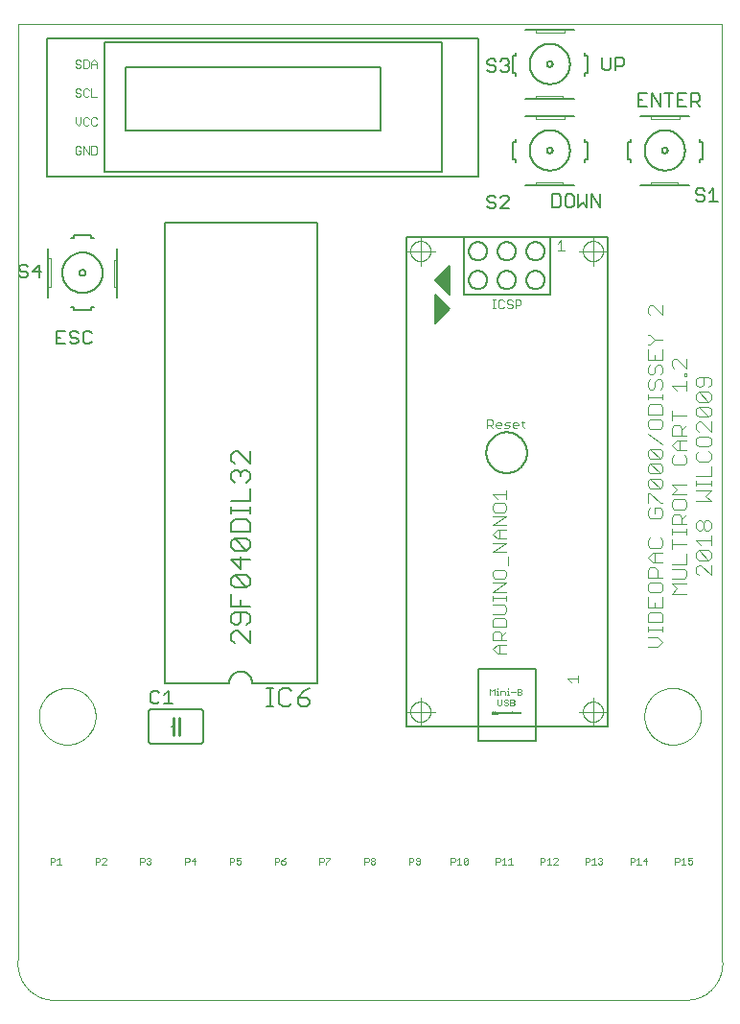
<source format=gto>
G75*
%MOIN*%
%OFA0B0*%
%FSLAX25Y25*%
%IPPOS*%
%LPD*%
%AMOC8*
5,1,8,0,0,1.08239X$1,22.5*
%
%ADD10C,0.00000*%
%ADD11C,0.00400*%
%ADD12C,0.00200*%
%ADD13C,0.00600*%
%ADD14C,0.01000*%
%ADD15C,0.00500*%
%ADD16C,0.00300*%
%ADD17C,0.00063*%
D10*
X0067595Y0047713D02*
X0067595Y0372634D01*
X0312516Y0372634D01*
X0312516Y0047713D01*
X0312517Y0047713D02*
X0312543Y0047410D01*
X0312563Y0047106D01*
X0312574Y0046802D01*
X0312579Y0046498D01*
X0312576Y0046194D01*
X0312566Y0045889D01*
X0312548Y0045586D01*
X0312524Y0045282D01*
X0312491Y0044980D01*
X0312452Y0044678D01*
X0312405Y0044377D01*
X0312351Y0044078D01*
X0312290Y0043780D01*
X0312221Y0043483D01*
X0312146Y0043189D01*
X0312063Y0042896D01*
X0311973Y0042605D01*
X0311877Y0042317D01*
X0311773Y0042030D01*
X0311663Y0041747D01*
X0311545Y0041466D01*
X0311421Y0041188D01*
X0311290Y0040914D01*
X0311153Y0040642D01*
X0311009Y0040374D01*
X0310859Y0040109D01*
X0310702Y0039849D01*
X0310539Y0039592D01*
X0310370Y0039339D01*
X0310195Y0039090D01*
X0310013Y0038845D01*
X0309826Y0038605D01*
X0309634Y0038370D01*
X0309435Y0038139D01*
X0309231Y0037913D01*
X0309022Y0037692D01*
X0308808Y0037477D01*
X0308588Y0037266D01*
X0308363Y0037061D01*
X0308133Y0036861D01*
X0307899Y0036667D01*
X0307660Y0036479D01*
X0307417Y0036296D01*
X0307169Y0036120D01*
X0306917Y0035949D01*
X0306661Y0035785D01*
X0306401Y0035627D01*
X0306137Y0035475D01*
X0305870Y0035330D01*
X0305599Y0035191D01*
X0305325Y0035058D01*
X0305048Y0034933D01*
X0304768Y0034814D01*
X0304485Y0034702D01*
X0304199Y0034596D01*
X0303911Y0034498D01*
X0303621Y0034407D01*
X0303329Y0034322D01*
X0303034Y0034245D01*
X0302738Y0034175D01*
X0302440Y0034112D01*
X0302141Y0034057D01*
X0301841Y0034008D01*
X0301539Y0033967D01*
X0301237Y0033933D01*
X0078875Y0033933D01*
X0078568Y0033968D01*
X0078262Y0034010D01*
X0077957Y0034059D01*
X0077653Y0034116D01*
X0077351Y0034180D01*
X0077050Y0034252D01*
X0076751Y0034331D01*
X0076455Y0034418D01*
X0076160Y0034512D01*
X0075868Y0034612D01*
X0075578Y0034720D01*
X0075292Y0034836D01*
X0075008Y0034958D01*
X0074727Y0035087D01*
X0074449Y0035223D01*
X0074175Y0035365D01*
X0073905Y0035515D01*
X0073638Y0035671D01*
X0073375Y0035833D01*
X0073116Y0036002D01*
X0072861Y0036177D01*
X0072611Y0036358D01*
X0072365Y0036546D01*
X0072124Y0036739D01*
X0071888Y0036939D01*
X0071657Y0037144D01*
X0071431Y0037354D01*
X0071210Y0037570D01*
X0070994Y0037792D01*
X0070784Y0038018D01*
X0070580Y0038250D01*
X0070381Y0038487D01*
X0070188Y0038729D01*
X0070002Y0038975D01*
X0069821Y0039225D01*
X0069646Y0039480D01*
X0069478Y0039740D01*
X0069316Y0040003D01*
X0069161Y0040270D01*
X0069012Y0040541D01*
X0068870Y0040816D01*
X0068735Y0041094D01*
X0068607Y0041375D01*
X0068485Y0041659D01*
X0068371Y0041946D01*
X0068264Y0042236D01*
X0068164Y0042528D01*
X0068071Y0042823D01*
X0067985Y0043120D01*
X0067907Y0043419D01*
X0067835Y0043720D01*
X0067772Y0044022D01*
X0067716Y0044326D01*
X0067667Y0044631D01*
X0067626Y0044937D01*
X0067592Y0045245D01*
X0067566Y0045553D01*
X0067547Y0045861D01*
X0067536Y0046170D01*
X0067533Y0046479D01*
X0067537Y0046788D01*
X0067549Y0047097D01*
X0067568Y0047405D01*
X0067595Y0047713D01*
X0074937Y0132358D02*
X0074940Y0132600D01*
X0074949Y0132841D01*
X0074964Y0133082D01*
X0074984Y0133323D01*
X0075011Y0133563D01*
X0075044Y0133802D01*
X0075082Y0134041D01*
X0075126Y0134278D01*
X0075176Y0134515D01*
X0075232Y0134750D01*
X0075294Y0134983D01*
X0075361Y0135215D01*
X0075434Y0135446D01*
X0075512Y0135674D01*
X0075597Y0135900D01*
X0075686Y0136125D01*
X0075781Y0136347D01*
X0075882Y0136566D01*
X0075988Y0136784D01*
X0076099Y0136998D01*
X0076216Y0137210D01*
X0076337Y0137418D01*
X0076464Y0137624D01*
X0076596Y0137826D01*
X0076733Y0138026D01*
X0076874Y0138221D01*
X0077020Y0138414D01*
X0077171Y0138602D01*
X0077327Y0138787D01*
X0077487Y0138968D01*
X0077651Y0139145D01*
X0077820Y0139318D01*
X0077993Y0139487D01*
X0078170Y0139651D01*
X0078351Y0139811D01*
X0078536Y0139967D01*
X0078724Y0140118D01*
X0078917Y0140264D01*
X0079112Y0140405D01*
X0079312Y0140542D01*
X0079514Y0140674D01*
X0079720Y0140801D01*
X0079928Y0140922D01*
X0080140Y0141039D01*
X0080354Y0141150D01*
X0080572Y0141256D01*
X0080791Y0141357D01*
X0081013Y0141452D01*
X0081238Y0141541D01*
X0081464Y0141626D01*
X0081692Y0141704D01*
X0081923Y0141777D01*
X0082155Y0141844D01*
X0082388Y0141906D01*
X0082623Y0141962D01*
X0082860Y0142012D01*
X0083097Y0142056D01*
X0083336Y0142094D01*
X0083575Y0142127D01*
X0083815Y0142154D01*
X0084056Y0142174D01*
X0084297Y0142189D01*
X0084538Y0142198D01*
X0084780Y0142201D01*
X0085022Y0142198D01*
X0085263Y0142189D01*
X0085504Y0142174D01*
X0085745Y0142154D01*
X0085985Y0142127D01*
X0086224Y0142094D01*
X0086463Y0142056D01*
X0086700Y0142012D01*
X0086937Y0141962D01*
X0087172Y0141906D01*
X0087405Y0141844D01*
X0087637Y0141777D01*
X0087868Y0141704D01*
X0088096Y0141626D01*
X0088322Y0141541D01*
X0088547Y0141452D01*
X0088769Y0141357D01*
X0088988Y0141256D01*
X0089206Y0141150D01*
X0089420Y0141039D01*
X0089632Y0140922D01*
X0089840Y0140801D01*
X0090046Y0140674D01*
X0090248Y0140542D01*
X0090448Y0140405D01*
X0090643Y0140264D01*
X0090836Y0140118D01*
X0091024Y0139967D01*
X0091209Y0139811D01*
X0091390Y0139651D01*
X0091567Y0139487D01*
X0091740Y0139318D01*
X0091909Y0139145D01*
X0092073Y0138968D01*
X0092233Y0138787D01*
X0092389Y0138602D01*
X0092540Y0138414D01*
X0092686Y0138221D01*
X0092827Y0138026D01*
X0092964Y0137826D01*
X0093096Y0137624D01*
X0093223Y0137418D01*
X0093344Y0137210D01*
X0093461Y0136998D01*
X0093572Y0136784D01*
X0093678Y0136566D01*
X0093779Y0136347D01*
X0093874Y0136125D01*
X0093963Y0135900D01*
X0094048Y0135674D01*
X0094126Y0135446D01*
X0094199Y0135215D01*
X0094266Y0134983D01*
X0094328Y0134750D01*
X0094384Y0134515D01*
X0094434Y0134278D01*
X0094478Y0134041D01*
X0094516Y0133802D01*
X0094549Y0133563D01*
X0094576Y0133323D01*
X0094596Y0133082D01*
X0094611Y0132841D01*
X0094620Y0132600D01*
X0094623Y0132358D01*
X0094620Y0132116D01*
X0094611Y0131875D01*
X0094596Y0131634D01*
X0094576Y0131393D01*
X0094549Y0131153D01*
X0094516Y0130914D01*
X0094478Y0130675D01*
X0094434Y0130438D01*
X0094384Y0130201D01*
X0094328Y0129966D01*
X0094266Y0129733D01*
X0094199Y0129501D01*
X0094126Y0129270D01*
X0094048Y0129042D01*
X0093963Y0128816D01*
X0093874Y0128591D01*
X0093779Y0128369D01*
X0093678Y0128150D01*
X0093572Y0127932D01*
X0093461Y0127718D01*
X0093344Y0127506D01*
X0093223Y0127298D01*
X0093096Y0127092D01*
X0092964Y0126890D01*
X0092827Y0126690D01*
X0092686Y0126495D01*
X0092540Y0126302D01*
X0092389Y0126114D01*
X0092233Y0125929D01*
X0092073Y0125748D01*
X0091909Y0125571D01*
X0091740Y0125398D01*
X0091567Y0125229D01*
X0091390Y0125065D01*
X0091209Y0124905D01*
X0091024Y0124749D01*
X0090836Y0124598D01*
X0090643Y0124452D01*
X0090448Y0124311D01*
X0090248Y0124174D01*
X0090046Y0124042D01*
X0089840Y0123915D01*
X0089632Y0123794D01*
X0089420Y0123677D01*
X0089206Y0123566D01*
X0088988Y0123460D01*
X0088769Y0123359D01*
X0088547Y0123264D01*
X0088322Y0123175D01*
X0088096Y0123090D01*
X0087868Y0123012D01*
X0087637Y0122939D01*
X0087405Y0122872D01*
X0087172Y0122810D01*
X0086937Y0122754D01*
X0086700Y0122704D01*
X0086463Y0122660D01*
X0086224Y0122622D01*
X0085985Y0122589D01*
X0085745Y0122562D01*
X0085504Y0122542D01*
X0085263Y0122527D01*
X0085022Y0122518D01*
X0084780Y0122515D01*
X0084538Y0122518D01*
X0084297Y0122527D01*
X0084056Y0122542D01*
X0083815Y0122562D01*
X0083575Y0122589D01*
X0083336Y0122622D01*
X0083097Y0122660D01*
X0082860Y0122704D01*
X0082623Y0122754D01*
X0082388Y0122810D01*
X0082155Y0122872D01*
X0081923Y0122939D01*
X0081692Y0123012D01*
X0081464Y0123090D01*
X0081238Y0123175D01*
X0081013Y0123264D01*
X0080791Y0123359D01*
X0080572Y0123460D01*
X0080354Y0123566D01*
X0080140Y0123677D01*
X0079928Y0123794D01*
X0079720Y0123915D01*
X0079514Y0124042D01*
X0079312Y0124174D01*
X0079112Y0124311D01*
X0078917Y0124452D01*
X0078724Y0124598D01*
X0078536Y0124749D01*
X0078351Y0124905D01*
X0078170Y0125065D01*
X0077993Y0125229D01*
X0077820Y0125398D01*
X0077651Y0125571D01*
X0077487Y0125748D01*
X0077327Y0125929D01*
X0077171Y0126114D01*
X0077020Y0126302D01*
X0076874Y0126495D01*
X0076733Y0126690D01*
X0076596Y0126890D01*
X0076464Y0127092D01*
X0076337Y0127298D01*
X0076216Y0127506D01*
X0076099Y0127718D01*
X0075988Y0127932D01*
X0075882Y0128150D01*
X0075781Y0128369D01*
X0075686Y0128591D01*
X0075597Y0128816D01*
X0075512Y0129042D01*
X0075434Y0129270D01*
X0075361Y0129501D01*
X0075294Y0129733D01*
X0075232Y0129966D01*
X0075176Y0130201D01*
X0075126Y0130438D01*
X0075082Y0130675D01*
X0075044Y0130914D01*
X0075011Y0131153D01*
X0074984Y0131393D01*
X0074964Y0131634D01*
X0074949Y0131875D01*
X0074940Y0132116D01*
X0074937Y0132358D01*
X0204095Y0133933D02*
X0204097Y0134051D01*
X0204103Y0134169D01*
X0204113Y0134287D01*
X0204127Y0134404D01*
X0204145Y0134521D01*
X0204167Y0134638D01*
X0204192Y0134753D01*
X0204222Y0134867D01*
X0204256Y0134981D01*
X0204293Y0135093D01*
X0204334Y0135204D01*
X0204379Y0135313D01*
X0204427Y0135421D01*
X0204479Y0135527D01*
X0204535Y0135632D01*
X0204594Y0135734D01*
X0204656Y0135834D01*
X0204722Y0135932D01*
X0204791Y0136028D01*
X0204864Y0136122D01*
X0204939Y0136213D01*
X0205018Y0136301D01*
X0205099Y0136387D01*
X0205184Y0136470D01*
X0205271Y0136550D01*
X0205360Y0136627D01*
X0205453Y0136701D01*
X0205547Y0136771D01*
X0205644Y0136839D01*
X0205744Y0136903D01*
X0205845Y0136964D01*
X0205948Y0137021D01*
X0206054Y0137075D01*
X0206161Y0137126D01*
X0206269Y0137172D01*
X0206379Y0137215D01*
X0206491Y0137254D01*
X0206604Y0137290D01*
X0206718Y0137321D01*
X0206833Y0137349D01*
X0206948Y0137373D01*
X0207065Y0137393D01*
X0207182Y0137409D01*
X0207300Y0137421D01*
X0207418Y0137429D01*
X0207536Y0137433D01*
X0207654Y0137433D01*
X0207772Y0137429D01*
X0207890Y0137421D01*
X0208008Y0137409D01*
X0208125Y0137393D01*
X0208242Y0137373D01*
X0208357Y0137349D01*
X0208472Y0137321D01*
X0208586Y0137290D01*
X0208699Y0137254D01*
X0208811Y0137215D01*
X0208921Y0137172D01*
X0209029Y0137126D01*
X0209136Y0137075D01*
X0209242Y0137021D01*
X0209345Y0136964D01*
X0209446Y0136903D01*
X0209546Y0136839D01*
X0209643Y0136771D01*
X0209737Y0136701D01*
X0209830Y0136627D01*
X0209919Y0136550D01*
X0210006Y0136470D01*
X0210091Y0136387D01*
X0210172Y0136301D01*
X0210251Y0136213D01*
X0210326Y0136122D01*
X0210399Y0136028D01*
X0210468Y0135932D01*
X0210534Y0135834D01*
X0210596Y0135734D01*
X0210655Y0135632D01*
X0210711Y0135527D01*
X0210763Y0135421D01*
X0210811Y0135313D01*
X0210856Y0135204D01*
X0210897Y0135093D01*
X0210934Y0134981D01*
X0210968Y0134867D01*
X0210998Y0134753D01*
X0211023Y0134638D01*
X0211045Y0134521D01*
X0211063Y0134404D01*
X0211077Y0134287D01*
X0211087Y0134169D01*
X0211093Y0134051D01*
X0211095Y0133933D01*
X0211093Y0133815D01*
X0211087Y0133697D01*
X0211077Y0133579D01*
X0211063Y0133462D01*
X0211045Y0133345D01*
X0211023Y0133228D01*
X0210998Y0133113D01*
X0210968Y0132999D01*
X0210934Y0132885D01*
X0210897Y0132773D01*
X0210856Y0132662D01*
X0210811Y0132553D01*
X0210763Y0132445D01*
X0210711Y0132339D01*
X0210655Y0132234D01*
X0210596Y0132132D01*
X0210534Y0132032D01*
X0210468Y0131934D01*
X0210399Y0131838D01*
X0210326Y0131744D01*
X0210251Y0131653D01*
X0210172Y0131565D01*
X0210091Y0131479D01*
X0210006Y0131396D01*
X0209919Y0131316D01*
X0209830Y0131239D01*
X0209737Y0131165D01*
X0209643Y0131095D01*
X0209546Y0131027D01*
X0209446Y0130963D01*
X0209345Y0130902D01*
X0209242Y0130845D01*
X0209136Y0130791D01*
X0209029Y0130740D01*
X0208921Y0130694D01*
X0208811Y0130651D01*
X0208699Y0130612D01*
X0208586Y0130576D01*
X0208472Y0130545D01*
X0208357Y0130517D01*
X0208242Y0130493D01*
X0208125Y0130473D01*
X0208008Y0130457D01*
X0207890Y0130445D01*
X0207772Y0130437D01*
X0207654Y0130433D01*
X0207536Y0130433D01*
X0207418Y0130437D01*
X0207300Y0130445D01*
X0207182Y0130457D01*
X0207065Y0130473D01*
X0206948Y0130493D01*
X0206833Y0130517D01*
X0206718Y0130545D01*
X0206604Y0130576D01*
X0206491Y0130612D01*
X0206379Y0130651D01*
X0206269Y0130694D01*
X0206161Y0130740D01*
X0206054Y0130791D01*
X0205948Y0130845D01*
X0205845Y0130902D01*
X0205744Y0130963D01*
X0205644Y0131027D01*
X0205547Y0131095D01*
X0205453Y0131165D01*
X0205360Y0131239D01*
X0205271Y0131316D01*
X0205184Y0131396D01*
X0205099Y0131479D01*
X0205018Y0131565D01*
X0204939Y0131653D01*
X0204864Y0131744D01*
X0204791Y0131838D01*
X0204722Y0131934D01*
X0204656Y0132032D01*
X0204594Y0132132D01*
X0204535Y0132234D01*
X0204479Y0132339D01*
X0204427Y0132445D01*
X0204379Y0132553D01*
X0204334Y0132662D01*
X0204293Y0132773D01*
X0204256Y0132885D01*
X0204222Y0132999D01*
X0204192Y0133113D01*
X0204167Y0133228D01*
X0204145Y0133345D01*
X0204127Y0133462D01*
X0204113Y0133579D01*
X0204103Y0133697D01*
X0204097Y0133815D01*
X0204095Y0133933D01*
X0232405Y0133933D02*
X0232539Y0133933D01*
X0232589Y0133933D02*
X0232589Y0133733D01*
X0232589Y0133633D02*
X0232623Y0133633D01*
X0232623Y0133433D01*
X0232656Y0133433D02*
X0232589Y0133433D01*
X0232589Y0133333D02*
X0232589Y0133133D01*
X0232589Y0133233D02*
X0232623Y0133267D01*
X0232689Y0133267D01*
X0232723Y0133233D01*
X0232723Y0133133D01*
X0232773Y0133166D02*
X0232807Y0133200D01*
X0232907Y0133200D01*
X0232907Y0133233D02*
X0232907Y0133133D01*
X0232807Y0133133D01*
X0232773Y0133166D01*
X0232807Y0133267D02*
X0232873Y0133267D01*
X0232907Y0133233D01*
X0232958Y0133267D02*
X0233058Y0133267D01*
X0233091Y0133233D01*
X0233091Y0133133D01*
X0233142Y0133133D02*
X0233142Y0133333D01*
X0233180Y0133433D02*
X0233214Y0133466D01*
X0233180Y0133500D01*
X0233114Y0133500D01*
X0233080Y0133533D01*
X0233114Y0133567D01*
X0233214Y0133567D01*
X0233264Y0133533D02*
X0233298Y0133567D01*
X0233365Y0133567D01*
X0233398Y0133533D01*
X0233398Y0133500D01*
X0233264Y0133500D01*
X0233264Y0133533D02*
X0233264Y0133466D01*
X0233298Y0133433D01*
X0233365Y0133433D01*
X0233329Y0133267D02*
X0233429Y0133267D01*
X0233395Y0133200D02*
X0233329Y0133200D01*
X0233295Y0133233D01*
X0233329Y0133267D01*
X0233242Y0133267D02*
X0233142Y0133200D01*
X0233242Y0133133D01*
X0233295Y0133133D02*
X0233395Y0133133D01*
X0233429Y0133166D01*
X0233395Y0133200D01*
X0233663Y0133166D02*
X0233697Y0133133D01*
X0233797Y0133133D01*
X0233797Y0133100D02*
X0233764Y0133066D01*
X0233730Y0133066D01*
X0233797Y0133100D02*
X0233797Y0133267D01*
X0233848Y0133233D02*
X0233848Y0133166D01*
X0233881Y0133133D01*
X0233948Y0133133D01*
X0233981Y0133166D01*
X0233981Y0133233D01*
X0233948Y0133267D01*
X0233881Y0133267D01*
X0233848Y0133233D01*
X0233970Y0133366D02*
X0233970Y0133567D01*
X0234070Y0133567D01*
X0234104Y0133533D01*
X0234104Y0133466D01*
X0234070Y0133433D01*
X0233970Y0133433D01*
X0233920Y0133500D02*
X0233786Y0133500D01*
X0233786Y0133533D02*
X0233820Y0133567D01*
X0233886Y0133567D01*
X0233920Y0133533D01*
X0233920Y0133500D01*
X0233886Y0133433D02*
X0233820Y0133433D01*
X0233786Y0133466D01*
X0233786Y0133533D01*
X0233733Y0133567D02*
X0233700Y0133567D01*
X0233633Y0133500D01*
X0233633Y0133433D02*
X0233633Y0133567D01*
X0233610Y0133733D02*
X0233643Y0133766D01*
X0233643Y0133833D01*
X0233610Y0133867D01*
X0233510Y0133867D01*
X0233510Y0133933D02*
X0233510Y0133733D01*
X0233610Y0133733D01*
X0233694Y0133733D02*
X0233694Y0133867D01*
X0233761Y0133867D02*
X0233794Y0133867D01*
X0233761Y0133867D02*
X0233694Y0133800D01*
X0233848Y0133766D02*
X0233881Y0133800D01*
X0233981Y0133800D01*
X0233981Y0133833D02*
X0233981Y0133733D01*
X0233881Y0133733D01*
X0233848Y0133766D01*
X0233881Y0133867D02*
X0233948Y0133867D01*
X0233981Y0133833D01*
X0234032Y0133800D02*
X0234098Y0133867D01*
X0234132Y0133867D01*
X0234185Y0133867D02*
X0234185Y0133766D01*
X0234219Y0133733D01*
X0234319Y0133733D01*
X0234319Y0133700D02*
X0234285Y0133666D01*
X0234252Y0133666D01*
X0234319Y0133700D02*
X0234319Y0133867D01*
X0234554Y0133867D02*
X0234554Y0133766D01*
X0234587Y0133733D01*
X0234620Y0133766D01*
X0234654Y0133733D01*
X0234687Y0133766D01*
X0234687Y0133867D01*
X0234771Y0133867D02*
X0234838Y0133867D01*
X0234871Y0133833D01*
X0234871Y0133733D01*
X0234771Y0133733D01*
X0234738Y0133766D01*
X0234771Y0133800D01*
X0234871Y0133800D01*
X0234922Y0133833D02*
X0234955Y0133867D01*
X0235055Y0133867D01*
X0235022Y0133800D02*
X0234955Y0133800D01*
X0234922Y0133833D01*
X0234922Y0133733D02*
X0235022Y0133733D01*
X0235055Y0133766D01*
X0235022Y0133800D01*
X0234983Y0133567D02*
X0235083Y0133567D01*
X0235117Y0133533D01*
X0235117Y0133433D01*
X0235167Y0133466D02*
X0235201Y0133433D01*
X0235301Y0133433D01*
X0235301Y0133400D02*
X0235267Y0133366D01*
X0235234Y0133366D01*
X0235301Y0133400D02*
X0235301Y0133567D01*
X0235167Y0133567D02*
X0235167Y0133466D01*
X0234983Y0133433D02*
X0234983Y0133567D01*
X0234933Y0133533D02*
X0234933Y0133433D01*
X0234832Y0133433D01*
X0234799Y0133466D01*
X0234832Y0133500D01*
X0234933Y0133500D01*
X0234933Y0133533D02*
X0234899Y0133567D01*
X0234832Y0133567D01*
X0234559Y0133567D02*
X0234492Y0133567D01*
X0234526Y0133600D02*
X0234526Y0133466D01*
X0234559Y0133433D01*
X0234439Y0133567D02*
X0234405Y0133567D01*
X0234339Y0133500D01*
X0234288Y0133533D02*
X0234255Y0133567D01*
X0234188Y0133567D01*
X0234155Y0133533D01*
X0234155Y0133466D01*
X0234188Y0133433D01*
X0234255Y0133433D01*
X0234288Y0133466D01*
X0234288Y0133533D01*
X0234339Y0133567D02*
X0234339Y0133433D01*
X0234339Y0133367D02*
X0234339Y0133233D01*
X0234277Y0133233D02*
X0234277Y0133367D01*
X0234216Y0133367D02*
X0234216Y0133233D01*
X0234165Y0133267D02*
X0234165Y0133133D01*
X0234065Y0133133D01*
X0234032Y0133166D01*
X0234032Y0133267D01*
X0234216Y0133166D02*
X0234216Y0133133D01*
X0234277Y0133133D02*
X0234277Y0133166D01*
X0234339Y0133166D02*
X0234339Y0133133D01*
X0234032Y0133733D02*
X0234032Y0133867D01*
X0233454Y0133733D02*
X0233387Y0133733D01*
X0233421Y0133733D02*
X0233421Y0133867D01*
X0233387Y0133867D01*
X0233421Y0133933D02*
X0233421Y0133967D01*
X0233298Y0133933D02*
X0233298Y0133733D01*
X0233331Y0133733D02*
X0233264Y0133733D01*
X0233264Y0133933D02*
X0233298Y0133933D01*
X0233030Y0133867D02*
X0232930Y0133867D01*
X0232896Y0133833D01*
X0232930Y0133800D01*
X0232996Y0133800D01*
X0233030Y0133766D01*
X0232996Y0133733D01*
X0232896Y0133733D01*
X0232840Y0133733D02*
X0232773Y0133733D01*
X0232807Y0133733D02*
X0232807Y0133867D01*
X0232773Y0133867D01*
X0232723Y0133833D02*
X0232723Y0133733D01*
X0232723Y0133833D02*
X0232689Y0133867D01*
X0232623Y0133867D01*
X0232589Y0133833D01*
X0232472Y0133733D02*
X0232472Y0133933D01*
X0232505Y0133633D02*
X0232539Y0133600D01*
X0232539Y0133533D01*
X0232505Y0133500D01*
X0232405Y0133500D01*
X0232405Y0133433D02*
X0232405Y0133633D01*
X0232505Y0133633D01*
X0232712Y0133533D02*
X0232745Y0133567D01*
X0232812Y0133567D01*
X0232845Y0133533D01*
X0232845Y0133500D01*
X0232712Y0133500D01*
X0232712Y0133533D02*
X0232712Y0133466D01*
X0232745Y0133433D01*
X0232812Y0133433D01*
X0232896Y0133466D02*
X0232930Y0133500D01*
X0233030Y0133500D01*
X0233030Y0133533D02*
X0233030Y0133433D01*
X0232930Y0133433D01*
X0232896Y0133466D01*
X0232930Y0133567D02*
X0232996Y0133567D01*
X0233030Y0133533D01*
X0233080Y0133433D02*
X0233180Y0133433D01*
X0232958Y0133267D02*
X0232958Y0133133D01*
X0232539Y0133333D02*
X0232405Y0133333D01*
X0232472Y0133333D02*
X0232472Y0133133D01*
X0232807Y0133933D02*
X0232807Y0133967D01*
X0233663Y0133267D02*
X0233663Y0133166D01*
X0235290Y0133766D02*
X0235323Y0133733D01*
X0235424Y0133733D01*
X0235474Y0133733D02*
X0235474Y0133867D01*
X0235424Y0133867D02*
X0235323Y0133867D01*
X0235290Y0133833D01*
X0235290Y0133766D01*
X0235474Y0133800D02*
X0235541Y0133867D01*
X0235574Y0133867D01*
X0235628Y0133833D02*
X0235661Y0133867D01*
X0235728Y0133867D01*
X0235761Y0133833D01*
X0235761Y0133800D01*
X0235628Y0133800D01*
X0235628Y0133833D02*
X0235628Y0133766D01*
X0235661Y0133733D01*
X0235728Y0133733D01*
X0235812Y0133766D02*
X0235845Y0133800D01*
X0235945Y0133800D01*
X0235945Y0133833D02*
X0235945Y0133733D01*
X0235845Y0133733D01*
X0235812Y0133766D01*
X0235845Y0133867D02*
X0235912Y0133867D01*
X0235945Y0133833D01*
X0235996Y0133867D02*
X0236063Y0133867D01*
X0236029Y0133900D02*
X0236029Y0133766D01*
X0236063Y0133733D01*
X0236119Y0133766D02*
X0236119Y0133833D01*
X0236152Y0133867D01*
X0236219Y0133867D01*
X0236252Y0133833D01*
X0236252Y0133800D01*
X0236119Y0133800D01*
X0236119Y0133766D02*
X0236152Y0133733D01*
X0236219Y0133733D01*
X0236303Y0133766D02*
X0236303Y0133833D01*
X0236336Y0133867D01*
X0236436Y0133867D01*
X0236436Y0133933D02*
X0236436Y0133733D01*
X0236336Y0133733D01*
X0236303Y0133766D01*
X0236311Y0133567D02*
X0236278Y0133567D01*
X0236211Y0133500D01*
X0236160Y0133533D02*
X0236127Y0133567D01*
X0236060Y0133567D01*
X0236027Y0133533D01*
X0236027Y0133466D01*
X0236060Y0133433D01*
X0236127Y0133433D01*
X0236160Y0133466D01*
X0236160Y0133533D01*
X0236211Y0133567D02*
X0236211Y0133433D01*
X0236364Y0133433D02*
X0236464Y0133433D01*
X0236498Y0133466D01*
X0236464Y0133500D01*
X0236398Y0133500D01*
X0236364Y0133533D01*
X0236398Y0133567D01*
X0236498Y0133567D01*
X0236733Y0133533D02*
X0236733Y0133466D01*
X0236766Y0133433D01*
X0236833Y0133433D01*
X0236866Y0133466D01*
X0236866Y0133533D01*
X0236833Y0133567D01*
X0236766Y0133567D01*
X0236733Y0133533D01*
X0236917Y0133500D02*
X0236984Y0133567D01*
X0237017Y0133567D01*
X0236917Y0133567D02*
X0236917Y0133433D01*
X0236922Y0133666D02*
X0236956Y0133666D01*
X0236989Y0133700D01*
X0236989Y0133867D01*
X0236855Y0133867D02*
X0236855Y0133766D01*
X0236889Y0133733D01*
X0236989Y0133733D01*
X0236805Y0133766D02*
X0236805Y0133833D01*
X0236771Y0133867D01*
X0236671Y0133867D01*
X0236671Y0133933D02*
X0236671Y0133733D01*
X0236771Y0133733D01*
X0236805Y0133766D01*
X0237224Y0133733D02*
X0237357Y0133733D01*
X0237408Y0133733D02*
X0237508Y0133733D01*
X0237541Y0133766D01*
X0237508Y0133800D01*
X0237441Y0133800D01*
X0237408Y0133833D01*
X0237441Y0133867D01*
X0237541Y0133867D01*
X0237592Y0133867D02*
X0237692Y0133867D01*
X0237725Y0133833D01*
X0237725Y0133766D01*
X0237692Y0133733D01*
X0237592Y0133733D01*
X0237592Y0133666D02*
X0237592Y0133867D01*
X0237776Y0133766D02*
X0237810Y0133766D01*
X0237810Y0133733D01*
X0237776Y0133733D01*
X0237776Y0133766D01*
X0237756Y0133567D02*
X0237656Y0133567D01*
X0237623Y0133533D01*
X0237623Y0133466D01*
X0237656Y0133433D01*
X0237756Y0133433D01*
X0237756Y0133400D02*
X0237756Y0133567D01*
X0237807Y0133533D02*
X0237807Y0133466D01*
X0237840Y0133433D01*
X0237940Y0133433D01*
X0237940Y0133400D02*
X0237940Y0133567D01*
X0237840Y0133567D01*
X0237807Y0133533D01*
X0237756Y0133400D02*
X0237723Y0133366D01*
X0237689Y0133366D01*
X0237572Y0133433D02*
X0237572Y0133567D01*
X0237439Y0133567D02*
X0237439Y0133466D01*
X0237472Y0133433D01*
X0237572Y0133433D01*
X0237388Y0133466D02*
X0237355Y0133500D01*
X0237288Y0133500D01*
X0237254Y0133533D01*
X0237288Y0133567D01*
X0237388Y0133567D01*
X0237388Y0133466D02*
X0237355Y0133433D01*
X0237254Y0133433D01*
X0237224Y0133733D02*
X0237224Y0133933D01*
X0237357Y0133933D01*
X0237290Y0133833D02*
X0237224Y0133833D01*
X0237874Y0133366D02*
X0237907Y0133366D01*
X0237940Y0133400D01*
X0237991Y0133466D02*
X0237991Y0133533D01*
X0238024Y0133567D01*
X0238091Y0133567D01*
X0238124Y0133533D01*
X0238124Y0133500D01*
X0237991Y0133500D01*
X0237991Y0133466D02*
X0238024Y0133433D01*
X0238091Y0133433D01*
X0238175Y0133433D02*
X0238275Y0133433D01*
X0238309Y0133466D01*
X0238275Y0133500D01*
X0238209Y0133500D01*
X0238175Y0133533D01*
X0238209Y0133567D01*
X0238309Y0133567D01*
X0238359Y0133567D02*
X0238426Y0133567D01*
X0238393Y0133600D02*
X0238393Y0133466D01*
X0238426Y0133433D01*
X0238482Y0133433D02*
X0238549Y0133433D01*
X0238515Y0133433D02*
X0238515Y0133567D01*
X0238482Y0133567D01*
X0238515Y0133633D02*
X0238515Y0133667D01*
X0238608Y0133733D02*
X0238708Y0133733D01*
X0238758Y0133766D02*
X0238792Y0133733D01*
X0238858Y0133733D01*
X0238892Y0133766D01*
X0238892Y0133833D01*
X0238858Y0133867D01*
X0238792Y0133867D01*
X0238758Y0133833D01*
X0238758Y0133766D01*
X0238708Y0133867D02*
X0238608Y0133867D01*
X0238574Y0133833D01*
X0238574Y0133766D01*
X0238608Y0133733D01*
X0238521Y0133867D02*
X0238487Y0133867D01*
X0238421Y0133800D01*
X0238370Y0133800D02*
X0238270Y0133800D01*
X0238237Y0133766D01*
X0238270Y0133733D01*
X0238370Y0133733D01*
X0238370Y0133833D01*
X0238337Y0133867D01*
X0238270Y0133867D01*
X0238186Y0133933D02*
X0238186Y0133733D01*
X0238052Y0133733D02*
X0238052Y0133933D01*
X0238119Y0133867D01*
X0238186Y0133933D01*
X0238421Y0133867D02*
X0238421Y0133733D01*
X0238605Y0133533D02*
X0238605Y0133466D01*
X0238638Y0133433D01*
X0238705Y0133433D01*
X0238738Y0133466D01*
X0238738Y0133533D01*
X0238705Y0133567D01*
X0238638Y0133567D01*
X0238605Y0133533D01*
X0238789Y0133567D02*
X0238889Y0133567D01*
X0238922Y0133533D01*
X0238922Y0133433D01*
X0238973Y0133433D02*
X0239073Y0133433D01*
X0239107Y0133466D01*
X0239073Y0133500D01*
X0239007Y0133500D01*
X0238973Y0133533D01*
X0239007Y0133567D01*
X0239107Y0133567D01*
X0239127Y0133733D02*
X0239260Y0133733D01*
X0239311Y0133766D02*
X0239344Y0133733D01*
X0239444Y0133733D01*
X0239444Y0133867D01*
X0239495Y0133867D02*
X0239528Y0133867D01*
X0239528Y0133733D01*
X0239495Y0133733D02*
X0239562Y0133733D01*
X0239618Y0133733D02*
X0239718Y0133733D01*
X0239751Y0133766D01*
X0239718Y0133800D01*
X0239651Y0133800D01*
X0239618Y0133833D01*
X0239651Y0133867D01*
X0239751Y0133867D01*
X0239528Y0133933D02*
X0239528Y0133967D01*
X0239311Y0133867D02*
X0239311Y0133766D01*
X0239375Y0133600D02*
X0239375Y0133466D01*
X0239408Y0133433D01*
X0239464Y0133466D02*
X0239498Y0133433D01*
X0239564Y0133433D01*
X0239598Y0133466D01*
X0239598Y0133533D01*
X0239564Y0133567D01*
X0239498Y0133567D01*
X0239464Y0133533D01*
X0239464Y0133466D01*
X0239408Y0133567D02*
X0239341Y0133567D01*
X0239127Y0133733D02*
X0239127Y0133933D01*
X0239076Y0133833D02*
X0238943Y0133833D01*
X0238789Y0133567D02*
X0238789Y0133433D01*
X0239648Y0133433D02*
X0239648Y0133466D01*
X0239682Y0133466D01*
X0239682Y0133433D01*
X0239648Y0133433D01*
X0239648Y0133533D02*
X0239648Y0133567D01*
X0239682Y0133567D01*
X0239682Y0133533D01*
X0239648Y0133533D01*
X0239925Y0133600D02*
X0239991Y0133533D01*
X0239991Y0133433D01*
X0239991Y0133533D02*
X0240058Y0133600D01*
X0240058Y0133633D01*
X0240109Y0133633D02*
X0240109Y0133500D01*
X0240176Y0133433D01*
X0240242Y0133500D01*
X0240242Y0133633D01*
X0240293Y0133567D02*
X0240360Y0133633D01*
X0240360Y0133433D01*
X0240426Y0133433D02*
X0240293Y0133433D01*
X0240477Y0133433D02*
X0240477Y0133633D01*
X0240477Y0133533D02*
X0240611Y0133533D01*
X0240611Y0133633D02*
X0240611Y0133433D01*
X0240661Y0133433D02*
X0240795Y0133633D01*
X0240845Y0133600D02*
X0240879Y0133633D01*
X0240945Y0133633D01*
X0240979Y0133600D01*
X0240979Y0133533D01*
X0240945Y0133500D01*
X0240945Y0133567D01*
X0240879Y0133567D01*
X0240879Y0133500D01*
X0240945Y0133500D01*
X0240979Y0133466D02*
X0240945Y0133433D01*
X0240879Y0133433D01*
X0240845Y0133466D01*
X0240845Y0133600D01*
X0240856Y0133733D02*
X0240723Y0133733D01*
X0240723Y0133933D01*
X0240856Y0133933D01*
X0240907Y0133933D02*
X0241007Y0133933D01*
X0241040Y0133900D01*
X0241040Y0133766D01*
X0241007Y0133733D01*
X0240907Y0133733D01*
X0240907Y0133933D01*
X0240789Y0133833D02*
X0240723Y0133833D01*
X0240672Y0133766D02*
X0240639Y0133733D01*
X0240572Y0133733D01*
X0240538Y0133766D01*
X0240538Y0133900D01*
X0240572Y0133933D01*
X0240639Y0133933D01*
X0240672Y0133900D01*
X0240488Y0133733D02*
X0240354Y0133733D01*
X0240354Y0133933D01*
X0240304Y0133867D02*
X0240304Y0133733D01*
X0240304Y0133833D02*
X0240170Y0133833D01*
X0240170Y0133867D02*
X0240237Y0133933D01*
X0240304Y0133867D01*
X0240170Y0133867D02*
X0240170Y0133733D01*
X0240119Y0133766D02*
X0240086Y0133733D01*
X0240019Y0133733D01*
X0239986Y0133766D01*
X0240019Y0133833D02*
X0240086Y0133833D01*
X0240119Y0133800D01*
X0240119Y0133766D01*
X0240019Y0133833D02*
X0239986Y0133867D01*
X0239986Y0133900D01*
X0240019Y0133933D01*
X0240086Y0133933D01*
X0240119Y0133900D01*
X0239925Y0133633D02*
X0239925Y0133600D01*
X0240661Y0133633D02*
X0240795Y0133433D01*
X0241030Y0133466D02*
X0241063Y0133433D01*
X0241130Y0133433D01*
X0241163Y0133466D01*
X0241214Y0133433D02*
X0241214Y0133567D01*
X0241280Y0133633D01*
X0241347Y0133567D01*
X0241347Y0133433D01*
X0241398Y0133433D02*
X0241398Y0133633D01*
X0241531Y0133433D01*
X0241531Y0133633D01*
X0241582Y0133633D02*
X0241715Y0133633D01*
X0241766Y0133633D02*
X0241766Y0133500D01*
X0241833Y0133433D01*
X0241900Y0133500D01*
X0241900Y0133633D01*
X0241894Y0133733D02*
X0241961Y0133800D01*
X0241961Y0133933D01*
X0242012Y0133867D02*
X0242078Y0133933D01*
X0242145Y0133867D01*
X0242145Y0133733D01*
X0242196Y0133733D02*
X0242196Y0133933D01*
X0242296Y0133933D01*
X0242329Y0133900D01*
X0242329Y0133833D01*
X0242296Y0133800D01*
X0242196Y0133800D01*
X0242145Y0133833D02*
X0242012Y0133833D01*
X0242012Y0133867D02*
X0242012Y0133733D01*
X0242042Y0133633D02*
X0242176Y0133433D01*
X0242176Y0133633D01*
X0242227Y0133633D02*
X0242227Y0133433D01*
X0242360Y0133433D01*
X0242477Y0133433D02*
X0242477Y0133633D01*
X0242411Y0133633D02*
X0242544Y0133633D01*
X0242413Y0133733D02*
X0242380Y0133733D01*
X0242380Y0133766D01*
X0242413Y0133766D01*
X0242413Y0133733D01*
X0242329Y0133733D02*
X0242263Y0133800D01*
X0242227Y0133633D02*
X0242360Y0133633D01*
X0242293Y0133533D02*
X0242227Y0133533D01*
X0242042Y0133433D02*
X0242042Y0133633D01*
X0241984Y0133466D02*
X0241984Y0133433D01*
X0241950Y0133433D01*
X0241950Y0133466D01*
X0241984Y0133466D01*
X0241894Y0133733D02*
X0241828Y0133800D01*
X0241828Y0133933D01*
X0241777Y0133900D02*
X0241743Y0133933D01*
X0241677Y0133933D01*
X0241643Y0133900D01*
X0241643Y0133766D01*
X0241677Y0133733D01*
X0241743Y0133733D01*
X0241777Y0133766D01*
X0241777Y0133900D01*
X0241593Y0133933D02*
X0241459Y0133933D01*
X0241526Y0133933D02*
X0241526Y0133733D01*
X0241649Y0133633D02*
X0241649Y0133433D01*
X0241347Y0133533D02*
X0241214Y0133533D01*
X0241163Y0133600D02*
X0241130Y0133633D01*
X0241063Y0133633D01*
X0241030Y0133600D01*
X0241030Y0133466D01*
X0241124Y0133733D02*
X0241191Y0133733D01*
X0241224Y0133766D01*
X0241224Y0133900D01*
X0241191Y0133933D01*
X0241124Y0133933D01*
X0241091Y0133900D01*
X0241091Y0133766D01*
X0241124Y0133733D01*
X0235973Y0133567D02*
X0235940Y0133567D01*
X0235873Y0133500D01*
X0235873Y0133433D02*
X0235873Y0133567D01*
X0235820Y0133567D02*
X0235787Y0133567D01*
X0235720Y0133500D01*
X0235669Y0133500D02*
X0235536Y0133500D01*
X0235536Y0133533D02*
X0235569Y0133567D01*
X0235636Y0133567D01*
X0235669Y0133533D01*
X0235669Y0133500D01*
X0235636Y0133433D02*
X0235569Y0133433D01*
X0235536Y0133466D01*
X0235536Y0133533D01*
X0235720Y0133567D02*
X0235720Y0133433D01*
X0264095Y0133933D02*
X0264097Y0134051D01*
X0264103Y0134169D01*
X0264113Y0134287D01*
X0264127Y0134404D01*
X0264145Y0134521D01*
X0264167Y0134638D01*
X0264192Y0134753D01*
X0264222Y0134867D01*
X0264256Y0134981D01*
X0264293Y0135093D01*
X0264334Y0135204D01*
X0264379Y0135313D01*
X0264427Y0135421D01*
X0264479Y0135527D01*
X0264535Y0135632D01*
X0264594Y0135734D01*
X0264656Y0135834D01*
X0264722Y0135932D01*
X0264791Y0136028D01*
X0264864Y0136122D01*
X0264939Y0136213D01*
X0265018Y0136301D01*
X0265099Y0136387D01*
X0265184Y0136470D01*
X0265271Y0136550D01*
X0265360Y0136627D01*
X0265453Y0136701D01*
X0265547Y0136771D01*
X0265644Y0136839D01*
X0265744Y0136903D01*
X0265845Y0136964D01*
X0265948Y0137021D01*
X0266054Y0137075D01*
X0266161Y0137126D01*
X0266269Y0137172D01*
X0266379Y0137215D01*
X0266491Y0137254D01*
X0266604Y0137290D01*
X0266718Y0137321D01*
X0266833Y0137349D01*
X0266948Y0137373D01*
X0267065Y0137393D01*
X0267182Y0137409D01*
X0267300Y0137421D01*
X0267418Y0137429D01*
X0267536Y0137433D01*
X0267654Y0137433D01*
X0267772Y0137429D01*
X0267890Y0137421D01*
X0268008Y0137409D01*
X0268125Y0137393D01*
X0268242Y0137373D01*
X0268357Y0137349D01*
X0268472Y0137321D01*
X0268586Y0137290D01*
X0268699Y0137254D01*
X0268811Y0137215D01*
X0268921Y0137172D01*
X0269029Y0137126D01*
X0269136Y0137075D01*
X0269242Y0137021D01*
X0269345Y0136964D01*
X0269446Y0136903D01*
X0269546Y0136839D01*
X0269643Y0136771D01*
X0269737Y0136701D01*
X0269830Y0136627D01*
X0269919Y0136550D01*
X0270006Y0136470D01*
X0270091Y0136387D01*
X0270172Y0136301D01*
X0270251Y0136213D01*
X0270326Y0136122D01*
X0270399Y0136028D01*
X0270468Y0135932D01*
X0270534Y0135834D01*
X0270596Y0135734D01*
X0270655Y0135632D01*
X0270711Y0135527D01*
X0270763Y0135421D01*
X0270811Y0135313D01*
X0270856Y0135204D01*
X0270897Y0135093D01*
X0270934Y0134981D01*
X0270968Y0134867D01*
X0270998Y0134753D01*
X0271023Y0134638D01*
X0271045Y0134521D01*
X0271063Y0134404D01*
X0271077Y0134287D01*
X0271087Y0134169D01*
X0271093Y0134051D01*
X0271095Y0133933D01*
X0271093Y0133815D01*
X0271087Y0133697D01*
X0271077Y0133579D01*
X0271063Y0133462D01*
X0271045Y0133345D01*
X0271023Y0133228D01*
X0270998Y0133113D01*
X0270968Y0132999D01*
X0270934Y0132885D01*
X0270897Y0132773D01*
X0270856Y0132662D01*
X0270811Y0132553D01*
X0270763Y0132445D01*
X0270711Y0132339D01*
X0270655Y0132234D01*
X0270596Y0132132D01*
X0270534Y0132032D01*
X0270468Y0131934D01*
X0270399Y0131838D01*
X0270326Y0131744D01*
X0270251Y0131653D01*
X0270172Y0131565D01*
X0270091Y0131479D01*
X0270006Y0131396D01*
X0269919Y0131316D01*
X0269830Y0131239D01*
X0269737Y0131165D01*
X0269643Y0131095D01*
X0269546Y0131027D01*
X0269446Y0130963D01*
X0269345Y0130902D01*
X0269242Y0130845D01*
X0269136Y0130791D01*
X0269029Y0130740D01*
X0268921Y0130694D01*
X0268811Y0130651D01*
X0268699Y0130612D01*
X0268586Y0130576D01*
X0268472Y0130545D01*
X0268357Y0130517D01*
X0268242Y0130493D01*
X0268125Y0130473D01*
X0268008Y0130457D01*
X0267890Y0130445D01*
X0267772Y0130437D01*
X0267654Y0130433D01*
X0267536Y0130433D01*
X0267418Y0130437D01*
X0267300Y0130445D01*
X0267182Y0130457D01*
X0267065Y0130473D01*
X0266948Y0130493D01*
X0266833Y0130517D01*
X0266718Y0130545D01*
X0266604Y0130576D01*
X0266491Y0130612D01*
X0266379Y0130651D01*
X0266269Y0130694D01*
X0266161Y0130740D01*
X0266054Y0130791D01*
X0265948Y0130845D01*
X0265845Y0130902D01*
X0265744Y0130963D01*
X0265644Y0131027D01*
X0265547Y0131095D01*
X0265453Y0131165D01*
X0265360Y0131239D01*
X0265271Y0131316D01*
X0265184Y0131396D01*
X0265099Y0131479D01*
X0265018Y0131565D01*
X0264939Y0131653D01*
X0264864Y0131744D01*
X0264791Y0131838D01*
X0264722Y0131934D01*
X0264656Y0132032D01*
X0264594Y0132132D01*
X0264535Y0132234D01*
X0264479Y0132339D01*
X0264427Y0132445D01*
X0264379Y0132553D01*
X0264334Y0132662D01*
X0264293Y0132773D01*
X0264256Y0132885D01*
X0264222Y0132999D01*
X0264192Y0133113D01*
X0264167Y0133228D01*
X0264145Y0133345D01*
X0264127Y0133462D01*
X0264113Y0133579D01*
X0264103Y0133697D01*
X0264097Y0133815D01*
X0264095Y0133933D01*
X0285488Y0132358D02*
X0285491Y0132600D01*
X0285500Y0132841D01*
X0285515Y0133082D01*
X0285535Y0133323D01*
X0285562Y0133563D01*
X0285595Y0133802D01*
X0285633Y0134041D01*
X0285677Y0134278D01*
X0285727Y0134515D01*
X0285783Y0134750D01*
X0285845Y0134983D01*
X0285912Y0135215D01*
X0285985Y0135446D01*
X0286063Y0135674D01*
X0286148Y0135900D01*
X0286237Y0136125D01*
X0286332Y0136347D01*
X0286433Y0136566D01*
X0286539Y0136784D01*
X0286650Y0136998D01*
X0286767Y0137210D01*
X0286888Y0137418D01*
X0287015Y0137624D01*
X0287147Y0137826D01*
X0287284Y0138026D01*
X0287425Y0138221D01*
X0287571Y0138414D01*
X0287722Y0138602D01*
X0287878Y0138787D01*
X0288038Y0138968D01*
X0288202Y0139145D01*
X0288371Y0139318D01*
X0288544Y0139487D01*
X0288721Y0139651D01*
X0288902Y0139811D01*
X0289087Y0139967D01*
X0289275Y0140118D01*
X0289468Y0140264D01*
X0289663Y0140405D01*
X0289863Y0140542D01*
X0290065Y0140674D01*
X0290271Y0140801D01*
X0290479Y0140922D01*
X0290691Y0141039D01*
X0290905Y0141150D01*
X0291123Y0141256D01*
X0291342Y0141357D01*
X0291564Y0141452D01*
X0291789Y0141541D01*
X0292015Y0141626D01*
X0292243Y0141704D01*
X0292474Y0141777D01*
X0292706Y0141844D01*
X0292939Y0141906D01*
X0293174Y0141962D01*
X0293411Y0142012D01*
X0293648Y0142056D01*
X0293887Y0142094D01*
X0294126Y0142127D01*
X0294366Y0142154D01*
X0294607Y0142174D01*
X0294848Y0142189D01*
X0295089Y0142198D01*
X0295331Y0142201D01*
X0295573Y0142198D01*
X0295814Y0142189D01*
X0296055Y0142174D01*
X0296296Y0142154D01*
X0296536Y0142127D01*
X0296775Y0142094D01*
X0297014Y0142056D01*
X0297251Y0142012D01*
X0297488Y0141962D01*
X0297723Y0141906D01*
X0297956Y0141844D01*
X0298188Y0141777D01*
X0298419Y0141704D01*
X0298647Y0141626D01*
X0298873Y0141541D01*
X0299098Y0141452D01*
X0299320Y0141357D01*
X0299539Y0141256D01*
X0299757Y0141150D01*
X0299971Y0141039D01*
X0300183Y0140922D01*
X0300391Y0140801D01*
X0300597Y0140674D01*
X0300799Y0140542D01*
X0300999Y0140405D01*
X0301194Y0140264D01*
X0301387Y0140118D01*
X0301575Y0139967D01*
X0301760Y0139811D01*
X0301941Y0139651D01*
X0302118Y0139487D01*
X0302291Y0139318D01*
X0302460Y0139145D01*
X0302624Y0138968D01*
X0302784Y0138787D01*
X0302940Y0138602D01*
X0303091Y0138414D01*
X0303237Y0138221D01*
X0303378Y0138026D01*
X0303515Y0137826D01*
X0303647Y0137624D01*
X0303774Y0137418D01*
X0303895Y0137210D01*
X0304012Y0136998D01*
X0304123Y0136784D01*
X0304229Y0136566D01*
X0304330Y0136347D01*
X0304425Y0136125D01*
X0304514Y0135900D01*
X0304599Y0135674D01*
X0304677Y0135446D01*
X0304750Y0135215D01*
X0304817Y0134983D01*
X0304879Y0134750D01*
X0304935Y0134515D01*
X0304985Y0134278D01*
X0305029Y0134041D01*
X0305067Y0133802D01*
X0305100Y0133563D01*
X0305127Y0133323D01*
X0305147Y0133082D01*
X0305162Y0132841D01*
X0305171Y0132600D01*
X0305174Y0132358D01*
X0305171Y0132116D01*
X0305162Y0131875D01*
X0305147Y0131634D01*
X0305127Y0131393D01*
X0305100Y0131153D01*
X0305067Y0130914D01*
X0305029Y0130675D01*
X0304985Y0130438D01*
X0304935Y0130201D01*
X0304879Y0129966D01*
X0304817Y0129733D01*
X0304750Y0129501D01*
X0304677Y0129270D01*
X0304599Y0129042D01*
X0304514Y0128816D01*
X0304425Y0128591D01*
X0304330Y0128369D01*
X0304229Y0128150D01*
X0304123Y0127932D01*
X0304012Y0127718D01*
X0303895Y0127506D01*
X0303774Y0127298D01*
X0303647Y0127092D01*
X0303515Y0126890D01*
X0303378Y0126690D01*
X0303237Y0126495D01*
X0303091Y0126302D01*
X0302940Y0126114D01*
X0302784Y0125929D01*
X0302624Y0125748D01*
X0302460Y0125571D01*
X0302291Y0125398D01*
X0302118Y0125229D01*
X0301941Y0125065D01*
X0301760Y0124905D01*
X0301575Y0124749D01*
X0301387Y0124598D01*
X0301194Y0124452D01*
X0300999Y0124311D01*
X0300799Y0124174D01*
X0300597Y0124042D01*
X0300391Y0123915D01*
X0300183Y0123794D01*
X0299971Y0123677D01*
X0299757Y0123566D01*
X0299539Y0123460D01*
X0299320Y0123359D01*
X0299098Y0123264D01*
X0298873Y0123175D01*
X0298647Y0123090D01*
X0298419Y0123012D01*
X0298188Y0122939D01*
X0297956Y0122872D01*
X0297723Y0122810D01*
X0297488Y0122754D01*
X0297251Y0122704D01*
X0297014Y0122660D01*
X0296775Y0122622D01*
X0296536Y0122589D01*
X0296296Y0122562D01*
X0296055Y0122542D01*
X0295814Y0122527D01*
X0295573Y0122518D01*
X0295331Y0122515D01*
X0295089Y0122518D01*
X0294848Y0122527D01*
X0294607Y0122542D01*
X0294366Y0122562D01*
X0294126Y0122589D01*
X0293887Y0122622D01*
X0293648Y0122660D01*
X0293411Y0122704D01*
X0293174Y0122754D01*
X0292939Y0122810D01*
X0292706Y0122872D01*
X0292474Y0122939D01*
X0292243Y0123012D01*
X0292015Y0123090D01*
X0291789Y0123175D01*
X0291564Y0123264D01*
X0291342Y0123359D01*
X0291123Y0123460D01*
X0290905Y0123566D01*
X0290691Y0123677D01*
X0290479Y0123794D01*
X0290271Y0123915D01*
X0290065Y0124042D01*
X0289863Y0124174D01*
X0289663Y0124311D01*
X0289468Y0124452D01*
X0289275Y0124598D01*
X0289087Y0124749D01*
X0288902Y0124905D01*
X0288721Y0125065D01*
X0288544Y0125229D01*
X0288371Y0125398D01*
X0288202Y0125571D01*
X0288038Y0125748D01*
X0287878Y0125929D01*
X0287722Y0126114D01*
X0287571Y0126302D01*
X0287425Y0126495D01*
X0287284Y0126690D01*
X0287147Y0126890D01*
X0287015Y0127092D01*
X0286888Y0127298D01*
X0286767Y0127506D01*
X0286650Y0127718D01*
X0286539Y0127932D01*
X0286433Y0128150D01*
X0286332Y0128369D01*
X0286237Y0128591D01*
X0286148Y0128816D01*
X0286063Y0129042D01*
X0285985Y0129270D01*
X0285912Y0129501D01*
X0285845Y0129733D01*
X0285783Y0129966D01*
X0285727Y0130201D01*
X0285677Y0130438D01*
X0285633Y0130675D01*
X0285595Y0130914D01*
X0285562Y0131153D01*
X0285535Y0131393D01*
X0285515Y0131634D01*
X0285500Y0131875D01*
X0285491Y0132116D01*
X0285488Y0132358D01*
X0264095Y0293933D02*
X0264097Y0294051D01*
X0264103Y0294169D01*
X0264113Y0294287D01*
X0264127Y0294404D01*
X0264145Y0294521D01*
X0264167Y0294638D01*
X0264192Y0294753D01*
X0264222Y0294867D01*
X0264256Y0294981D01*
X0264293Y0295093D01*
X0264334Y0295204D01*
X0264379Y0295313D01*
X0264427Y0295421D01*
X0264479Y0295527D01*
X0264535Y0295632D01*
X0264594Y0295734D01*
X0264656Y0295834D01*
X0264722Y0295932D01*
X0264791Y0296028D01*
X0264864Y0296122D01*
X0264939Y0296213D01*
X0265018Y0296301D01*
X0265099Y0296387D01*
X0265184Y0296470D01*
X0265271Y0296550D01*
X0265360Y0296627D01*
X0265453Y0296701D01*
X0265547Y0296771D01*
X0265644Y0296839D01*
X0265744Y0296903D01*
X0265845Y0296964D01*
X0265948Y0297021D01*
X0266054Y0297075D01*
X0266161Y0297126D01*
X0266269Y0297172D01*
X0266379Y0297215D01*
X0266491Y0297254D01*
X0266604Y0297290D01*
X0266718Y0297321D01*
X0266833Y0297349D01*
X0266948Y0297373D01*
X0267065Y0297393D01*
X0267182Y0297409D01*
X0267300Y0297421D01*
X0267418Y0297429D01*
X0267536Y0297433D01*
X0267654Y0297433D01*
X0267772Y0297429D01*
X0267890Y0297421D01*
X0268008Y0297409D01*
X0268125Y0297393D01*
X0268242Y0297373D01*
X0268357Y0297349D01*
X0268472Y0297321D01*
X0268586Y0297290D01*
X0268699Y0297254D01*
X0268811Y0297215D01*
X0268921Y0297172D01*
X0269029Y0297126D01*
X0269136Y0297075D01*
X0269242Y0297021D01*
X0269345Y0296964D01*
X0269446Y0296903D01*
X0269546Y0296839D01*
X0269643Y0296771D01*
X0269737Y0296701D01*
X0269830Y0296627D01*
X0269919Y0296550D01*
X0270006Y0296470D01*
X0270091Y0296387D01*
X0270172Y0296301D01*
X0270251Y0296213D01*
X0270326Y0296122D01*
X0270399Y0296028D01*
X0270468Y0295932D01*
X0270534Y0295834D01*
X0270596Y0295734D01*
X0270655Y0295632D01*
X0270711Y0295527D01*
X0270763Y0295421D01*
X0270811Y0295313D01*
X0270856Y0295204D01*
X0270897Y0295093D01*
X0270934Y0294981D01*
X0270968Y0294867D01*
X0270998Y0294753D01*
X0271023Y0294638D01*
X0271045Y0294521D01*
X0271063Y0294404D01*
X0271077Y0294287D01*
X0271087Y0294169D01*
X0271093Y0294051D01*
X0271095Y0293933D01*
X0271093Y0293815D01*
X0271087Y0293697D01*
X0271077Y0293579D01*
X0271063Y0293462D01*
X0271045Y0293345D01*
X0271023Y0293228D01*
X0270998Y0293113D01*
X0270968Y0292999D01*
X0270934Y0292885D01*
X0270897Y0292773D01*
X0270856Y0292662D01*
X0270811Y0292553D01*
X0270763Y0292445D01*
X0270711Y0292339D01*
X0270655Y0292234D01*
X0270596Y0292132D01*
X0270534Y0292032D01*
X0270468Y0291934D01*
X0270399Y0291838D01*
X0270326Y0291744D01*
X0270251Y0291653D01*
X0270172Y0291565D01*
X0270091Y0291479D01*
X0270006Y0291396D01*
X0269919Y0291316D01*
X0269830Y0291239D01*
X0269737Y0291165D01*
X0269643Y0291095D01*
X0269546Y0291027D01*
X0269446Y0290963D01*
X0269345Y0290902D01*
X0269242Y0290845D01*
X0269136Y0290791D01*
X0269029Y0290740D01*
X0268921Y0290694D01*
X0268811Y0290651D01*
X0268699Y0290612D01*
X0268586Y0290576D01*
X0268472Y0290545D01*
X0268357Y0290517D01*
X0268242Y0290493D01*
X0268125Y0290473D01*
X0268008Y0290457D01*
X0267890Y0290445D01*
X0267772Y0290437D01*
X0267654Y0290433D01*
X0267536Y0290433D01*
X0267418Y0290437D01*
X0267300Y0290445D01*
X0267182Y0290457D01*
X0267065Y0290473D01*
X0266948Y0290493D01*
X0266833Y0290517D01*
X0266718Y0290545D01*
X0266604Y0290576D01*
X0266491Y0290612D01*
X0266379Y0290651D01*
X0266269Y0290694D01*
X0266161Y0290740D01*
X0266054Y0290791D01*
X0265948Y0290845D01*
X0265845Y0290902D01*
X0265744Y0290963D01*
X0265644Y0291027D01*
X0265547Y0291095D01*
X0265453Y0291165D01*
X0265360Y0291239D01*
X0265271Y0291316D01*
X0265184Y0291396D01*
X0265099Y0291479D01*
X0265018Y0291565D01*
X0264939Y0291653D01*
X0264864Y0291744D01*
X0264791Y0291838D01*
X0264722Y0291934D01*
X0264656Y0292032D01*
X0264594Y0292132D01*
X0264535Y0292234D01*
X0264479Y0292339D01*
X0264427Y0292445D01*
X0264379Y0292553D01*
X0264334Y0292662D01*
X0264293Y0292773D01*
X0264256Y0292885D01*
X0264222Y0292999D01*
X0264192Y0293113D01*
X0264167Y0293228D01*
X0264145Y0293345D01*
X0264127Y0293462D01*
X0264113Y0293579D01*
X0264103Y0293697D01*
X0264097Y0293815D01*
X0264095Y0293933D01*
X0204095Y0293933D02*
X0204097Y0294051D01*
X0204103Y0294169D01*
X0204113Y0294287D01*
X0204127Y0294404D01*
X0204145Y0294521D01*
X0204167Y0294638D01*
X0204192Y0294753D01*
X0204222Y0294867D01*
X0204256Y0294981D01*
X0204293Y0295093D01*
X0204334Y0295204D01*
X0204379Y0295313D01*
X0204427Y0295421D01*
X0204479Y0295527D01*
X0204535Y0295632D01*
X0204594Y0295734D01*
X0204656Y0295834D01*
X0204722Y0295932D01*
X0204791Y0296028D01*
X0204864Y0296122D01*
X0204939Y0296213D01*
X0205018Y0296301D01*
X0205099Y0296387D01*
X0205184Y0296470D01*
X0205271Y0296550D01*
X0205360Y0296627D01*
X0205453Y0296701D01*
X0205547Y0296771D01*
X0205644Y0296839D01*
X0205744Y0296903D01*
X0205845Y0296964D01*
X0205948Y0297021D01*
X0206054Y0297075D01*
X0206161Y0297126D01*
X0206269Y0297172D01*
X0206379Y0297215D01*
X0206491Y0297254D01*
X0206604Y0297290D01*
X0206718Y0297321D01*
X0206833Y0297349D01*
X0206948Y0297373D01*
X0207065Y0297393D01*
X0207182Y0297409D01*
X0207300Y0297421D01*
X0207418Y0297429D01*
X0207536Y0297433D01*
X0207654Y0297433D01*
X0207772Y0297429D01*
X0207890Y0297421D01*
X0208008Y0297409D01*
X0208125Y0297393D01*
X0208242Y0297373D01*
X0208357Y0297349D01*
X0208472Y0297321D01*
X0208586Y0297290D01*
X0208699Y0297254D01*
X0208811Y0297215D01*
X0208921Y0297172D01*
X0209029Y0297126D01*
X0209136Y0297075D01*
X0209242Y0297021D01*
X0209345Y0296964D01*
X0209446Y0296903D01*
X0209546Y0296839D01*
X0209643Y0296771D01*
X0209737Y0296701D01*
X0209830Y0296627D01*
X0209919Y0296550D01*
X0210006Y0296470D01*
X0210091Y0296387D01*
X0210172Y0296301D01*
X0210251Y0296213D01*
X0210326Y0296122D01*
X0210399Y0296028D01*
X0210468Y0295932D01*
X0210534Y0295834D01*
X0210596Y0295734D01*
X0210655Y0295632D01*
X0210711Y0295527D01*
X0210763Y0295421D01*
X0210811Y0295313D01*
X0210856Y0295204D01*
X0210897Y0295093D01*
X0210934Y0294981D01*
X0210968Y0294867D01*
X0210998Y0294753D01*
X0211023Y0294638D01*
X0211045Y0294521D01*
X0211063Y0294404D01*
X0211077Y0294287D01*
X0211087Y0294169D01*
X0211093Y0294051D01*
X0211095Y0293933D01*
X0211093Y0293815D01*
X0211087Y0293697D01*
X0211077Y0293579D01*
X0211063Y0293462D01*
X0211045Y0293345D01*
X0211023Y0293228D01*
X0210998Y0293113D01*
X0210968Y0292999D01*
X0210934Y0292885D01*
X0210897Y0292773D01*
X0210856Y0292662D01*
X0210811Y0292553D01*
X0210763Y0292445D01*
X0210711Y0292339D01*
X0210655Y0292234D01*
X0210596Y0292132D01*
X0210534Y0292032D01*
X0210468Y0291934D01*
X0210399Y0291838D01*
X0210326Y0291744D01*
X0210251Y0291653D01*
X0210172Y0291565D01*
X0210091Y0291479D01*
X0210006Y0291396D01*
X0209919Y0291316D01*
X0209830Y0291239D01*
X0209737Y0291165D01*
X0209643Y0291095D01*
X0209546Y0291027D01*
X0209446Y0290963D01*
X0209345Y0290902D01*
X0209242Y0290845D01*
X0209136Y0290791D01*
X0209029Y0290740D01*
X0208921Y0290694D01*
X0208811Y0290651D01*
X0208699Y0290612D01*
X0208586Y0290576D01*
X0208472Y0290545D01*
X0208357Y0290517D01*
X0208242Y0290493D01*
X0208125Y0290473D01*
X0208008Y0290457D01*
X0207890Y0290445D01*
X0207772Y0290437D01*
X0207654Y0290433D01*
X0207536Y0290433D01*
X0207418Y0290437D01*
X0207300Y0290445D01*
X0207182Y0290457D01*
X0207065Y0290473D01*
X0206948Y0290493D01*
X0206833Y0290517D01*
X0206718Y0290545D01*
X0206604Y0290576D01*
X0206491Y0290612D01*
X0206379Y0290651D01*
X0206269Y0290694D01*
X0206161Y0290740D01*
X0206054Y0290791D01*
X0205948Y0290845D01*
X0205845Y0290902D01*
X0205744Y0290963D01*
X0205644Y0291027D01*
X0205547Y0291095D01*
X0205453Y0291165D01*
X0205360Y0291239D01*
X0205271Y0291316D01*
X0205184Y0291396D01*
X0205099Y0291479D01*
X0205018Y0291565D01*
X0204939Y0291653D01*
X0204864Y0291744D01*
X0204791Y0291838D01*
X0204722Y0291934D01*
X0204656Y0292032D01*
X0204594Y0292132D01*
X0204535Y0292234D01*
X0204479Y0292339D01*
X0204427Y0292445D01*
X0204379Y0292553D01*
X0204334Y0292662D01*
X0204293Y0292773D01*
X0204256Y0292885D01*
X0204222Y0292999D01*
X0204192Y0293113D01*
X0204167Y0293228D01*
X0204145Y0293345D01*
X0204127Y0293462D01*
X0204113Y0293579D01*
X0204103Y0293697D01*
X0204097Y0293815D01*
X0204095Y0293933D01*
D11*
X0237395Y0210915D02*
X0237395Y0207846D01*
X0237395Y0209380D02*
X0232791Y0209380D01*
X0234326Y0207846D01*
X0233559Y0206311D02*
X0232791Y0205544D01*
X0232791Y0204009D01*
X0233559Y0203242D01*
X0236628Y0203242D01*
X0237395Y0204009D01*
X0237395Y0205544D01*
X0236628Y0206311D01*
X0233559Y0206311D01*
X0232791Y0201707D02*
X0237395Y0201707D01*
X0232791Y0198638D01*
X0237395Y0198638D01*
X0237395Y0197103D02*
X0234326Y0197103D01*
X0232791Y0195568D01*
X0234326Y0194034D01*
X0237395Y0194034D01*
X0237395Y0192499D02*
X0232791Y0192499D01*
X0235093Y0194034D02*
X0235093Y0197103D01*
X0237395Y0192499D02*
X0232791Y0189430D01*
X0237395Y0189430D01*
X0238162Y0187895D02*
X0238162Y0184826D01*
X0236628Y0183291D02*
X0233559Y0183291D01*
X0232791Y0182524D01*
X0232791Y0180989D01*
X0233559Y0180222D01*
X0236628Y0180222D01*
X0237395Y0180989D01*
X0237395Y0182524D01*
X0236628Y0183291D01*
X0237395Y0178687D02*
X0232791Y0178687D01*
X0232791Y0175618D02*
X0237395Y0178687D01*
X0237395Y0175618D02*
X0232791Y0175618D01*
X0232791Y0174083D02*
X0232791Y0172549D01*
X0232791Y0173316D02*
X0237395Y0173316D01*
X0237395Y0172549D02*
X0237395Y0174083D01*
X0236628Y0171014D02*
X0232791Y0171014D01*
X0232791Y0167945D02*
X0236628Y0167945D01*
X0237395Y0168712D01*
X0237395Y0170247D01*
X0236628Y0171014D01*
X0236628Y0166410D02*
X0233559Y0166410D01*
X0232791Y0165643D01*
X0232791Y0163341D01*
X0237395Y0163341D01*
X0237395Y0165643D01*
X0236628Y0166410D01*
X0237395Y0161806D02*
X0235861Y0160272D01*
X0235861Y0161039D02*
X0235861Y0158737D01*
X0237395Y0158737D02*
X0232791Y0158737D01*
X0232791Y0161039D01*
X0233559Y0161806D01*
X0235093Y0161806D01*
X0235861Y0161039D01*
X0235093Y0157202D02*
X0235093Y0154133D01*
X0234326Y0154133D02*
X0232791Y0155668D01*
X0234326Y0157202D01*
X0237395Y0157202D01*
X0237395Y0154133D02*
X0234326Y0154133D01*
X0286591Y0156475D02*
X0290060Y0156475D01*
X0291795Y0158210D01*
X0290060Y0159945D01*
X0286591Y0159945D01*
X0286591Y0161631D02*
X0286591Y0163366D01*
X0286591Y0162499D02*
X0291795Y0162499D01*
X0291795Y0163366D02*
X0291795Y0161631D01*
X0291795Y0165069D02*
X0291795Y0167671D01*
X0290928Y0168539D01*
X0287458Y0168539D01*
X0286591Y0167671D01*
X0286591Y0165069D01*
X0291795Y0165069D01*
X0291795Y0170225D02*
X0286591Y0170225D01*
X0286591Y0173695D01*
X0287458Y0175382D02*
X0286591Y0176249D01*
X0286591Y0177984D01*
X0287458Y0178851D01*
X0290928Y0178851D01*
X0291795Y0177984D01*
X0291795Y0176249D01*
X0290928Y0175382D01*
X0287458Y0175382D01*
X0289193Y0171960D02*
X0289193Y0170225D01*
X0291795Y0170225D02*
X0291795Y0173695D01*
X0294991Y0174952D02*
X0296726Y0176687D01*
X0294991Y0178422D01*
X0300195Y0178422D01*
X0299328Y0180109D02*
X0300195Y0180976D01*
X0300195Y0182711D01*
X0299328Y0183578D01*
X0294991Y0183578D01*
X0294991Y0185265D02*
X0300195Y0185265D01*
X0300195Y0188735D01*
X0303391Y0189156D02*
X0303391Y0187421D01*
X0304258Y0186554D01*
X0307728Y0186554D01*
X0304258Y0190024D01*
X0307728Y0190024D01*
X0308595Y0189156D01*
X0308595Y0187421D01*
X0307728Y0186554D01*
X0308595Y0184867D02*
X0308595Y0181398D01*
X0305126Y0184867D01*
X0304258Y0184867D01*
X0303391Y0184000D01*
X0303391Y0182265D01*
X0304258Y0181398D01*
X0299328Y0180109D02*
X0294991Y0180109D01*
X0291795Y0180538D02*
X0286591Y0180538D01*
X0286591Y0183140D01*
X0287458Y0184008D01*
X0289193Y0184008D01*
X0290060Y0183140D01*
X0290060Y0180538D01*
X0289193Y0185695D02*
X0289193Y0189164D01*
X0288326Y0189164D02*
X0291795Y0189164D01*
X0290928Y0190851D02*
X0291795Y0191718D01*
X0291795Y0193453D01*
X0290928Y0194321D01*
X0287458Y0194321D02*
X0286591Y0193453D01*
X0286591Y0191718D01*
X0287458Y0190851D01*
X0290928Y0190851D01*
X0288326Y0189164D02*
X0286591Y0187429D01*
X0288326Y0185695D01*
X0291795Y0185695D01*
X0294991Y0190421D02*
X0294991Y0193891D01*
X0294991Y0195578D02*
X0294991Y0197313D01*
X0294991Y0196445D02*
X0300195Y0196445D01*
X0300195Y0195578D02*
X0300195Y0197313D01*
X0300195Y0199015D02*
X0294991Y0199015D01*
X0294991Y0201618D01*
X0295858Y0202485D01*
X0297593Y0202485D01*
X0298460Y0201618D01*
X0298460Y0199015D01*
X0298460Y0200750D02*
X0300195Y0202485D01*
X0299328Y0204172D02*
X0300195Y0205039D01*
X0300195Y0206774D01*
X0299328Y0207641D01*
X0295858Y0207641D01*
X0294991Y0206774D01*
X0294991Y0205039D01*
X0295858Y0204172D01*
X0299328Y0204172D01*
X0303391Y0207180D02*
X0308595Y0207180D01*
X0306860Y0208914D01*
X0308595Y0210649D01*
X0303391Y0210649D01*
X0303391Y0212336D02*
X0303391Y0214071D01*
X0303391Y0213203D02*
X0308595Y0213203D01*
X0308595Y0212336D02*
X0308595Y0214071D01*
X0308595Y0215774D02*
X0303391Y0215774D01*
X0300195Y0212798D02*
X0294991Y0212798D01*
X0296726Y0211063D01*
X0294991Y0209328D01*
X0300195Y0209328D01*
X0304258Y0200336D02*
X0305126Y0200336D01*
X0305993Y0199469D01*
X0305993Y0197734D01*
X0305126Y0196867D01*
X0304258Y0196867D01*
X0303391Y0197734D01*
X0303391Y0199469D01*
X0304258Y0200336D01*
X0305993Y0199469D02*
X0306860Y0200336D01*
X0307728Y0200336D01*
X0308595Y0199469D01*
X0308595Y0197734D01*
X0307728Y0196867D01*
X0306860Y0196867D01*
X0305993Y0197734D01*
X0308595Y0195180D02*
X0308595Y0191710D01*
X0308595Y0193445D02*
X0303391Y0193445D01*
X0305126Y0191710D01*
X0304258Y0190024D02*
X0303391Y0189156D01*
X0300195Y0192156D02*
X0294991Y0192156D01*
X0290928Y0201164D02*
X0287458Y0201164D01*
X0286591Y0202031D01*
X0286591Y0203766D01*
X0287458Y0204633D01*
X0289193Y0204633D02*
X0289193Y0202899D01*
X0289193Y0204633D02*
X0290928Y0204633D01*
X0291795Y0203766D01*
X0291795Y0202031D01*
X0290928Y0201164D01*
X0290928Y0206320D02*
X0291795Y0206320D01*
X0290928Y0206320D02*
X0287458Y0209790D01*
X0286591Y0209790D01*
X0286591Y0206320D01*
X0287458Y0211477D02*
X0286591Y0212344D01*
X0286591Y0214079D01*
X0287458Y0214946D01*
X0290928Y0211477D01*
X0291795Y0212344D01*
X0291795Y0214079D01*
X0290928Y0214946D01*
X0287458Y0214946D01*
X0287458Y0216633D02*
X0286591Y0217500D01*
X0286591Y0219235D01*
X0287458Y0220103D01*
X0290928Y0216633D01*
X0291795Y0217500D01*
X0291795Y0219235D01*
X0290928Y0220103D01*
X0287458Y0220103D01*
X0287458Y0221789D02*
X0286591Y0222657D01*
X0286591Y0224392D01*
X0287458Y0225259D01*
X0290928Y0221789D01*
X0291795Y0222657D01*
X0291795Y0224392D01*
X0290928Y0225259D01*
X0287458Y0225259D01*
X0287458Y0221789D02*
X0290928Y0221789D01*
X0294991Y0222243D02*
X0294991Y0220508D01*
X0295858Y0219641D01*
X0299328Y0219641D01*
X0300195Y0220508D01*
X0300195Y0222243D01*
X0299328Y0223111D01*
X0300195Y0224797D02*
X0296726Y0224797D01*
X0294991Y0226532D01*
X0296726Y0228267D01*
X0300195Y0228267D01*
X0300195Y0229954D02*
X0294991Y0229954D01*
X0294991Y0232556D01*
X0295858Y0233423D01*
X0297593Y0233423D01*
X0298460Y0232556D01*
X0298460Y0229954D01*
X0298460Y0231688D02*
X0300195Y0233423D01*
X0303391Y0233845D02*
X0303391Y0232110D01*
X0304258Y0231243D01*
X0304258Y0229556D02*
X0303391Y0228689D01*
X0303391Y0226954D01*
X0304258Y0226086D01*
X0307728Y0226086D01*
X0308595Y0226954D01*
X0308595Y0228689D01*
X0307728Y0229556D01*
X0304258Y0229556D01*
X0303391Y0233845D02*
X0304258Y0234712D01*
X0305126Y0234712D01*
X0308595Y0231243D01*
X0308595Y0234712D01*
X0307728Y0236399D02*
X0304258Y0239869D01*
X0307728Y0239869D01*
X0308595Y0239001D01*
X0308595Y0237267D01*
X0307728Y0236399D01*
X0304258Y0236399D01*
X0303391Y0237267D01*
X0303391Y0239001D01*
X0304258Y0239869D01*
X0304258Y0241556D02*
X0303391Y0242423D01*
X0303391Y0244158D01*
X0304258Y0245025D01*
X0307728Y0241556D01*
X0308595Y0242423D01*
X0308595Y0244158D01*
X0307728Y0245025D01*
X0304258Y0245025D01*
X0304258Y0246712D02*
X0305126Y0246712D01*
X0305993Y0247579D01*
X0305993Y0250182D01*
X0307728Y0250182D02*
X0304258Y0250182D01*
X0303391Y0249314D01*
X0303391Y0247579D01*
X0304258Y0246712D01*
X0307728Y0246712D02*
X0308595Y0247579D01*
X0308595Y0249314D01*
X0307728Y0250182D01*
X0300195Y0250579D02*
X0300195Y0251447D01*
X0299328Y0251447D01*
X0299328Y0250579D01*
X0300195Y0250579D01*
X0300195Y0248893D02*
X0300195Y0245423D01*
X0300195Y0247158D02*
X0294991Y0247158D01*
X0296726Y0245423D01*
X0291795Y0244150D02*
X0291795Y0242415D01*
X0291795Y0243282D02*
X0286591Y0243282D01*
X0286591Y0242415D02*
X0286591Y0244150D01*
X0287458Y0245853D02*
X0286591Y0246720D01*
X0286591Y0248455D01*
X0287458Y0249322D01*
X0287458Y0251009D02*
X0288326Y0251009D01*
X0289193Y0251876D01*
X0289193Y0253611D01*
X0290060Y0254479D01*
X0290928Y0254479D01*
X0291795Y0253611D01*
X0291795Y0251876D01*
X0290928Y0251009D01*
X0290928Y0249322D02*
X0291795Y0248455D01*
X0291795Y0246720D01*
X0290928Y0245853D01*
X0289193Y0246720D02*
X0289193Y0248455D01*
X0290060Y0249322D01*
X0290928Y0249322D01*
X0289193Y0246720D02*
X0288326Y0245853D01*
X0287458Y0245853D01*
X0287458Y0240728D02*
X0286591Y0239861D01*
X0286591Y0237259D01*
X0291795Y0237259D01*
X0291795Y0239861D01*
X0290928Y0240728D01*
X0287458Y0240728D01*
X0287458Y0235572D02*
X0286591Y0234704D01*
X0286591Y0232970D01*
X0287458Y0232102D01*
X0290928Y0232102D01*
X0291795Y0232970D01*
X0291795Y0234704D01*
X0290928Y0235572D01*
X0287458Y0235572D01*
X0286591Y0230415D02*
X0291795Y0226946D01*
X0295858Y0223111D02*
X0294991Y0222243D01*
X0297593Y0224797D02*
X0297593Y0228267D01*
X0294991Y0235110D02*
X0294991Y0238580D01*
X0294991Y0236845D02*
X0300195Y0236845D01*
X0304258Y0241556D02*
X0307728Y0241556D01*
X0300195Y0253157D02*
X0296726Y0256627D01*
X0295858Y0256627D01*
X0294991Y0255760D01*
X0294991Y0254025D01*
X0295858Y0253157D01*
X0291795Y0256165D02*
X0291795Y0259635D01*
X0289193Y0257900D02*
X0289193Y0256165D01*
X0287458Y0254479D02*
X0286591Y0253611D01*
X0286591Y0251876D01*
X0287458Y0251009D01*
X0286591Y0256165D02*
X0291795Y0256165D01*
X0287458Y0261322D02*
X0289193Y0263057D01*
X0291795Y0263057D01*
X0289193Y0263057D02*
X0287458Y0264791D01*
X0286591Y0264791D01*
X0286591Y0261322D02*
X0287458Y0261322D01*
X0286591Y0259635D02*
X0286591Y0256165D01*
X0287458Y0271635D02*
X0286591Y0272502D01*
X0286591Y0274237D01*
X0287458Y0275104D01*
X0288326Y0275104D01*
X0291795Y0271635D01*
X0291795Y0275104D01*
X0300195Y0256627D02*
X0300195Y0253157D01*
X0304258Y0224400D02*
X0303391Y0223532D01*
X0303391Y0221797D01*
X0304258Y0220930D01*
X0307728Y0220930D01*
X0308595Y0221797D01*
X0308595Y0223532D01*
X0307728Y0224400D01*
X0308595Y0219243D02*
X0308595Y0215774D01*
X0290928Y0216633D02*
X0287458Y0216633D01*
X0287458Y0211477D02*
X0290928Y0211477D01*
X0294991Y0174952D02*
X0300195Y0174952D01*
D12*
X0242846Y0141468D02*
X0242846Y0141101D01*
X0242479Y0140734D01*
X0241378Y0140734D01*
X0240636Y0140734D02*
X0239168Y0140734D01*
X0238062Y0141101D02*
X0238062Y0139633D01*
X0237695Y0139633D02*
X0238429Y0139633D01*
X0238800Y0138235D02*
X0239901Y0138235D01*
X0240268Y0137868D01*
X0240268Y0137501D01*
X0239901Y0137134D01*
X0238800Y0137134D01*
X0238058Y0136767D02*
X0238058Y0136400D01*
X0237691Y0136033D01*
X0236957Y0136033D01*
X0236590Y0136400D01*
X0235848Y0136400D02*
X0235848Y0138235D01*
X0236590Y0137868D02*
X0236590Y0137501D01*
X0236957Y0137134D01*
X0237691Y0137134D01*
X0238058Y0136767D01*
X0238800Y0136033D02*
X0239901Y0136033D01*
X0240268Y0136400D01*
X0240268Y0136767D01*
X0239901Y0137134D01*
X0238800Y0136033D02*
X0238800Y0138235D01*
X0238058Y0137868D02*
X0237691Y0138235D01*
X0236957Y0138235D01*
X0236590Y0137868D01*
X0235848Y0136400D02*
X0235481Y0136033D01*
X0234747Y0136033D01*
X0234380Y0136400D01*
X0234380Y0138235D01*
X0234379Y0139633D02*
X0234379Y0141101D01*
X0234012Y0141101D01*
X0234379Y0141835D02*
X0234379Y0142202D01*
X0233270Y0141835D02*
X0233270Y0139633D01*
X0234012Y0139633D02*
X0234746Y0139633D01*
X0235485Y0139633D02*
X0235485Y0141101D01*
X0236586Y0141101D01*
X0236953Y0140734D01*
X0236953Y0139633D01*
X0237695Y0141101D02*
X0238062Y0141101D01*
X0238062Y0141835D02*
X0238062Y0142202D01*
X0241378Y0141835D02*
X0242479Y0141835D01*
X0242846Y0141468D01*
X0242479Y0140734D02*
X0242846Y0140367D01*
X0242846Y0140000D01*
X0242479Y0139633D01*
X0241378Y0139633D01*
X0241378Y0141835D01*
X0233270Y0141835D02*
X0232536Y0141101D01*
X0231802Y0141835D01*
X0231802Y0139633D01*
X0233815Y0083142D02*
X0234916Y0083142D01*
X0235283Y0082775D01*
X0235283Y0082042D01*
X0234916Y0081675D01*
X0233815Y0081675D01*
X0233815Y0080941D02*
X0233815Y0083142D01*
X0236025Y0082409D02*
X0236759Y0083142D01*
X0236759Y0080941D01*
X0236025Y0080941D02*
X0237493Y0080941D01*
X0238235Y0080941D02*
X0239703Y0080941D01*
X0238969Y0080941D02*
X0238969Y0083142D01*
X0238235Y0082409D01*
X0249406Y0083142D02*
X0249406Y0080941D01*
X0249406Y0081675D02*
X0250507Y0081675D01*
X0250874Y0082042D01*
X0250874Y0082775D01*
X0250507Y0083142D01*
X0249406Y0083142D01*
X0251616Y0082409D02*
X0252350Y0083142D01*
X0252350Y0080941D01*
X0251616Y0080941D02*
X0253084Y0080941D01*
X0253825Y0080941D02*
X0255293Y0082409D01*
X0255293Y0082775D01*
X0254926Y0083142D01*
X0254192Y0083142D01*
X0253825Y0082775D01*
X0253825Y0080941D02*
X0255293Y0080941D01*
X0264996Y0080941D02*
X0264996Y0083142D01*
X0266097Y0083142D01*
X0266464Y0082775D01*
X0266464Y0082042D01*
X0266097Y0081675D01*
X0264996Y0081675D01*
X0267206Y0082409D02*
X0267940Y0083142D01*
X0267940Y0080941D01*
X0267206Y0080941D02*
X0268674Y0080941D01*
X0269416Y0081308D02*
X0269783Y0080941D01*
X0270517Y0080941D01*
X0270884Y0081308D01*
X0270884Y0081675D01*
X0270517Y0082042D01*
X0270150Y0082042D01*
X0270517Y0082042D02*
X0270884Y0082409D01*
X0270884Y0082775D01*
X0270517Y0083142D01*
X0269783Y0083142D01*
X0269416Y0082775D01*
X0280587Y0083142D02*
X0280587Y0080941D01*
X0280587Y0081675D02*
X0281688Y0081675D01*
X0282055Y0082042D01*
X0282055Y0082775D01*
X0281688Y0083142D01*
X0280587Y0083142D01*
X0282797Y0082409D02*
X0283531Y0083142D01*
X0283531Y0080941D01*
X0282797Y0080941D02*
X0284265Y0080941D01*
X0285007Y0082042D02*
X0286474Y0082042D01*
X0286108Y0083142D02*
X0285007Y0082042D01*
X0286108Y0083142D02*
X0286108Y0080941D01*
X0296177Y0080941D02*
X0296177Y0083142D01*
X0297278Y0083142D01*
X0297645Y0082775D01*
X0297645Y0082042D01*
X0297278Y0081675D01*
X0296177Y0081675D01*
X0298387Y0082409D02*
X0299121Y0083142D01*
X0299121Y0080941D01*
X0298387Y0080941D02*
X0299855Y0080941D01*
X0300597Y0081308D02*
X0300964Y0080941D01*
X0301698Y0080941D01*
X0302065Y0081308D01*
X0302065Y0082042D01*
X0301698Y0082409D01*
X0301331Y0082409D01*
X0300597Y0082042D01*
X0300597Y0083142D01*
X0302065Y0083142D01*
X0224112Y0082775D02*
X0224112Y0081308D01*
X0223745Y0080941D01*
X0223011Y0080941D01*
X0222644Y0081308D01*
X0224112Y0082775D01*
X0223745Y0083142D01*
X0223011Y0083142D01*
X0222644Y0082775D01*
X0222644Y0081308D01*
X0221902Y0080941D02*
X0220434Y0080941D01*
X0221168Y0080941D02*
X0221168Y0083142D01*
X0220434Y0082409D01*
X0219693Y0082775D02*
X0219693Y0082042D01*
X0219326Y0081675D01*
X0218225Y0081675D01*
X0218225Y0080941D02*
X0218225Y0083142D01*
X0219326Y0083142D01*
X0219693Y0082775D01*
X0207417Y0082775D02*
X0207417Y0081308D01*
X0207050Y0080941D01*
X0206316Y0080941D01*
X0205949Y0081308D01*
X0206316Y0082042D02*
X0207417Y0082042D01*
X0207417Y0082775D02*
X0207050Y0083142D01*
X0206316Y0083142D01*
X0205949Y0082775D01*
X0205949Y0082409D01*
X0206316Y0082042D01*
X0205207Y0082042D02*
X0204840Y0081675D01*
X0203739Y0081675D01*
X0203739Y0080941D02*
X0203739Y0083142D01*
X0204840Y0083142D01*
X0205207Y0082775D01*
X0205207Y0082042D01*
X0191826Y0082409D02*
X0191459Y0082042D01*
X0190725Y0082042D01*
X0190358Y0082409D01*
X0190358Y0082775D01*
X0190725Y0083142D01*
X0191459Y0083142D01*
X0191826Y0082775D01*
X0191826Y0082409D01*
X0191459Y0082042D02*
X0191826Y0081675D01*
X0191826Y0081308D01*
X0191459Y0080941D01*
X0190725Y0080941D01*
X0190358Y0081308D01*
X0190358Y0081675D01*
X0190725Y0082042D01*
X0189616Y0082042D02*
X0189249Y0081675D01*
X0188148Y0081675D01*
X0188148Y0080941D02*
X0188148Y0083142D01*
X0189249Y0083142D01*
X0189616Y0082775D01*
X0189616Y0082042D01*
X0176236Y0082775D02*
X0174768Y0081308D01*
X0174768Y0080941D01*
X0174026Y0082042D02*
X0173659Y0081675D01*
X0172558Y0081675D01*
X0172558Y0080941D02*
X0172558Y0083142D01*
X0173659Y0083142D01*
X0174026Y0082775D01*
X0174026Y0082042D01*
X0174768Y0083142D02*
X0176236Y0083142D01*
X0176236Y0082775D01*
X0160645Y0083142D02*
X0159911Y0082775D01*
X0159177Y0082042D01*
X0160278Y0082042D01*
X0160645Y0081675D01*
X0160645Y0081308D01*
X0160278Y0080941D01*
X0159544Y0080941D01*
X0159177Y0081308D01*
X0159177Y0082042D01*
X0158435Y0082042D02*
X0158068Y0081675D01*
X0156967Y0081675D01*
X0156967Y0080941D02*
X0156967Y0083142D01*
X0158068Y0083142D01*
X0158435Y0082775D01*
X0158435Y0082042D01*
X0145055Y0082042D02*
X0145055Y0081308D01*
X0144688Y0080941D01*
X0143954Y0080941D01*
X0143587Y0081308D01*
X0143587Y0082042D02*
X0144321Y0082409D01*
X0144688Y0082409D01*
X0145055Y0082042D01*
X0145055Y0083142D02*
X0143587Y0083142D01*
X0143587Y0082042D01*
X0142845Y0082042D02*
X0142478Y0081675D01*
X0141377Y0081675D01*
X0141377Y0080941D02*
X0141377Y0083142D01*
X0142478Y0083142D01*
X0142845Y0082775D01*
X0142845Y0082042D01*
X0129464Y0082042D02*
X0127996Y0082042D01*
X0129097Y0083142D01*
X0129097Y0080941D01*
X0127254Y0082042D02*
X0126887Y0081675D01*
X0125786Y0081675D01*
X0125786Y0080941D02*
X0125786Y0083142D01*
X0126887Y0083142D01*
X0127254Y0082775D01*
X0127254Y0082042D01*
X0113873Y0082409D02*
X0113507Y0082042D01*
X0113873Y0081675D01*
X0113873Y0081308D01*
X0113507Y0080941D01*
X0112773Y0080941D01*
X0112406Y0081308D01*
X0113140Y0082042D02*
X0113507Y0082042D01*
X0113873Y0082409D02*
X0113873Y0082775D01*
X0113507Y0083142D01*
X0112773Y0083142D01*
X0112406Y0082775D01*
X0111664Y0082775D02*
X0111664Y0082042D01*
X0111297Y0081675D01*
X0110196Y0081675D01*
X0110196Y0080941D02*
X0110196Y0083142D01*
X0111297Y0083142D01*
X0111664Y0082775D01*
X0098283Y0082775D02*
X0098283Y0082409D01*
X0096815Y0080941D01*
X0098283Y0080941D01*
X0098283Y0082775D02*
X0097916Y0083142D01*
X0097182Y0083142D01*
X0096815Y0082775D01*
X0096073Y0082775D02*
X0096073Y0082042D01*
X0095706Y0081675D01*
X0094605Y0081675D01*
X0094605Y0080941D02*
X0094605Y0083142D01*
X0095706Y0083142D01*
X0096073Y0082775D01*
X0082692Y0080941D02*
X0081224Y0080941D01*
X0081958Y0080941D02*
X0081958Y0083142D01*
X0081224Y0082409D01*
X0080483Y0082775D02*
X0080483Y0082042D01*
X0080116Y0081675D01*
X0079015Y0081675D01*
X0079015Y0080941D02*
X0079015Y0083142D01*
X0080116Y0083142D01*
X0080483Y0082775D01*
X0079095Y0281433D02*
X0078095Y0281433D01*
X0079095Y0281433D02*
X0079095Y0291433D01*
X0078095Y0291433D01*
X0101095Y0290933D02*
X0101095Y0281433D01*
X0102095Y0281433D01*
X0102095Y0290933D02*
X0101095Y0290933D01*
X0094621Y0327533D02*
X0093220Y0327533D01*
X0093220Y0330335D01*
X0094621Y0330335D01*
X0095088Y0329868D01*
X0095088Y0328000D01*
X0094621Y0327533D01*
X0092326Y0327533D02*
X0092326Y0330335D01*
X0090457Y0330335D02*
X0092326Y0327533D01*
X0090457Y0327533D02*
X0090457Y0330335D01*
X0089563Y0329868D02*
X0089096Y0330335D01*
X0088162Y0330335D01*
X0087695Y0329868D01*
X0087695Y0328000D01*
X0088162Y0327533D01*
X0089096Y0327533D01*
X0089563Y0328000D01*
X0089563Y0328934D01*
X0088629Y0328934D01*
X0088629Y0337533D02*
X0089563Y0338467D01*
X0089563Y0340335D01*
X0090457Y0339868D02*
X0090457Y0338000D01*
X0090925Y0337533D01*
X0091859Y0337533D01*
X0092326Y0338000D01*
X0093220Y0338000D02*
X0093687Y0337533D01*
X0094621Y0337533D01*
X0095088Y0338000D01*
X0093220Y0338000D02*
X0093220Y0339868D01*
X0093687Y0340335D01*
X0094621Y0340335D01*
X0095088Y0339868D01*
X0092326Y0339868D02*
X0091859Y0340335D01*
X0090925Y0340335D01*
X0090457Y0339868D01*
X0087695Y0340335D02*
X0087695Y0338467D01*
X0088629Y0337533D01*
X0088162Y0347533D02*
X0087695Y0348000D01*
X0088162Y0347533D02*
X0089096Y0347533D01*
X0089563Y0348000D01*
X0089563Y0348467D01*
X0089096Y0348934D01*
X0088162Y0348934D01*
X0087695Y0349401D01*
X0087695Y0349868D01*
X0088162Y0350335D01*
X0089096Y0350335D01*
X0089563Y0349868D01*
X0090457Y0349868D02*
X0090457Y0348000D01*
X0090925Y0347533D01*
X0091859Y0347533D01*
X0092326Y0348000D01*
X0093220Y0347533D02*
X0095088Y0347533D01*
X0093220Y0347533D02*
X0093220Y0350335D01*
X0092326Y0349868D02*
X0091859Y0350335D01*
X0090925Y0350335D01*
X0090457Y0349868D01*
X0090457Y0357533D02*
X0091859Y0357533D01*
X0092326Y0358000D01*
X0092326Y0359868D01*
X0091859Y0360335D01*
X0090457Y0360335D01*
X0090457Y0357533D01*
X0089563Y0358000D02*
X0089096Y0357533D01*
X0088162Y0357533D01*
X0087695Y0358000D01*
X0088162Y0358934D02*
X0089096Y0358934D01*
X0089563Y0358467D01*
X0089563Y0358000D01*
X0088162Y0358934D02*
X0087695Y0359401D01*
X0087695Y0359868D01*
X0088162Y0360335D01*
X0089096Y0360335D01*
X0089563Y0359868D01*
X0093220Y0359401D02*
X0094154Y0360335D01*
X0095088Y0359401D01*
X0095088Y0357533D01*
X0095088Y0358934D02*
X0093220Y0358934D01*
X0093220Y0359401D02*
X0093220Y0357533D01*
X0247595Y0347933D02*
X0247595Y0346933D01*
X0247595Y0347933D02*
X0257095Y0347933D01*
X0257095Y0346933D01*
X0257595Y0340933D02*
X0257595Y0339933D01*
X0247595Y0339933D01*
X0247595Y0340933D01*
X0247595Y0317933D02*
X0247595Y0316933D01*
X0247595Y0317933D02*
X0257095Y0317933D01*
X0257095Y0316933D01*
X0287595Y0316933D02*
X0287595Y0317933D01*
X0297095Y0317933D01*
X0297095Y0316933D01*
X0297595Y0339933D02*
X0287595Y0339933D01*
X0287595Y0340933D01*
X0297595Y0340933D02*
X0297595Y0339933D01*
X0257595Y0369933D02*
X0257595Y0370933D01*
X0257595Y0369933D02*
X0247595Y0369933D01*
X0247595Y0370933D01*
D13*
X0244095Y0370933D01*
X0247595Y0370933D02*
X0257595Y0370933D01*
X0261095Y0370933D01*
X0264595Y0362933D02*
X0264595Y0361933D01*
X0265595Y0361933D01*
X0265595Y0355933D01*
X0264595Y0355933D01*
X0264595Y0354933D01*
X0261095Y0346933D02*
X0257095Y0346933D01*
X0247595Y0346933D01*
X0244095Y0346933D01*
X0244095Y0340933D02*
X0247595Y0340933D01*
X0257595Y0340933D01*
X0261095Y0340933D01*
X0264595Y0332933D02*
X0264595Y0331933D01*
X0265595Y0331933D01*
X0265595Y0325933D01*
X0264595Y0325933D01*
X0264595Y0324933D01*
X0261095Y0316933D02*
X0257095Y0316933D01*
X0247595Y0316933D01*
X0244095Y0316933D01*
X0240595Y0324933D02*
X0240595Y0325933D01*
X0239595Y0325933D01*
X0239595Y0331933D01*
X0240595Y0331933D01*
X0240595Y0332933D01*
X0251595Y0328933D02*
X0251597Y0328996D01*
X0251603Y0329058D01*
X0251613Y0329120D01*
X0251626Y0329182D01*
X0251644Y0329242D01*
X0251665Y0329301D01*
X0251690Y0329359D01*
X0251719Y0329415D01*
X0251751Y0329469D01*
X0251786Y0329521D01*
X0251824Y0329570D01*
X0251866Y0329618D01*
X0251910Y0329662D01*
X0251958Y0329704D01*
X0252007Y0329742D01*
X0252059Y0329777D01*
X0252113Y0329809D01*
X0252169Y0329838D01*
X0252227Y0329863D01*
X0252286Y0329884D01*
X0252346Y0329902D01*
X0252408Y0329915D01*
X0252470Y0329925D01*
X0252532Y0329931D01*
X0252595Y0329933D01*
X0252658Y0329931D01*
X0252720Y0329925D01*
X0252782Y0329915D01*
X0252844Y0329902D01*
X0252904Y0329884D01*
X0252963Y0329863D01*
X0253021Y0329838D01*
X0253077Y0329809D01*
X0253131Y0329777D01*
X0253183Y0329742D01*
X0253232Y0329704D01*
X0253280Y0329662D01*
X0253324Y0329618D01*
X0253366Y0329570D01*
X0253404Y0329521D01*
X0253439Y0329469D01*
X0253471Y0329415D01*
X0253500Y0329359D01*
X0253525Y0329301D01*
X0253546Y0329242D01*
X0253564Y0329182D01*
X0253577Y0329120D01*
X0253587Y0329058D01*
X0253593Y0328996D01*
X0253595Y0328933D01*
X0253593Y0328870D01*
X0253587Y0328808D01*
X0253577Y0328746D01*
X0253564Y0328684D01*
X0253546Y0328624D01*
X0253525Y0328565D01*
X0253500Y0328507D01*
X0253471Y0328451D01*
X0253439Y0328397D01*
X0253404Y0328345D01*
X0253366Y0328296D01*
X0253324Y0328248D01*
X0253280Y0328204D01*
X0253232Y0328162D01*
X0253183Y0328124D01*
X0253131Y0328089D01*
X0253077Y0328057D01*
X0253021Y0328028D01*
X0252963Y0328003D01*
X0252904Y0327982D01*
X0252844Y0327964D01*
X0252782Y0327951D01*
X0252720Y0327941D01*
X0252658Y0327935D01*
X0252595Y0327933D01*
X0252532Y0327935D01*
X0252470Y0327941D01*
X0252408Y0327951D01*
X0252346Y0327964D01*
X0252286Y0327982D01*
X0252227Y0328003D01*
X0252169Y0328028D01*
X0252113Y0328057D01*
X0252059Y0328089D01*
X0252007Y0328124D01*
X0251958Y0328162D01*
X0251910Y0328204D01*
X0251866Y0328248D01*
X0251824Y0328296D01*
X0251786Y0328345D01*
X0251751Y0328397D01*
X0251719Y0328451D01*
X0251690Y0328507D01*
X0251665Y0328565D01*
X0251644Y0328624D01*
X0251626Y0328684D01*
X0251613Y0328746D01*
X0251603Y0328808D01*
X0251597Y0328870D01*
X0251595Y0328933D01*
X0245595Y0328933D02*
X0245597Y0329105D01*
X0245603Y0329276D01*
X0245614Y0329448D01*
X0245629Y0329619D01*
X0245648Y0329790D01*
X0245671Y0329960D01*
X0245698Y0330130D01*
X0245730Y0330299D01*
X0245765Y0330467D01*
X0245805Y0330634D01*
X0245849Y0330800D01*
X0245896Y0330965D01*
X0245948Y0331129D01*
X0246004Y0331291D01*
X0246064Y0331452D01*
X0246128Y0331612D01*
X0246196Y0331770D01*
X0246267Y0331926D01*
X0246342Y0332080D01*
X0246422Y0332233D01*
X0246504Y0332383D01*
X0246591Y0332532D01*
X0246681Y0332678D01*
X0246775Y0332822D01*
X0246872Y0332964D01*
X0246973Y0333103D01*
X0247077Y0333240D01*
X0247184Y0333374D01*
X0247295Y0333505D01*
X0247408Y0333634D01*
X0247525Y0333760D01*
X0247645Y0333883D01*
X0247768Y0334003D01*
X0247894Y0334120D01*
X0248023Y0334233D01*
X0248154Y0334344D01*
X0248288Y0334451D01*
X0248425Y0334555D01*
X0248564Y0334656D01*
X0248706Y0334753D01*
X0248850Y0334847D01*
X0248996Y0334937D01*
X0249145Y0335024D01*
X0249295Y0335106D01*
X0249448Y0335186D01*
X0249602Y0335261D01*
X0249758Y0335332D01*
X0249916Y0335400D01*
X0250076Y0335464D01*
X0250237Y0335524D01*
X0250399Y0335580D01*
X0250563Y0335632D01*
X0250728Y0335679D01*
X0250894Y0335723D01*
X0251061Y0335763D01*
X0251229Y0335798D01*
X0251398Y0335830D01*
X0251568Y0335857D01*
X0251738Y0335880D01*
X0251909Y0335899D01*
X0252080Y0335914D01*
X0252252Y0335925D01*
X0252423Y0335931D01*
X0252595Y0335933D01*
X0252767Y0335931D01*
X0252938Y0335925D01*
X0253110Y0335914D01*
X0253281Y0335899D01*
X0253452Y0335880D01*
X0253622Y0335857D01*
X0253792Y0335830D01*
X0253961Y0335798D01*
X0254129Y0335763D01*
X0254296Y0335723D01*
X0254462Y0335679D01*
X0254627Y0335632D01*
X0254791Y0335580D01*
X0254953Y0335524D01*
X0255114Y0335464D01*
X0255274Y0335400D01*
X0255432Y0335332D01*
X0255588Y0335261D01*
X0255742Y0335186D01*
X0255895Y0335106D01*
X0256045Y0335024D01*
X0256194Y0334937D01*
X0256340Y0334847D01*
X0256484Y0334753D01*
X0256626Y0334656D01*
X0256765Y0334555D01*
X0256902Y0334451D01*
X0257036Y0334344D01*
X0257167Y0334233D01*
X0257296Y0334120D01*
X0257422Y0334003D01*
X0257545Y0333883D01*
X0257665Y0333760D01*
X0257782Y0333634D01*
X0257895Y0333505D01*
X0258006Y0333374D01*
X0258113Y0333240D01*
X0258217Y0333103D01*
X0258318Y0332964D01*
X0258415Y0332822D01*
X0258509Y0332678D01*
X0258599Y0332532D01*
X0258686Y0332383D01*
X0258768Y0332233D01*
X0258848Y0332080D01*
X0258923Y0331926D01*
X0258994Y0331770D01*
X0259062Y0331612D01*
X0259126Y0331452D01*
X0259186Y0331291D01*
X0259242Y0331129D01*
X0259294Y0330965D01*
X0259341Y0330800D01*
X0259385Y0330634D01*
X0259425Y0330467D01*
X0259460Y0330299D01*
X0259492Y0330130D01*
X0259519Y0329960D01*
X0259542Y0329790D01*
X0259561Y0329619D01*
X0259576Y0329448D01*
X0259587Y0329276D01*
X0259593Y0329105D01*
X0259595Y0328933D01*
X0259593Y0328761D01*
X0259587Y0328590D01*
X0259576Y0328418D01*
X0259561Y0328247D01*
X0259542Y0328076D01*
X0259519Y0327906D01*
X0259492Y0327736D01*
X0259460Y0327567D01*
X0259425Y0327399D01*
X0259385Y0327232D01*
X0259341Y0327066D01*
X0259294Y0326901D01*
X0259242Y0326737D01*
X0259186Y0326575D01*
X0259126Y0326414D01*
X0259062Y0326254D01*
X0258994Y0326096D01*
X0258923Y0325940D01*
X0258848Y0325786D01*
X0258768Y0325633D01*
X0258686Y0325483D01*
X0258599Y0325334D01*
X0258509Y0325188D01*
X0258415Y0325044D01*
X0258318Y0324902D01*
X0258217Y0324763D01*
X0258113Y0324626D01*
X0258006Y0324492D01*
X0257895Y0324361D01*
X0257782Y0324232D01*
X0257665Y0324106D01*
X0257545Y0323983D01*
X0257422Y0323863D01*
X0257296Y0323746D01*
X0257167Y0323633D01*
X0257036Y0323522D01*
X0256902Y0323415D01*
X0256765Y0323311D01*
X0256626Y0323210D01*
X0256484Y0323113D01*
X0256340Y0323019D01*
X0256194Y0322929D01*
X0256045Y0322842D01*
X0255895Y0322760D01*
X0255742Y0322680D01*
X0255588Y0322605D01*
X0255432Y0322534D01*
X0255274Y0322466D01*
X0255114Y0322402D01*
X0254953Y0322342D01*
X0254791Y0322286D01*
X0254627Y0322234D01*
X0254462Y0322187D01*
X0254296Y0322143D01*
X0254129Y0322103D01*
X0253961Y0322068D01*
X0253792Y0322036D01*
X0253622Y0322009D01*
X0253452Y0321986D01*
X0253281Y0321967D01*
X0253110Y0321952D01*
X0252938Y0321941D01*
X0252767Y0321935D01*
X0252595Y0321933D01*
X0252423Y0321935D01*
X0252252Y0321941D01*
X0252080Y0321952D01*
X0251909Y0321967D01*
X0251738Y0321986D01*
X0251568Y0322009D01*
X0251398Y0322036D01*
X0251229Y0322068D01*
X0251061Y0322103D01*
X0250894Y0322143D01*
X0250728Y0322187D01*
X0250563Y0322234D01*
X0250399Y0322286D01*
X0250237Y0322342D01*
X0250076Y0322402D01*
X0249916Y0322466D01*
X0249758Y0322534D01*
X0249602Y0322605D01*
X0249448Y0322680D01*
X0249295Y0322760D01*
X0249145Y0322842D01*
X0248996Y0322929D01*
X0248850Y0323019D01*
X0248706Y0323113D01*
X0248564Y0323210D01*
X0248425Y0323311D01*
X0248288Y0323415D01*
X0248154Y0323522D01*
X0248023Y0323633D01*
X0247894Y0323746D01*
X0247768Y0323863D01*
X0247645Y0323983D01*
X0247525Y0324106D01*
X0247408Y0324232D01*
X0247295Y0324361D01*
X0247184Y0324492D01*
X0247077Y0324626D01*
X0246973Y0324763D01*
X0246872Y0324902D01*
X0246775Y0325044D01*
X0246681Y0325188D01*
X0246591Y0325334D01*
X0246504Y0325483D01*
X0246422Y0325633D01*
X0246342Y0325786D01*
X0246267Y0325940D01*
X0246196Y0326096D01*
X0246128Y0326254D01*
X0246064Y0326414D01*
X0246004Y0326575D01*
X0245948Y0326737D01*
X0245896Y0326901D01*
X0245849Y0327066D01*
X0245805Y0327232D01*
X0245765Y0327399D01*
X0245730Y0327567D01*
X0245698Y0327736D01*
X0245671Y0327906D01*
X0245648Y0328076D01*
X0245629Y0328247D01*
X0245614Y0328418D01*
X0245603Y0328590D01*
X0245597Y0328761D01*
X0245595Y0328933D01*
X0240595Y0354933D02*
X0240595Y0355933D01*
X0239595Y0355933D01*
X0239595Y0361933D01*
X0240595Y0361933D01*
X0240595Y0362933D01*
X0251595Y0358933D02*
X0251597Y0358996D01*
X0251603Y0359058D01*
X0251613Y0359120D01*
X0251626Y0359182D01*
X0251644Y0359242D01*
X0251665Y0359301D01*
X0251690Y0359359D01*
X0251719Y0359415D01*
X0251751Y0359469D01*
X0251786Y0359521D01*
X0251824Y0359570D01*
X0251866Y0359618D01*
X0251910Y0359662D01*
X0251958Y0359704D01*
X0252007Y0359742D01*
X0252059Y0359777D01*
X0252113Y0359809D01*
X0252169Y0359838D01*
X0252227Y0359863D01*
X0252286Y0359884D01*
X0252346Y0359902D01*
X0252408Y0359915D01*
X0252470Y0359925D01*
X0252532Y0359931D01*
X0252595Y0359933D01*
X0252658Y0359931D01*
X0252720Y0359925D01*
X0252782Y0359915D01*
X0252844Y0359902D01*
X0252904Y0359884D01*
X0252963Y0359863D01*
X0253021Y0359838D01*
X0253077Y0359809D01*
X0253131Y0359777D01*
X0253183Y0359742D01*
X0253232Y0359704D01*
X0253280Y0359662D01*
X0253324Y0359618D01*
X0253366Y0359570D01*
X0253404Y0359521D01*
X0253439Y0359469D01*
X0253471Y0359415D01*
X0253500Y0359359D01*
X0253525Y0359301D01*
X0253546Y0359242D01*
X0253564Y0359182D01*
X0253577Y0359120D01*
X0253587Y0359058D01*
X0253593Y0358996D01*
X0253595Y0358933D01*
X0253593Y0358870D01*
X0253587Y0358808D01*
X0253577Y0358746D01*
X0253564Y0358684D01*
X0253546Y0358624D01*
X0253525Y0358565D01*
X0253500Y0358507D01*
X0253471Y0358451D01*
X0253439Y0358397D01*
X0253404Y0358345D01*
X0253366Y0358296D01*
X0253324Y0358248D01*
X0253280Y0358204D01*
X0253232Y0358162D01*
X0253183Y0358124D01*
X0253131Y0358089D01*
X0253077Y0358057D01*
X0253021Y0358028D01*
X0252963Y0358003D01*
X0252904Y0357982D01*
X0252844Y0357964D01*
X0252782Y0357951D01*
X0252720Y0357941D01*
X0252658Y0357935D01*
X0252595Y0357933D01*
X0252532Y0357935D01*
X0252470Y0357941D01*
X0252408Y0357951D01*
X0252346Y0357964D01*
X0252286Y0357982D01*
X0252227Y0358003D01*
X0252169Y0358028D01*
X0252113Y0358057D01*
X0252059Y0358089D01*
X0252007Y0358124D01*
X0251958Y0358162D01*
X0251910Y0358204D01*
X0251866Y0358248D01*
X0251824Y0358296D01*
X0251786Y0358345D01*
X0251751Y0358397D01*
X0251719Y0358451D01*
X0251690Y0358507D01*
X0251665Y0358565D01*
X0251644Y0358624D01*
X0251626Y0358684D01*
X0251613Y0358746D01*
X0251603Y0358808D01*
X0251597Y0358870D01*
X0251595Y0358933D01*
X0245595Y0358933D02*
X0245597Y0359105D01*
X0245603Y0359276D01*
X0245614Y0359448D01*
X0245629Y0359619D01*
X0245648Y0359790D01*
X0245671Y0359960D01*
X0245698Y0360130D01*
X0245730Y0360299D01*
X0245765Y0360467D01*
X0245805Y0360634D01*
X0245849Y0360800D01*
X0245896Y0360965D01*
X0245948Y0361129D01*
X0246004Y0361291D01*
X0246064Y0361452D01*
X0246128Y0361612D01*
X0246196Y0361770D01*
X0246267Y0361926D01*
X0246342Y0362080D01*
X0246422Y0362233D01*
X0246504Y0362383D01*
X0246591Y0362532D01*
X0246681Y0362678D01*
X0246775Y0362822D01*
X0246872Y0362964D01*
X0246973Y0363103D01*
X0247077Y0363240D01*
X0247184Y0363374D01*
X0247295Y0363505D01*
X0247408Y0363634D01*
X0247525Y0363760D01*
X0247645Y0363883D01*
X0247768Y0364003D01*
X0247894Y0364120D01*
X0248023Y0364233D01*
X0248154Y0364344D01*
X0248288Y0364451D01*
X0248425Y0364555D01*
X0248564Y0364656D01*
X0248706Y0364753D01*
X0248850Y0364847D01*
X0248996Y0364937D01*
X0249145Y0365024D01*
X0249295Y0365106D01*
X0249448Y0365186D01*
X0249602Y0365261D01*
X0249758Y0365332D01*
X0249916Y0365400D01*
X0250076Y0365464D01*
X0250237Y0365524D01*
X0250399Y0365580D01*
X0250563Y0365632D01*
X0250728Y0365679D01*
X0250894Y0365723D01*
X0251061Y0365763D01*
X0251229Y0365798D01*
X0251398Y0365830D01*
X0251568Y0365857D01*
X0251738Y0365880D01*
X0251909Y0365899D01*
X0252080Y0365914D01*
X0252252Y0365925D01*
X0252423Y0365931D01*
X0252595Y0365933D01*
X0252767Y0365931D01*
X0252938Y0365925D01*
X0253110Y0365914D01*
X0253281Y0365899D01*
X0253452Y0365880D01*
X0253622Y0365857D01*
X0253792Y0365830D01*
X0253961Y0365798D01*
X0254129Y0365763D01*
X0254296Y0365723D01*
X0254462Y0365679D01*
X0254627Y0365632D01*
X0254791Y0365580D01*
X0254953Y0365524D01*
X0255114Y0365464D01*
X0255274Y0365400D01*
X0255432Y0365332D01*
X0255588Y0365261D01*
X0255742Y0365186D01*
X0255895Y0365106D01*
X0256045Y0365024D01*
X0256194Y0364937D01*
X0256340Y0364847D01*
X0256484Y0364753D01*
X0256626Y0364656D01*
X0256765Y0364555D01*
X0256902Y0364451D01*
X0257036Y0364344D01*
X0257167Y0364233D01*
X0257296Y0364120D01*
X0257422Y0364003D01*
X0257545Y0363883D01*
X0257665Y0363760D01*
X0257782Y0363634D01*
X0257895Y0363505D01*
X0258006Y0363374D01*
X0258113Y0363240D01*
X0258217Y0363103D01*
X0258318Y0362964D01*
X0258415Y0362822D01*
X0258509Y0362678D01*
X0258599Y0362532D01*
X0258686Y0362383D01*
X0258768Y0362233D01*
X0258848Y0362080D01*
X0258923Y0361926D01*
X0258994Y0361770D01*
X0259062Y0361612D01*
X0259126Y0361452D01*
X0259186Y0361291D01*
X0259242Y0361129D01*
X0259294Y0360965D01*
X0259341Y0360800D01*
X0259385Y0360634D01*
X0259425Y0360467D01*
X0259460Y0360299D01*
X0259492Y0360130D01*
X0259519Y0359960D01*
X0259542Y0359790D01*
X0259561Y0359619D01*
X0259576Y0359448D01*
X0259587Y0359276D01*
X0259593Y0359105D01*
X0259595Y0358933D01*
X0259593Y0358761D01*
X0259587Y0358590D01*
X0259576Y0358418D01*
X0259561Y0358247D01*
X0259542Y0358076D01*
X0259519Y0357906D01*
X0259492Y0357736D01*
X0259460Y0357567D01*
X0259425Y0357399D01*
X0259385Y0357232D01*
X0259341Y0357066D01*
X0259294Y0356901D01*
X0259242Y0356737D01*
X0259186Y0356575D01*
X0259126Y0356414D01*
X0259062Y0356254D01*
X0258994Y0356096D01*
X0258923Y0355940D01*
X0258848Y0355786D01*
X0258768Y0355633D01*
X0258686Y0355483D01*
X0258599Y0355334D01*
X0258509Y0355188D01*
X0258415Y0355044D01*
X0258318Y0354902D01*
X0258217Y0354763D01*
X0258113Y0354626D01*
X0258006Y0354492D01*
X0257895Y0354361D01*
X0257782Y0354232D01*
X0257665Y0354106D01*
X0257545Y0353983D01*
X0257422Y0353863D01*
X0257296Y0353746D01*
X0257167Y0353633D01*
X0257036Y0353522D01*
X0256902Y0353415D01*
X0256765Y0353311D01*
X0256626Y0353210D01*
X0256484Y0353113D01*
X0256340Y0353019D01*
X0256194Y0352929D01*
X0256045Y0352842D01*
X0255895Y0352760D01*
X0255742Y0352680D01*
X0255588Y0352605D01*
X0255432Y0352534D01*
X0255274Y0352466D01*
X0255114Y0352402D01*
X0254953Y0352342D01*
X0254791Y0352286D01*
X0254627Y0352234D01*
X0254462Y0352187D01*
X0254296Y0352143D01*
X0254129Y0352103D01*
X0253961Y0352068D01*
X0253792Y0352036D01*
X0253622Y0352009D01*
X0253452Y0351986D01*
X0253281Y0351967D01*
X0253110Y0351952D01*
X0252938Y0351941D01*
X0252767Y0351935D01*
X0252595Y0351933D01*
X0252423Y0351935D01*
X0252252Y0351941D01*
X0252080Y0351952D01*
X0251909Y0351967D01*
X0251738Y0351986D01*
X0251568Y0352009D01*
X0251398Y0352036D01*
X0251229Y0352068D01*
X0251061Y0352103D01*
X0250894Y0352143D01*
X0250728Y0352187D01*
X0250563Y0352234D01*
X0250399Y0352286D01*
X0250237Y0352342D01*
X0250076Y0352402D01*
X0249916Y0352466D01*
X0249758Y0352534D01*
X0249602Y0352605D01*
X0249448Y0352680D01*
X0249295Y0352760D01*
X0249145Y0352842D01*
X0248996Y0352929D01*
X0248850Y0353019D01*
X0248706Y0353113D01*
X0248564Y0353210D01*
X0248425Y0353311D01*
X0248288Y0353415D01*
X0248154Y0353522D01*
X0248023Y0353633D01*
X0247894Y0353746D01*
X0247768Y0353863D01*
X0247645Y0353983D01*
X0247525Y0354106D01*
X0247408Y0354232D01*
X0247295Y0354361D01*
X0247184Y0354492D01*
X0247077Y0354626D01*
X0246973Y0354763D01*
X0246872Y0354902D01*
X0246775Y0355044D01*
X0246681Y0355188D01*
X0246591Y0355334D01*
X0246504Y0355483D01*
X0246422Y0355633D01*
X0246342Y0355786D01*
X0246267Y0355940D01*
X0246196Y0356096D01*
X0246128Y0356254D01*
X0246064Y0356414D01*
X0246004Y0356575D01*
X0245948Y0356737D01*
X0245896Y0356901D01*
X0245849Y0357066D01*
X0245805Y0357232D01*
X0245765Y0357399D01*
X0245730Y0357567D01*
X0245698Y0357736D01*
X0245671Y0357906D01*
X0245648Y0358076D01*
X0245629Y0358247D01*
X0245614Y0358418D01*
X0245603Y0358590D01*
X0245597Y0358761D01*
X0245595Y0358933D01*
X0279595Y0331933D02*
X0279595Y0325933D01*
X0280595Y0325933D01*
X0280595Y0324933D01*
X0280595Y0331933D02*
X0279595Y0331933D01*
X0280595Y0331933D02*
X0280595Y0332933D01*
X0284095Y0340933D02*
X0287595Y0340933D01*
X0297595Y0340933D01*
X0301095Y0340933D01*
X0304595Y0332933D02*
X0304595Y0331933D01*
X0305595Y0331933D01*
X0305595Y0325933D01*
X0304595Y0325933D01*
X0304595Y0324933D01*
X0301095Y0316933D02*
X0297095Y0316933D01*
X0287595Y0316933D01*
X0284095Y0316933D01*
X0291595Y0328933D02*
X0291597Y0328996D01*
X0291603Y0329058D01*
X0291613Y0329120D01*
X0291626Y0329182D01*
X0291644Y0329242D01*
X0291665Y0329301D01*
X0291690Y0329359D01*
X0291719Y0329415D01*
X0291751Y0329469D01*
X0291786Y0329521D01*
X0291824Y0329570D01*
X0291866Y0329618D01*
X0291910Y0329662D01*
X0291958Y0329704D01*
X0292007Y0329742D01*
X0292059Y0329777D01*
X0292113Y0329809D01*
X0292169Y0329838D01*
X0292227Y0329863D01*
X0292286Y0329884D01*
X0292346Y0329902D01*
X0292408Y0329915D01*
X0292470Y0329925D01*
X0292532Y0329931D01*
X0292595Y0329933D01*
X0292658Y0329931D01*
X0292720Y0329925D01*
X0292782Y0329915D01*
X0292844Y0329902D01*
X0292904Y0329884D01*
X0292963Y0329863D01*
X0293021Y0329838D01*
X0293077Y0329809D01*
X0293131Y0329777D01*
X0293183Y0329742D01*
X0293232Y0329704D01*
X0293280Y0329662D01*
X0293324Y0329618D01*
X0293366Y0329570D01*
X0293404Y0329521D01*
X0293439Y0329469D01*
X0293471Y0329415D01*
X0293500Y0329359D01*
X0293525Y0329301D01*
X0293546Y0329242D01*
X0293564Y0329182D01*
X0293577Y0329120D01*
X0293587Y0329058D01*
X0293593Y0328996D01*
X0293595Y0328933D01*
X0293593Y0328870D01*
X0293587Y0328808D01*
X0293577Y0328746D01*
X0293564Y0328684D01*
X0293546Y0328624D01*
X0293525Y0328565D01*
X0293500Y0328507D01*
X0293471Y0328451D01*
X0293439Y0328397D01*
X0293404Y0328345D01*
X0293366Y0328296D01*
X0293324Y0328248D01*
X0293280Y0328204D01*
X0293232Y0328162D01*
X0293183Y0328124D01*
X0293131Y0328089D01*
X0293077Y0328057D01*
X0293021Y0328028D01*
X0292963Y0328003D01*
X0292904Y0327982D01*
X0292844Y0327964D01*
X0292782Y0327951D01*
X0292720Y0327941D01*
X0292658Y0327935D01*
X0292595Y0327933D01*
X0292532Y0327935D01*
X0292470Y0327941D01*
X0292408Y0327951D01*
X0292346Y0327964D01*
X0292286Y0327982D01*
X0292227Y0328003D01*
X0292169Y0328028D01*
X0292113Y0328057D01*
X0292059Y0328089D01*
X0292007Y0328124D01*
X0291958Y0328162D01*
X0291910Y0328204D01*
X0291866Y0328248D01*
X0291824Y0328296D01*
X0291786Y0328345D01*
X0291751Y0328397D01*
X0291719Y0328451D01*
X0291690Y0328507D01*
X0291665Y0328565D01*
X0291644Y0328624D01*
X0291626Y0328684D01*
X0291613Y0328746D01*
X0291603Y0328808D01*
X0291597Y0328870D01*
X0291595Y0328933D01*
X0285595Y0328933D02*
X0285597Y0329105D01*
X0285603Y0329276D01*
X0285614Y0329448D01*
X0285629Y0329619D01*
X0285648Y0329790D01*
X0285671Y0329960D01*
X0285698Y0330130D01*
X0285730Y0330299D01*
X0285765Y0330467D01*
X0285805Y0330634D01*
X0285849Y0330800D01*
X0285896Y0330965D01*
X0285948Y0331129D01*
X0286004Y0331291D01*
X0286064Y0331452D01*
X0286128Y0331612D01*
X0286196Y0331770D01*
X0286267Y0331926D01*
X0286342Y0332080D01*
X0286422Y0332233D01*
X0286504Y0332383D01*
X0286591Y0332532D01*
X0286681Y0332678D01*
X0286775Y0332822D01*
X0286872Y0332964D01*
X0286973Y0333103D01*
X0287077Y0333240D01*
X0287184Y0333374D01*
X0287295Y0333505D01*
X0287408Y0333634D01*
X0287525Y0333760D01*
X0287645Y0333883D01*
X0287768Y0334003D01*
X0287894Y0334120D01*
X0288023Y0334233D01*
X0288154Y0334344D01*
X0288288Y0334451D01*
X0288425Y0334555D01*
X0288564Y0334656D01*
X0288706Y0334753D01*
X0288850Y0334847D01*
X0288996Y0334937D01*
X0289145Y0335024D01*
X0289295Y0335106D01*
X0289448Y0335186D01*
X0289602Y0335261D01*
X0289758Y0335332D01*
X0289916Y0335400D01*
X0290076Y0335464D01*
X0290237Y0335524D01*
X0290399Y0335580D01*
X0290563Y0335632D01*
X0290728Y0335679D01*
X0290894Y0335723D01*
X0291061Y0335763D01*
X0291229Y0335798D01*
X0291398Y0335830D01*
X0291568Y0335857D01*
X0291738Y0335880D01*
X0291909Y0335899D01*
X0292080Y0335914D01*
X0292252Y0335925D01*
X0292423Y0335931D01*
X0292595Y0335933D01*
X0292767Y0335931D01*
X0292938Y0335925D01*
X0293110Y0335914D01*
X0293281Y0335899D01*
X0293452Y0335880D01*
X0293622Y0335857D01*
X0293792Y0335830D01*
X0293961Y0335798D01*
X0294129Y0335763D01*
X0294296Y0335723D01*
X0294462Y0335679D01*
X0294627Y0335632D01*
X0294791Y0335580D01*
X0294953Y0335524D01*
X0295114Y0335464D01*
X0295274Y0335400D01*
X0295432Y0335332D01*
X0295588Y0335261D01*
X0295742Y0335186D01*
X0295895Y0335106D01*
X0296045Y0335024D01*
X0296194Y0334937D01*
X0296340Y0334847D01*
X0296484Y0334753D01*
X0296626Y0334656D01*
X0296765Y0334555D01*
X0296902Y0334451D01*
X0297036Y0334344D01*
X0297167Y0334233D01*
X0297296Y0334120D01*
X0297422Y0334003D01*
X0297545Y0333883D01*
X0297665Y0333760D01*
X0297782Y0333634D01*
X0297895Y0333505D01*
X0298006Y0333374D01*
X0298113Y0333240D01*
X0298217Y0333103D01*
X0298318Y0332964D01*
X0298415Y0332822D01*
X0298509Y0332678D01*
X0298599Y0332532D01*
X0298686Y0332383D01*
X0298768Y0332233D01*
X0298848Y0332080D01*
X0298923Y0331926D01*
X0298994Y0331770D01*
X0299062Y0331612D01*
X0299126Y0331452D01*
X0299186Y0331291D01*
X0299242Y0331129D01*
X0299294Y0330965D01*
X0299341Y0330800D01*
X0299385Y0330634D01*
X0299425Y0330467D01*
X0299460Y0330299D01*
X0299492Y0330130D01*
X0299519Y0329960D01*
X0299542Y0329790D01*
X0299561Y0329619D01*
X0299576Y0329448D01*
X0299587Y0329276D01*
X0299593Y0329105D01*
X0299595Y0328933D01*
X0299593Y0328761D01*
X0299587Y0328590D01*
X0299576Y0328418D01*
X0299561Y0328247D01*
X0299542Y0328076D01*
X0299519Y0327906D01*
X0299492Y0327736D01*
X0299460Y0327567D01*
X0299425Y0327399D01*
X0299385Y0327232D01*
X0299341Y0327066D01*
X0299294Y0326901D01*
X0299242Y0326737D01*
X0299186Y0326575D01*
X0299126Y0326414D01*
X0299062Y0326254D01*
X0298994Y0326096D01*
X0298923Y0325940D01*
X0298848Y0325786D01*
X0298768Y0325633D01*
X0298686Y0325483D01*
X0298599Y0325334D01*
X0298509Y0325188D01*
X0298415Y0325044D01*
X0298318Y0324902D01*
X0298217Y0324763D01*
X0298113Y0324626D01*
X0298006Y0324492D01*
X0297895Y0324361D01*
X0297782Y0324232D01*
X0297665Y0324106D01*
X0297545Y0323983D01*
X0297422Y0323863D01*
X0297296Y0323746D01*
X0297167Y0323633D01*
X0297036Y0323522D01*
X0296902Y0323415D01*
X0296765Y0323311D01*
X0296626Y0323210D01*
X0296484Y0323113D01*
X0296340Y0323019D01*
X0296194Y0322929D01*
X0296045Y0322842D01*
X0295895Y0322760D01*
X0295742Y0322680D01*
X0295588Y0322605D01*
X0295432Y0322534D01*
X0295274Y0322466D01*
X0295114Y0322402D01*
X0294953Y0322342D01*
X0294791Y0322286D01*
X0294627Y0322234D01*
X0294462Y0322187D01*
X0294296Y0322143D01*
X0294129Y0322103D01*
X0293961Y0322068D01*
X0293792Y0322036D01*
X0293622Y0322009D01*
X0293452Y0321986D01*
X0293281Y0321967D01*
X0293110Y0321952D01*
X0292938Y0321941D01*
X0292767Y0321935D01*
X0292595Y0321933D01*
X0292423Y0321935D01*
X0292252Y0321941D01*
X0292080Y0321952D01*
X0291909Y0321967D01*
X0291738Y0321986D01*
X0291568Y0322009D01*
X0291398Y0322036D01*
X0291229Y0322068D01*
X0291061Y0322103D01*
X0290894Y0322143D01*
X0290728Y0322187D01*
X0290563Y0322234D01*
X0290399Y0322286D01*
X0290237Y0322342D01*
X0290076Y0322402D01*
X0289916Y0322466D01*
X0289758Y0322534D01*
X0289602Y0322605D01*
X0289448Y0322680D01*
X0289295Y0322760D01*
X0289145Y0322842D01*
X0288996Y0322929D01*
X0288850Y0323019D01*
X0288706Y0323113D01*
X0288564Y0323210D01*
X0288425Y0323311D01*
X0288288Y0323415D01*
X0288154Y0323522D01*
X0288023Y0323633D01*
X0287894Y0323746D01*
X0287768Y0323863D01*
X0287645Y0323983D01*
X0287525Y0324106D01*
X0287408Y0324232D01*
X0287295Y0324361D01*
X0287184Y0324492D01*
X0287077Y0324626D01*
X0286973Y0324763D01*
X0286872Y0324902D01*
X0286775Y0325044D01*
X0286681Y0325188D01*
X0286591Y0325334D01*
X0286504Y0325483D01*
X0286422Y0325633D01*
X0286342Y0325786D01*
X0286267Y0325940D01*
X0286196Y0326096D01*
X0286128Y0326254D01*
X0286064Y0326414D01*
X0286004Y0326575D01*
X0285948Y0326737D01*
X0285896Y0326901D01*
X0285849Y0327066D01*
X0285805Y0327232D01*
X0285765Y0327399D01*
X0285730Y0327567D01*
X0285698Y0327736D01*
X0285671Y0327906D01*
X0285648Y0328076D01*
X0285629Y0328247D01*
X0285614Y0328418D01*
X0285603Y0328590D01*
X0285597Y0328761D01*
X0285595Y0328933D01*
X0171595Y0303933D02*
X0118595Y0303933D01*
X0118595Y0143933D01*
X0141095Y0143933D01*
X0141097Y0144059D01*
X0141103Y0144184D01*
X0141113Y0144309D01*
X0141127Y0144434D01*
X0141144Y0144559D01*
X0141166Y0144683D01*
X0141191Y0144806D01*
X0141221Y0144928D01*
X0141254Y0145049D01*
X0141291Y0145169D01*
X0141331Y0145288D01*
X0141376Y0145405D01*
X0141424Y0145522D01*
X0141476Y0145636D01*
X0141531Y0145749D01*
X0141590Y0145860D01*
X0141652Y0145969D01*
X0141718Y0146076D01*
X0141787Y0146181D01*
X0141859Y0146284D01*
X0141934Y0146385D01*
X0142013Y0146483D01*
X0142095Y0146578D01*
X0142179Y0146671D01*
X0142267Y0146761D01*
X0142357Y0146849D01*
X0142450Y0146933D01*
X0142545Y0147015D01*
X0142643Y0147094D01*
X0142744Y0147169D01*
X0142847Y0147241D01*
X0142952Y0147310D01*
X0143059Y0147376D01*
X0143168Y0147438D01*
X0143279Y0147497D01*
X0143392Y0147552D01*
X0143506Y0147604D01*
X0143623Y0147652D01*
X0143740Y0147697D01*
X0143859Y0147737D01*
X0143979Y0147774D01*
X0144100Y0147807D01*
X0144222Y0147837D01*
X0144345Y0147862D01*
X0144469Y0147884D01*
X0144594Y0147901D01*
X0144719Y0147915D01*
X0144844Y0147925D01*
X0144969Y0147931D01*
X0145095Y0147933D01*
X0145221Y0147931D01*
X0145346Y0147925D01*
X0145471Y0147915D01*
X0145596Y0147901D01*
X0145721Y0147884D01*
X0145845Y0147862D01*
X0145968Y0147837D01*
X0146090Y0147807D01*
X0146211Y0147774D01*
X0146331Y0147737D01*
X0146450Y0147697D01*
X0146567Y0147652D01*
X0146684Y0147604D01*
X0146798Y0147552D01*
X0146911Y0147497D01*
X0147022Y0147438D01*
X0147131Y0147376D01*
X0147238Y0147310D01*
X0147343Y0147241D01*
X0147446Y0147169D01*
X0147547Y0147094D01*
X0147645Y0147015D01*
X0147740Y0146933D01*
X0147833Y0146849D01*
X0147923Y0146761D01*
X0148011Y0146671D01*
X0148095Y0146578D01*
X0148177Y0146483D01*
X0148256Y0146385D01*
X0148331Y0146284D01*
X0148403Y0146181D01*
X0148472Y0146076D01*
X0148538Y0145969D01*
X0148600Y0145860D01*
X0148659Y0145749D01*
X0148714Y0145636D01*
X0148766Y0145522D01*
X0148814Y0145405D01*
X0148859Y0145288D01*
X0148899Y0145169D01*
X0148936Y0145049D01*
X0148969Y0144928D01*
X0148999Y0144806D01*
X0149024Y0144683D01*
X0149046Y0144559D01*
X0149063Y0144434D01*
X0149077Y0144309D01*
X0149087Y0144184D01*
X0149093Y0144059D01*
X0149095Y0143933D01*
X0171595Y0143933D01*
X0171595Y0303933D01*
X0148295Y0224310D02*
X0148295Y0220040D01*
X0144025Y0224310D01*
X0142957Y0224310D01*
X0141890Y0223242D01*
X0141890Y0221107D01*
X0142957Y0220040D01*
X0142957Y0217864D02*
X0144025Y0217864D01*
X0145092Y0216797D01*
X0146160Y0217864D01*
X0147228Y0217864D01*
X0148295Y0216797D01*
X0148295Y0214662D01*
X0147228Y0213594D01*
X0148295Y0211419D02*
X0148295Y0207149D01*
X0141890Y0207149D01*
X0141890Y0204987D02*
X0141890Y0202852D01*
X0141890Y0203919D02*
X0148295Y0203919D01*
X0148295Y0202852D02*
X0148295Y0204987D01*
X0147228Y0200676D02*
X0142957Y0200676D01*
X0141890Y0199609D01*
X0141890Y0196406D01*
X0148295Y0196406D01*
X0148295Y0199609D01*
X0147228Y0200676D01*
X0147228Y0194231D02*
X0142957Y0194231D01*
X0147228Y0189961D01*
X0148295Y0191028D01*
X0148295Y0193163D01*
X0147228Y0194231D01*
X0147228Y0189961D02*
X0142957Y0189961D01*
X0141890Y0191028D01*
X0141890Y0193163D01*
X0142957Y0194231D01*
X0145092Y0187785D02*
X0145092Y0183515D01*
X0141890Y0186718D01*
X0148295Y0186718D01*
X0147228Y0181340D02*
X0148295Y0180272D01*
X0148295Y0178137D01*
X0147228Y0177070D01*
X0142957Y0181340D01*
X0147228Y0181340D01*
X0147228Y0177070D02*
X0142957Y0177070D01*
X0141890Y0178137D01*
X0141890Y0180272D01*
X0142957Y0181340D01*
X0141890Y0174894D02*
X0141890Y0170624D01*
X0148295Y0170624D01*
X0147228Y0168449D02*
X0142957Y0168449D01*
X0141890Y0167381D01*
X0141890Y0165246D01*
X0142957Y0164179D01*
X0144025Y0164179D01*
X0145092Y0165246D01*
X0145092Y0168449D01*
X0147228Y0168449D02*
X0148295Y0167381D01*
X0148295Y0165246D01*
X0147228Y0164179D01*
X0148295Y0162003D02*
X0148295Y0157733D01*
X0144025Y0162003D01*
X0142957Y0162003D01*
X0141890Y0160936D01*
X0141890Y0158801D01*
X0142957Y0157733D01*
X0145092Y0170624D02*
X0145092Y0172759D01*
X0154207Y0142139D02*
X0156342Y0142139D01*
X0155275Y0142139D02*
X0155275Y0135733D01*
X0156342Y0135733D02*
X0154207Y0135733D01*
X0158504Y0136801D02*
X0159572Y0135733D01*
X0161707Y0135733D01*
X0162774Y0136801D01*
X0164950Y0136801D02*
X0166017Y0135733D01*
X0168152Y0135733D01*
X0169220Y0136801D01*
X0169220Y0137868D01*
X0168152Y0138936D01*
X0164950Y0138936D01*
X0164950Y0136801D01*
X0164950Y0138936D02*
X0167085Y0141071D01*
X0169220Y0142139D01*
X0162774Y0141071D02*
X0161707Y0142139D01*
X0159572Y0142139D01*
X0158504Y0141071D01*
X0158504Y0136801D01*
X0132095Y0133933D02*
X0132095Y0123933D01*
X0132093Y0123873D01*
X0132088Y0123812D01*
X0132079Y0123753D01*
X0132066Y0123694D01*
X0132050Y0123635D01*
X0132030Y0123578D01*
X0132007Y0123523D01*
X0131980Y0123468D01*
X0131951Y0123416D01*
X0131918Y0123365D01*
X0131882Y0123316D01*
X0131844Y0123270D01*
X0131802Y0123226D01*
X0131758Y0123184D01*
X0131712Y0123146D01*
X0131663Y0123110D01*
X0131612Y0123077D01*
X0131560Y0123048D01*
X0131505Y0123021D01*
X0131450Y0122998D01*
X0131393Y0122978D01*
X0131334Y0122962D01*
X0131275Y0122949D01*
X0131216Y0122940D01*
X0131155Y0122935D01*
X0131095Y0122933D01*
X0114095Y0122933D01*
X0114035Y0122935D01*
X0113974Y0122940D01*
X0113915Y0122949D01*
X0113856Y0122962D01*
X0113797Y0122978D01*
X0113740Y0122998D01*
X0113685Y0123021D01*
X0113630Y0123048D01*
X0113578Y0123077D01*
X0113527Y0123110D01*
X0113478Y0123146D01*
X0113432Y0123184D01*
X0113388Y0123226D01*
X0113346Y0123270D01*
X0113308Y0123316D01*
X0113272Y0123365D01*
X0113239Y0123416D01*
X0113210Y0123468D01*
X0113183Y0123523D01*
X0113160Y0123578D01*
X0113140Y0123635D01*
X0113124Y0123694D01*
X0113111Y0123753D01*
X0113102Y0123812D01*
X0113097Y0123873D01*
X0113095Y0123933D01*
X0113095Y0133933D01*
X0113097Y0133993D01*
X0113102Y0134054D01*
X0113111Y0134113D01*
X0113124Y0134172D01*
X0113140Y0134231D01*
X0113160Y0134288D01*
X0113183Y0134343D01*
X0113210Y0134398D01*
X0113239Y0134450D01*
X0113272Y0134501D01*
X0113308Y0134550D01*
X0113346Y0134596D01*
X0113388Y0134640D01*
X0113432Y0134682D01*
X0113478Y0134720D01*
X0113527Y0134756D01*
X0113578Y0134789D01*
X0113630Y0134818D01*
X0113685Y0134845D01*
X0113740Y0134868D01*
X0113797Y0134888D01*
X0113856Y0134904D01*
X0113915Y0134917D01*
X0113974Y0134926D01*
X0114035Y0134931D01*
X0114095Y0134933D01*
X0131095Y0134933D01*
X0131155Y0134931D01*
X0131216Y0134926D01*
X0131275Y0134917D01*
X0131334Y0134904D01*
X0131393Y0134888D01*
X0131450Y0134868D01*
X0131505Y0134845D01*
X0131560Y0134818D01*
X0131612Y0134789D01*
X0131663Y0134756D01*
X0131712Y0134720D01*
X0131758Y0134682D01*
X0131802Y0134640D01*
X0131844Y0134596D01*
X0131882Y0134550D01*
X0131918Y0134501D01*
X0131951Y0134450D01*
X0131980Y0134398D01*
X0132007Y0134343D01*
X0132030Y0134288D01*
X0132050Y0134231D01*
X0132066Y0134172D01*
X0132079Y0134113D01*
X0132088Y0134054D01*
X0132093Y0133993D01*
X0132095Y0133933D01*
X0124095Y0128933D02*
X0123595Y0128933D01*
X0121595Y0128933D02*
X0121095Y0128933D01*
X0142957Y0213594D02*
X0141890Y0214662D01*
X0141890Y0216797D01*
X0142957Y0217864D01*
X0145092Y0216797D02*
X0145092Y0215729D01*
X0102095Y0277933D02*
X0102095Y0281433D01*
X0102095Y0290933D01*
X0102095Y0294933D01*
X0094095Y0298433D02*
X0093095Y0298433D01*
X0093095Y0299433D01*
X0087095Y0299433D01*
X0087095Y0298433D01*
X0086095Y0298433D01*
X0078095Y0294933D02*
X0078095Y0291433D01*
X0078095Y0281433D01*
X0078095Y0277933D01*
X0086095Y0274433D02*
X0087095Y0274433D01*
X0087095Y0273433D01*
X0093095Y0273433D01*
X0093095Y0274433D01*
X0094095Y0274433D01*
X0089095Y0286433D02*
X0089097Y0286496D01*
X0089103Y0286558D01*
X0089113Y0286620D01*
X0089126Y0286682D01*
X0089144Y0286742D01*
X0089165Y0286801D01*
X0089190Y0286859D01*
X0089219Y0286915D01*
X0089251Y0286969D01*
X0089286Y0287021D01*
X0089324Y0287070D01*
X0089366Y0287118D01*
X0089410Y0287162D01*
X0089458Y0287204D01*
X0089507Y0287242D01*
X0089559Y0287277D01*
X0089613Y0287309D01*
X0089669Y0287338D01*
X0089727Y0287363D01*
X0089786Y0287384D01*
X0089846Y0287402D01*
X0089908Y0287415D01*
X0089970Y0287425D01*
X0090032Y0287431D01*
X0090095Y0287433D01*
X0090158Y0287431D01*
X0090220Y0287425D01*
X0090282Y0287415D01*
X0090344Y0287402D01*
X0090404Y0287384D01*
X0090463Y0287363D01*
X0090521Y0287338D01*
X0090577Y0287309D01*
X0090631Y0287277D01*
X0090683Y0287242D01*
X0090732Y0287204D01*
X0090780Y0287162D01*
X0090824Y0287118D01*
X0090866Y0287070D01*
X0090904Y0287021D01*
X0090939Y0286969D01*
X0090971Y0286915D01*
X0091000Y0286859D01*
X0091025Y0286801D01*
X0091046Y0286742D01*
X0091064Y0286682D01*
X0091077Y0286620D01*
X0091087Y0286558D01*
X0091093Y0286496D01*
X0091095Y0286433D01*
X0091093Y0286370D01*
X0091087Y0286308D01*
X0091077Y0286246D01*
X0091064Y0286184D01*
X0091046Y0286124D01*
X0091025Y0286065D01*
X0091000Y0286007D01*
X0090971Y0285951D01*
X0090939Y0285897D01*
X0090904Y0285845D01*
X0090866Y0285796D01*
X0090824Y0285748D01*
X0090780Y0285704D01*
X0090732Y0285662D01*
X0090683Y0285624D01*
X0090631Y0285589D01*
X0090577Y0285557D01*
X0090521Y0285528D01*
X0090463Y0285503D01*
X0090404Y0285482D01*
X0090344Y0285464D01*
X0090282Y0285451D01*
X0090220Y0285441D01*
X0090158Y0285435D01*
X0090095Y0285433D01*
X0090032Y0285435D01*
X0089970Y0285441D01*
X0089908Y0285451D01*
X0089846Y0285464D01*
X0089786Y0285482D01*
X0089727Y0285503D01*
X0089669Y0285528D01*
X0089613Y0285557D01*
X0089559Y0285589D01*
X0089507Y0285624D01*
X0089458Y0285662D01*
X0089410Y0285704D01*
X0089366Y0285748D01*
X0089324Y0285796D01*
X0089286Y0285845D01*
X0089251Y0285897D01*
X0089219Y0285951D01*
X0089190Y0286007D01*
X0089165Y0286065D01*
X0089144Y0286124D01*
X0089126Y0286184D01*
X0089113Y0286246D01*
X0089103Y0286308D01*
X0089097Y0286370D01*
X0089095Y0286433D01*
X0083095Y0286433D02*
X0083097Y0286605D01*
X0083103Y0286776D01*
X0083114Y0286948D01*
X0083129Y0287119D01*
X0083148Y0287290D01*
X0083171Y0287460D01*
X0083198Y0287630D01*
X0083230Y0287799D01*
X0083265Y0287967D01*
X0083305Y0288134D01*
X0083349Y0288300D01*
X0083396Y0288465D01*
X0083448Y0288629D01*
X0083504Y0288791D01*
X0083564Y0288952D01*
X0083628Y0289112D01*
X0083696Y0289270D01*
X0083767Y0289426D01*
X0083842Y0289580D01*
X0083922Y0289733D01*
X0084004Y0289883D01*
X0084091Y0290032D01*
X0084181Y0290178D01*
X0084275Y0290322D01*
X0084372Y0290464D01*
X0084473Y0290603D01*
X0084577Y0290740D01*
X0084684Y0290874D01*
X0084795Y0291005D01*
X0084908Y0291134D01*
X0085025Y0291260D01*
X0085145Y0291383D01*
X0085268Y0291503D01*
X0085394Y0291620D01*
X0085523Y0291733D01*
X0085654Y0291844D01*
X0085788Y0291951D01*
X0085925Y0292055D01*
X0086064Y0292156D01*
X0086206Y0292253D01*
X0086350Y0292347D01*
X0086496Y0292437D01*
X0086645Y0292524D01*
X0086795Y0292606D01*
X0086948Y0292686D01*
X0087102Y0292761D01*
X0087258Y0292832D01*
X0087416Y0292900D01*
X0087576Y0292964D01*
X0087737Y0293024D01*
X0087899Y0293080D01*
X0088063Y0293132D01*
X0088228Y0293179D01*
X0088394Y0293223D01*
X0088561Y0293263D01*
X0088729Y0293298D01*
X0088898Y0293330D01*
X0089068Y0293357D01*
X0089238Y0293380D01*
X0089409Y0293399D01*
X0089580Y0293414D01*
X0089752Y0293425D01*
X0089923Y0293431D01*
X0090095Y0293433D01*
X0090267Y0293431D01*
X0090438Y0293425D01*
X0090610Y0293414D01*
X0090781Y0293399D01*
X0090952Y0293380D01*
X0091122Y0293357D01*
X0091292Y0293330D01*
X0091461Y0293298D01*
X0091629Y0293263D01*
X0091796Y0293223D01*
X0091962Y0293179D01*
X0092127Y0293132D01*
X0092291Y0293080D01*
X0092453Y0293024D01*
X0092614Y0292964D01*
X0092774Y0292900D01*
X0092932Y0292832D01*
X0093088Y0292761D01*
X0093242Y0292686D01*
X0093395Y0292606D01*
X0093545Y0292524D01*
X0093694Y0292437D01*
X0093840Y0292347D01*
X0093984Y0292253D01*
X0094126Y0292156D01*
X0094265Y0292055D01*
X0094402Y0291951D01*
X0094536Y0291844D01*
X0094667Y0291733D01*
X0094796Y0291620D01*
X0094922Y0291503D01*
X0095045Y0291383D01*
X0095165Y0291260D01*
X0095282Y0291134D01*
X0095395Y0291005D01*
X0095506Y0290874D01*
X0095613Y0290740D01*
X0095717Y0290603D01*
X0095818Y0290464D01*
X0095915Y0290322D01*
X0096009Y0290178D01*
X0096099Y0290032D01*
X0096186Y0289883D01*
X0096268Y0289733D01*
X0096348Y0289580D01*
X0096423Y0289426D01*
X0096494Y0289270D01*
X0096562Y0289112D01*
X0096626Y0288952D01*
X0096686Y0288791D01*
X0096742Y0288629D01*
X0096794Y0288465D01*
X0096841Y0288300D01*
X0096885Y0288134D01*
X0096925Y0287967D01*
X0096960Y0287799D01*
X0096992Y0287630D01*
X0097019Y0287460D01*
X0097042Y0287290D01*
X0097061Y0287119D01*
X0097076Y0286948D01*
X0097087Y0286776D01*
X0097093Y0286605D01*
X0097095Y0286433D01*
X0097093Y0286261D01*
X0097087Y0286090D01*
X0097076Y0285918D01*
X0097061Y0285747D01*
X0097042Y0285576D01*
X0097019Y0285406D01*
X0096992Y0285236D01*
X0096960Y0285067D01*
X0096925Y0284899D01*
X0096885Y0284732D01*
X0096841Y0284566D01*
X0096794Y0284401D01*
X0096742Y0284237D01*
X0096686Y0284075D01*
X0096626Y0283914D01*
X0096562Y0283754D01*
X0096494Y0283596D01*
X0096423Y0283440D01*
X0096348Y0283286D01*
X0096268Y0283133D01*
X0096186Y0282983D01*
X0096099Y0282834D01*
X0096009Y0282688D01*
X0095915Y0282544D01*
X0095818Y0282402D01*
X0095717Y0282263D01*
X0095613Y0282126D01*
X0095506Y0281992D01*
X0095395Y0281861D01*
X0095282Y0281732D01*
X0095165Y0281606D01*
X0095045Y0281483D01*
X0094922Y0281363D01*
X0094796Y0281246D01*
X0094667Y0281133D01*
X0094536Y0281022D01*
X0094402Y0280915D01*
X0094265Y0280811D01*
X0094126Y0280710D01*
X0093984Y0280613D01*
X0093840Y0280519D01*
X0093694Y0280429D01*
X0093545Y0280342D01*
X0093395Y0280260D01*
X0093242Y0280180D01*
X0093088Y0280105D01*
X0092932Y0280034D01*
X0092774Y0279966D01*
X0092614Y0279902D01*
X0092453Y0279842D01*
X0092291Y0279786D01*
X0092127Y0279734D01*
X0091962Y0279687D01*
X0091796Y0279643D01*
X0091629Y0279603D01*
X0091461Y0279568D01*
X0091292Y0279536D01*
X0091122Y0279509D01*
X0090952Y0279486D01*
X0090781Y0279467D01*
X0090610Y0279452D01*
X0090438Y0279441D01*
X0090267Y0279435D01*
X0090095Y0279433D01*
X0089923Y0279435D01*
X0089752Y0279441D01*
X0089580Y0279452D01*
X0089409Y0279467D01*
X0089238Y0279486D01*
X0089068Y0279509D01*
X0088898Y0279536D01*
X0088729Y0279568D01*
X0088561Y0279603D01*
X0088394Y0279643D01*
X0088228Y0279687D01*
X0088063Y0279734D01*
X0087899Y0279786D01*
X0087737Y0279842D01*
X0087576Y0279902D01*
X0087416Y0279966D01*
X0087258Y0280034D01*
X0087102Y0280105D01*
X0086948Y0280180D01*
X0086795Y0280260D01*
X0086645Y0280342D01*
X0086496Y0280429D01*
X0086350Y0280519D01*
X0086206Y0280613D01*
X0086064Y0280710D01*
X0085925Y0280811D01*
X0085788Y0280915D01*
X0085654Y0281022D01*
X0085523Y0281133D01*
X0085394Y0281246D01*
X0085268Y0281363D01*
X0085145Y0281483D01*
X0085025Y0281606D01*
X0084908Y0281732D01*
X0084795Y0281861D01*
X0084684Y0281992D01*
X0084577Y0282126D01*
X0084473Y0282263D01*
X0084372Y0282402D01*
X0084275Y0282544D01*
X0084181Y0282688D01*
X0084091Y0282834D01*
X0084004Y0282983D01*
X0083922Y0283133D01*
X0083842Y0283286D01*
X0083767Y0283440D01*
X0083696Y0283596D01*
X0083628Y0283754D01*
X0083564Y0283914D01*
X0083504Y0284075D01*
X0083448Y0284237D01*
X0083396Y0284401D01*
X0083349Y0284566D01*
X0083305Y0284732D01*
X0083265Y0284899D01*
X0083230Y0285067D01*
X0083198Y0285236D01*
X0083171Y0285406D01*
X0083148Y0285576D01*
X0083129Y0285747D01*
X0083114Y0285918D01*
X0083103Y0286090D01*
X0083097Y0286261D01*
X0083095Y0286433D01*
D14*
X0121595Y0131933D02*
X0121595Y0128933D01*
X0121595Y0125933D01*
X0123595Y0125933D02*
X0123595Y0128933D01*
X0123595Y0131933D01*
D15*
X0121452Y0136683D02*
X0118449Y0136683D01*
X0119950Y0136683D02*
X0119950Y0141187D01*
X0118449Y0139686D01*
X0116848Y0140436D02*
X0116097Y0141187D01*
X0114596Y0141187D01*
X0113845Y0140436D01*
X0113845Y0137434D01*
X0114596Y0136683D01*
X0116097Y0136683D01*
X0116848Y0137434D01*
X0202595Y0128933D02*
X0227595Y0128933D01*
X0227595Y0148933D01*
X0247595Y0148933D01*
X0247595Y0123933D01*
X0227595Y0123933D01*
X0227595Y0128933D01*
X0267595Y0128933D01*
X0272595Y0128933D01*
X0272595Y0133933D01*
X0272595Y0293933D01*
X0272595Y0298933D01*
X0267595Y0298933D01*
X0252595Y0298933D01*
X0252595Y0278933D01*
X0222595Y0278933D01*
X0222595Y0298933D01*
X0252595Y0298933D01*
X0244445Y0293933D02*
X0244447Y0294045D01*
X0244453Y0294156D01*
X0244463Y0294268D01*
X0244477Y0294379D01*
X0244494Y0294489D01*
X0244516Y0294599D01*
X0244542Y0294708D01*
X0244571Y0294816D01*
X0244604Y0294922D01*
X0244641Y0295028D01*
X0244682Y0295132D01*
X0244727Y0295235D01*
X0244775Y0295336D01*
X0244826Y0295435D01*
X0244881Y0295532D01*
X0244940Y0295627D01*
X0245001Y0295721D01*
X0245066Y0295812D01*
X0245135Y0295900D01*
X0245206Y0295986D01*
X0245280Y0296070D01*
X0245358Y0296150D01*
X0245438Y0296228D01*
X0245521Y0296304D01*
X0245606Y0296376D01*
X0245694Y0296445D01*
X0245784Y0296511D01*
X0245877Y0296573D01*
X0245972Y0296633D01*
X0246069Y0296689D01*
X0246167Y0296741D01*
X0246268Y0296790D01*
X0246370Y0296835D01*
X0246474Y0296877D01*
X0246579Y0296915D01*
X0246686Y0296949D01*
X0246793Y0296979D01*
X0246902Y0297006D01*
X0247011Y0297028D01*
X0247122Y0297047D01*
X0247232Y0297062D01*
X0247344Y0297073D01*
X0247455Y0297080D01*
X0247567Y0297083D01*
X0247679Y0297082D01*
X0247791Y0297077D01*
X0247902Y0297068D01*
X0248013Y0297055D01*
X0248124Y0297038D01*
X0248234Y0297018D01*
X0248343Y0296993D01*
X0248451Y0296965D01*
X0248558Y0296932D01*
X0248664Y0296896D01*
X0248768Y0296856D01*
X0248871Y0296813D01*
X0248973Y0296766D01*
X0249072Y0296715D01*
X0249170Y0296661D01*
X0249266Y0296603D01*
X0249360Y0296542D01*
X0249451Y0296478D01*
X0249540Y0296411D01*
X0249627Y0296340D01*
X0249711Y0296266D01*
X0249793Y0296190D01*
X0249871Y0296110D01*
X0249947Y0296028D01*
X0250020Y0295943D01*
X0250090Y0295856D01*
X0250156Y0295766D01*
X0250220Y0295674D01*
X0250280Y0295580D01*
X0250337Y0295484D01*
X0250390Y0295385D01*
X0250440Y0295285D01*
X0250486Y0295184D01*
X0250529Y0295080D01*
X0250568Y0294975D01*
X0250603Y0294869D01*
X0250634Y0294762D01*
X0250662Y0294653D01*
X0250685Y0294544D01*
X0250705Y0294434D01*
X0250721Y0294323D01*
X0250733Y0294212D01*
X0250741Y0294101D01*
X0250745Y0293989D01*
X0250745Y0293877D01*
X0250741Y0293765D01*
X0250733Y0293654D01*
X0250721Y0293543D01*
X0250705Y0293432D01*
X0250685Y0293322D01*
X0250662Y0293213D01*
X0250634Y0293104D01*
X0250603Y0292997D01*
X0250568Y0292891D01*
X0250529Y0292786D01*
X0250486Y0292682D01*
X0250440Y0292581D01*
X0250390Y0292481D01*
X0250337Y0292382D01*
X0250280Y0292286D01*
X0250220Y0292192D01*
X0250156Y0292100D01*
X0250090Y0292010D01*
X0250020Y0291923D01*
X0249947Y0291838D01*
X0249871Y0291756D01*
X0249793Y0291676D01*
X0249711Y0291600D01*
X0249627Y0291526D01*
X0249540Y0291455D01*
X0249451Y0291388D01*
X0249360Y0291324D01*
X0249266Y0291263D01*
X0249170Y0291205D01*
X0249072Y0291151D01*
X0248973Y0291100D01*
X0248871Y0291053D01*
X0248768Y0291010D01*
X0248664Y0290970D01*
X0248558Y0290934D01*
X0248451Y0290901D01*
X0248343Y0290873D01*
X0248234Y0290848D01*
X0248124Y0290828D01*
X0248013Y0290811D01*
X0247902Y0290798D01*
X0247791Y0290789D01*
X0247679Y0290784D01*
X0247567Y0290783D01*
X0247455Y0290786D01*
X0247344Y0290793D01*
X0247232Y0290804D01*
X0247122Y0290819D01*
X0247011Y0290838D01*
X0246902Y0290860D01*
X0246793Y0290887D01*
X0246686Y0290917D01*
X0246579Y0290951D01*
X0246474Y0290989D01*
X0246370Y0291031D01*
X0246268Y0291076D01*
X0246167Y0291125D01*
X0246069Y0291177D01*
X0245972Y0291233D01*
X0245877Y0291293D01*
X0245784Y0291355D01*
X0245694Y0291421D01*
X0245606Y0291490D01*
X0245521Y0291562D01*
X0245438Y0291638D01*
X0245358Y0291716D01*
X0245280Y0291796D01*
X0245206Y0291880D01*
X0245135Y0291966D01*
X0245066Y0292054D01*
X0245001Y0292145D01*
X0244940Y0292239D01*
X0244881Y0292334D01*
X0244826Y0292431D01*
X0244775Y0292530D01*
X0244727Y0292631D01*
X0244682Y0292734D01*
X0244641Y0292838D01*
X0244604Y0292944D01*
X0244571Y0293050D01*
X0244542Y0293158D01*
X0244516Y0293267D01*
X0244494Y0293377D01*
X0244477Y0293487D01*
X0244463Y0293598D01*
X0244453Y0293710D01*
X0244447Y0293821D01*
X0244445Y0293933D01*
X0234445Y0293933D02*
X0234447Y0294045D01*
X0234453Y0294156D01*
X0234463Y0294268D01*
X0234477Y0294379D01*
X0234494Y0294489D01*
X0234516Y0294599D01*
X0234542Y0294708D01*
X0234571Y0294816D01*
X0234604Y0294922D01*
X0234641Y0295028D01*
X0234682Y0295132D01*
X0234727Y0295235D01*
X0234775Y0295336D01*
X0234826Y0295435D01*
X0234881Y0295532D01*
X0234940Y0295627D01*
X0235001Y0295721D01*
X0235066Y0295812D01*
X0235135Y0295900D01*
X0235206Y0295986D01*
X0235280Y0296070D01*
X0235358Y0296150D01*
X0235438Y0296228D01*
X0235521Y0296304D01*
X0235606Y0296376D01*
X0235694Y0296445D01*
X0235784Y0296511D01*
X0235877Y0296573D01*
X0235972Y0296633D01*
X0236069Y0296689D01*
X0236167Y0296741D01*
X0236268Y0296790D01*
X0236370Y0296835D01*
X0236474Y0296877D01*
X0236579Y0296915D01*
X0236686Y0296949D01*
X0236793Y0296979D01*
X0236902Y0297006D01*
X0237011Y0297028D01*
X0237122Y0297047D01*
X0237232Y0297062D01*
X0237344Y0297073D01*
X0237455Y0297080D01*
X0237567Y0297083D01*
X0237679Y0297082D01*
X0237791Y0297077D01*
X0237902Y0297068D01*
X0238013Y0297055D01*
X0238124Y0297038D01*
X0238234Y0297018D01*
X0238343Y0296993D01*
X0238451Y0296965D01*
X0238558Y0296932D01*
X0238664Y0296896D01*
X0238768Y0296856D01*
X0238871Y0296813D01*
X0238973Y0296766D01*
X0239072Y0296715D01*
X0239170Y0296661D01*
X0239266Y0296603D01*
X0239360Y0296542D01*
X0239451Y0296478D01*
X0239540Y0296411D01*
X0239627Y0296340D01*
X0239711Y0296266D01*
X0239793Y0296190D01*
X0239871Y0296110D01*
X0239947Y0296028D01*
X0240020Y0295943D01*
X0240090Y0295856D01*
X0240156Y0295766D01*
X0240220Y0295674D01*
X0240280Y0295580D01*
X0240337Y0295484D01*
X0240390Y0295385D01*
X0240440Y0295285D01*
X0240486Y0295184D01*
X0240529Y0295080D01*
X0240568Y0294975D01*
X0240603Y0294869D01*
X0240634Y0294762D01*
X0240662Y0294653D01*
X0240685Y0294544D01*
X0240705Y0294434D01*
X0240721Y0294323D01*
X0240733Y0294212D01*
X0240741Y0294101D01*
X0240745Y0293989D01*
X0240745Y0293877D01*
X0240741Y0293765D01*
X0240733Y0293654D01*
X0240721Y0293543D01*
X0240705Y0293432D01*
X0240685Y0293322D01*
X0240662Y0293213D01*
X0240634Y0293104D01*
X0240603Y0292997D01*
X0240568Y0292891D01*
X0240529Y0292786D01*
X0240486Y0292682D01*
X0240440Y0292581D01*
X0240390Y0292481D01*
X0240337Y0292382D01*
X0240280Y0292286D01*
X0240220Y0292192D01*
X0240156Y0292100D01*
X0240090Y0292010D01*
X0240020Y0291923D01*
X0239947Y0291838D01*
X0239871Y0291756D01*
X0239793Y0291676D01*
X0239711Y0291600D01*
X0239627Y0291526D01*
X0239540Y0291455D01*
X0239451Y0291388D01*
X0239360Y0291324D01*
X0239266Y0291263D01*
X0239170Y0291205D01*
X0239072Y0291151D01*
X0238973Y0291100D01*
X0238871Y0291053D01*
X0238768Y0291010D01*
X0238664Y0290970D01*
X0238558Y0290934D01*
X0238451Y0290901D01*
X0238343Y0290873D01*
X0238234Y0290848D01*
X0238124Y0290828D01*
X0238013Y0290811D01*
X0237902Y0290798D01*
X0237791Y0290789D01*
X0237679Y0290784D01*
X0237567Y0290783D01*
X0237455Y0290786D01*
X0237344Y0290793D01*
X0237232Y0290804D01*
X0237122Y0290819D01*
X0237011Y0290838D01*
X0236902Y0290860D01*
X0236793Y0290887D01*
X0236686Y0290917D01*
X0236579Y0290951D01*
X0236474Y0290989D01*
X0236370Y0291031D01*
X0236268Y0291076D01*
X0236167Y0291125D01*
X0236069Y0291177D01*
X0235972Y0291233D01*
X0235877Y0291293D01*
X0235784Y0291355D01*
X0235694Y0291421D01*
X0235606Y0291490D01*
X0235521Y0291562D01*
X0235438Y0291638D01*
X0235358Y0291716D01*
X0235280Y0291796D01*
X0235206Y0291880D01*
X0235135Y0291966D01*
X0235066Y0292054D01*
X0235001Y0292145D01*
X0234940Y0292239D01*
X0234881Y0292334D01*
X0234826Y0292431D01*
X0234775Y0292530D01*
X0234727Y0292631D01*
X0234682Y0292734D01*
X0234641Y0292838D01*
X0234604Y0292944D01*
X0234571Y0293050D01*
X0234542Y0293158D01*
X0234516Y0293267D01*
X0234494Y0293377D01*
X0234477Y0293487D01*
X0234463Y0293598D01*
X0234453Y0293710D01*
X0234447Y0293821D01*
X0234445Y0293933D01*
X0234447Y0294045D01*
X0234453Y0294156D01*
X0234463Y0294268D01*
X0234477Y0294379D01*
X0234494Y0294489D01*
X0234516Y0294599D01*
X0234542Y0294708D01*
X0234571Y0294816D01*
X0234604Y0294922D01*
X0234641Y0295028D01*
X0234682Y0295132D01*
X0234727Y0295235D01*
X0234775Y0295336D01*
X0234826Y0295435D01*
X0234881Y0295532D01*
X0234940Y0295627D01*
X0235001Y0295721D01*
X0235066Y0295812D01*
X0235135Y0295900D01*
X0235206Y0295986D01*
X0235280Y0296070D01*
X0235358Y0296150D01*
X0235438Y0296228D01*
X0235521Y0296304D01*
X0235606Y0296376D01*
X0235694Y0296445D01*
X0235784Y0296511D01*
X0235877Y0296573D01*
X0235972Y0296633D01*
X0236069Y0296689D01*
X0236167Y0296741D01*
X0236268Y0296790D01*
X0236370Y0296835D01*
X0236474Y0296877D01*
X0236579Y0296915D01*
X0236686Y0296949D01*
X0236793Y0296979D01*
X0236902Y0297006D01*
X0237011Y0297028D01*
X0237122Y0297047D01*
X0237232Y0297062D01*
X0237344Y0297073D01*
X0237455Y0297080D01*
X0237567Y0297083D01*
X0237679Y0297082D01*
X0237791Y0297077D01*
X0237902Y0297068D01*
X0238013Y0297055D01*
X0238124Y0297038D01*
X0238234Y0297018D01*
X0238343Y0296993D01*
X0238451Y0296965D01*
X0238558Y0296932D01*
X0238664Y0296896D01*
X0238768Y0296856D01*
X0238871Y0296813D01*
X0238973Y0296766D01*
X0239072Y0296715D01*
X0239170Y0296661D01*
X0239266Y0296603D01*
X0239360Y0296542D01*
X0239451Y0296478D01*
X0239540Y0296411D01*
X0239627Y0296340D01*
X0239711Y0296266D01*
X0239793Y0296190D01*
X0239871Y0296110D01*
X0239947Y0296028D01*
X0240020Y0295943D01*
X0240090Y0295856D01*
X0240156Y0295766D01*
X0240220Y0295674D01*
X0240280Y0295580D01*
X0240337Y0295484D01*
X0240390Y0295385D01*
X0240440Y0295285D01*
X0240486Y0295184D01*
X0240529Y0295080D01*
X0240568Y0294975D01*
X0240603Y0294869D01*
X0240634Y0294762D01*
X0240662Y0294653D01*
X0240685Y0294544D01*
X0240705Y0294434D01*
X0240721Y0294323D01*
X0240733Y0294212D01*
X0240741Y0294101D01*
X0240745Y0293989D01*
X0240745Y0293877D01*
X0240741Y0293765D01*
X0240733Y0293654D01*
X0240721Y0293543D01*
X0240705Y0293432D01*
X0240685Y0293322D01*
X0240662Y0293213D01*
X0240634Y0293104D01*
X0240603Y0292997D01*
X0240568Y0292891D01*
X0240529Y0292786D01*
X0240486Y0292682D01*
X0240440Y0292581D01*
X0240390Y0292481D01*
X0240337Y0292382D01*
X0240280Y0292286D01*
X0240220Y0292192D01*
X0240156Y0292100D01*
X0240090Y0292010D01*
X0240020Y0291923D01*
X0239947Y0291838D01*
X0239871Y0291756D01*
X0239793Y0291676D01*
X0239711Y0291600D01*
X0239627Y0291526D01*
X0239540Y0291455D01*
X0239451Y0291388D01*
X0239360Y0291324D01*
X0239266Y0291263D01*
X0239170Y0291205D01*
X0239072Y0291151D01*
X0238973Y0291100D01*
X0238871Y0291053D01*
X0238768Y0291010D01*
X0238664Y0290970D01*
X0238558Y0290934D01*
X0238451Y0290901D01*
X0238343Y0290873D01*
X0238234Y0290848D01*
X0238124Y0290828D01*
X0238013Y0290811D01*
X0237902Y0290798D01*
X0237791Y0290789D01*
X0237679Y0290784D01*
X0237567Y0290783D01*
X0237455Y0290786D01*
X0237344Y0290793D01*
X0237232Y0290804D01*
X0237122Y0290819D01*
X0237011Y0290838D01*
X0236902Y0290860D01*
X0236793Y0290887D01*
X0236686Y0290917D01*
X0236579Y0290951D01*
X0236474Y0290989D01*
X0236370Y0291031D01*
X0236268Y0291076D01*
X0236167Y0291125D01*
X0236069Y0291177D01*
X0235972Y0291233D01*
X0235877Y0291293D01*
X0235784Y0291355D01*
X0235694Y0291421D01*
X0235606Y0291490D01*
X0235521Y0291562D01*
X0235438Y0291638D01*
X0235358Y0291716D01*
X0235280Y0291796D01*
X0235206Y0291880D01*
X0235135Y0291966D01*
X0235066Y0292054D01*
X0235001Y0292145D01*
X0234940Y0292239D01*
X0234881Y0292334D01*
X0234826Y0292431D01*
X0234775Y0292530D01*
X0234727Y0292631D01*
X0234682Y0292734D01*
X0234641Y0292838D01*
X0234604Y0292944D01*
X0234571Y0293050D01*
X0234542Y0293158D01*
X0234516Y0293267D01*
X0234494Y0293377D01*
X0234477Y0293487D01*
X0234463Y0293598D01*
X0234453Y0293710D01*
X0234447Y0293821D01*
X0234445Y0293933D01*
X0224445Y0293933D02*
X0224447Y0294045D01*
X0224453Y0294156D01*
X0224463Y0294268D01*
X0224477Y0294379D01*
X0224494Y0294489D01*
X0224516Y0294599D01*
X0224542Y0294708D01*
X0224571Y0294816D01*
X0224604Y0294922D01*
X0224641Y0295028D01*
X0224682Y0295132D01*
X0224727Y0295235D01*
X0224775Y0295336D01*
X0224826Y0295435D01*
X0224881Y0295532D01*
X0224940Y0295627D01*
X0225001Y0295721D01*
X0225066Y0295812D01*
X0225135Y0295900D01*
X0225206Y0295986D01*
X0225280Y0296070D01*
X0225358Y0296150D01*
X0225438Y0296228D01*
X0225521Y0296304D01*
X0225606Y0296376D01*
X0225694Y0296445D01*
X0225784Y0296511D01*
X0225877Y0296573D01*
X0225972Y0296633D01*
X0226069Y0296689D01*
X0226167Y0296741D01*
X0226268Y0296790D01*
X0226370Y0296835D01*
X0226474Y0296877D01*
X0226579Y0296915D01*
X0226686Y0296949D01*
X0226793Y0296979D01*
X0226902Y0297006D01*
X0227011Y0297028D01*
X0227122Y0297047D01*
X0227232Y0297062D01*
X0227344Y0297073D01*
X0227455Y0297080D01*
X0227567Y0297083D01*
X0227679Y0297082D01*
X0227791Y0297077D01*
X0227902Y0297068D01*
X0228013Y0297055D01*
X0228124Y0297038D01*
X0228234Y0297018D01*
X0228343Y0296993D01*
X0228451Y0296965D01*
X0228558Y0296932D01*
X0228664Y0296896D01*
X0228768Y0296856D01*
X0228871Y0296813D01*
X0228973Y0296766D01*
X0229072Y0296715D01*
X0229170Y0296661D01*
X0229266Y0296603D01*
X0229360Y0296542D01*
X0229451Y0296478D01*
X0229540Y0296411D01*
X0229627Y0296340D01*
X0229711Y0296266D01*
X0229793Y0296190D01*
X0229871Y0296110D01*
X0229947Y0296028D01*
X0230020Y0295943D01*
X0230090Y0295856D01*
X0230156Y0295766D01*
X0230220Y0295674D01*
X0230280Y0295580D01*
X0230337Y0295484D01*
X0230390Y0295385D01*
X0230440Y0295285D01*
X0230486Y0295184D01*
X0230529Y0295080D01*
X0230568Y0294975D01*
X0230603Y0294869D01*
X0230634Y0294762D01*
X0230662Y0294653D01*
X0230685Y0294544D01*
X0230705Y0294434D01*
X0230721Y0294323D01*
X0230733Y0294212D01*
X0230741Y0294101D01*
X0230745Y0293989D01*
X0230745Y0293877D01*
X0230741Y0293765D01*
X0230733Y0293654D01*
X0230721Y0293543D01*
X0230705Y0293432D01*
X0230685Y0293322D01*
X0230662Y0293213D01*
X0230634Y0293104D01*
X0230603Y0292997D01*
X0230568Y0292891D01*
X0230529Y0292786D01*
X0230486Y0292682D01*
X0230440Y0292581D01*
X0230390Y0292481D01*
X0230337Y0292382D01*
X0230280Y0292286D01*
X0230220Y0292192D01*
X0230156Y0292100D01*
X0230090Y0292010D01*
X0230020Y0291923D01*
X0229947Y0291838D01*
X0229871Y0291756D01*
X0229793Y0291676D01*
X0229711Y0291600D01*
X0229627Y0291526D01*
X0229540Y0291455D01*
X0229451Y0291388D01*
X0229360Y0291324D01*
X0229266Y0291263D01*
X0229170Y0291205D01*
X0229072Y0291151D01*
X0228973Y0291100D01*
X0228871Y0291053D01*
X0228768Y0291010D01*
X0228664Y0290970D01*
X0228558Y0290934D01*
X0228451Y0290901D01*
X0228343Y0290873D01*
X0228234Y0290848D01*
X0228124Y0290828D01*
X0228013Y0290811D01*
X0227902Y0290798D01*
X0227791Y0290789D01*
X0227679Y0290784D01*
X0227567Y0290783D01*
X0227455Y0290786D01*
X0227344Y0290793D01*
X0227232Y0290804D01*
X0227122Y0290819D01*
X0227011Y0290838D01*
X0226902Y0290860D01*
X0226793Y0290887D01*
X0226686Y0290917D01*
X0226579Y0290951D01*
X0226474Y0290989D01*
X0226370Y0291031D01*
X0226268Y0291076D01*
X0226167Y0291125D01*
X0226069Y0291177D01*
X0225972Y0291233D01*
X0225877Y0291293D01*
X0225784Y0291355D01*
X0225694Y0291421D01*
X0225606Y0291490D01*
X0225521Y0291562D01*
X0225438Y0291638D01*
X0225358Y0291716D01*
X0225280Y0291796D01*
X0225206Y0291880D01*
X0225135Y0291966D01*
X0225066Y0292054D01*
X0225001Y0292145D01*
X0224940Y0292239D01*
X0224881Y0292334D01*
X0224826Y0292431D01*
X0224775Y0292530D01*
X0224727Y0292631D01*
X0224682Y0292734D01*
X0224641Y0292838D01*
X0224604Y0292944D01*
X0224571Y0293050D01*
X0224542Y0293158D01*
X0224516Y0293267D01*
X0224494Y0293377D01*
X0224477Y0293487D01*
X0224463Y0293598D01*
X0224453Y0293710D01*
X0224447Y0293821D01*
X0224445Y0293933D01*
X0222595Y0298933D02*
X0207595Y0298933D01*
X0202595Y0298933D01*
X0202595Y0293933D01*
X0202595Y0128933D01*
X0230524Y0223933D02*
X0230526Y0224107D01*
X0230533Y0224280D01*
X0230543Y0224453D01*
X0230558Y0224626D01*
X0230577Y0224799D01*
X0230601Y0224971D01*
X0230628Y0225142D01*
X0230660Y0225312D01*
X0230696Y0225482D01*
X0230736Y0225651D01*
X0230780Y0225819D01*
X0230828Y0225986D01*
X0230881Y0226151D01*
X0230937Y0226315D01*
X0230998Y0226478D01*
X0231062Y0226639D01*
X0231131Y0226798D01*
X0231203Y0226956D01*
X0231279Y0227112D01*
X0231359Y0227266D01*
X0231443Y0227418D01*
X0231530Y0227568D01*
X0231621Y0227716D01*
X0231716Y0227861D01*
X0231814Y0228005D01*
X0231916Y0228145D01*
X0232021Y0228283D01*
X0232129Y0228419D01*
X0232241Y0228552D01*
X0232356Y0228682D01*
X0232474Y0228809D01*
X0232595Y0228933D01*
X0232719Y0229054D01*
X0232846Y0229172D01*
X0232976Y0229287D01*
X0233109Y0229399D01*
X0233245Y0229507D01*
X0233383Y0229612D01*
X0233523Y0229714D01*
X0233667Y0229812D01*
X0233812Y0229907D01*
X0233960Y0229998D01*
X0234110Y0230085D01*
X0234262Y0230169D01*
X0234416Y0230249D01*
X0234572Y0230325D01*
X0234730Y0230397D01*
X0234889Y0230466D01*
X0235050Y0230530D01*
X0235213Y0230591D01*
X0235377Y0230647D01*
X0235542Y0230700D01*
X0235709Y0230748D01*
X0235877Y0230792D01*
X0236046Y0230832D01*
X0236216Y0230868D01*
X0236386Y0230900D01*
X0236557Y0230927D01*
X0236729Y0230951D01*
X0236902Y0230970D01*
X0237075Y0230985D01*
X0237248Y0230995D01*
X0237421Y0231002D01*
X0237595Y0231004D01*
X0237769Y0231002D01*
X0237942Y0230995D01*
X0238115Y0230985D01*
X0238288Y0230970D01*
X0238461Y0230951D01*
X0238633Y0230927D01*
X0238804Y0230900D01*
X0238974Y0230868D01*
X0239144Y0230832D01*
X0239313Y0230792D01*
X0239481Y0230748D01*
X0239648Y0230700D01*
X0239813Y0230647D01*
X0239977Y0230591D01*
X0240140Y0230530D01*
X0240301Y0230466D01*
X0240460Y0230397D01*
X0240618Y0230325D01*
X0240774Y0230249D01*
X0240928Y0230169D01*
X0241080Y0230085D01*
X0241230Y0229998D01*
X0241378Y0229907D01*
X0241523Y0229812D01*
X0241667Y0229714D01*
X0241807Y0229612D01*
X0241945Y0229507D01*
X0242081Y0229399D01*
X0242214Y0229287D01*
X0242344Y0229172D01*
X0242471Y0229054D01*
X0242595Y0228933D01*
X0242716Y0228809D01*
X0242834Y0228682D01*
X0242949Y0228552D01*
X0243061Y0228419D01*
X0243169Y0228283D01*
X0243274Y0228145D01*
X0243376Y0228005D01*
X0243474Y0227861D01*
X0243569Y0227716D01*
X0243660Y0227568D01*
X0243747Y0227418D01*
X0243831Y0227266D01*
X0243911Y0227112D01*
X0243987Y0226956D01*
X0244059Y0226798D01*
X0244128Y0226639D01*
X0244192Y0226478D01*
X0244253Y0226315D01*
X0244309Y0226151D01*
X0244362Y0225986D01*
X0244410Y0225819D01*
X0244454Y0225651D01*
X0244494Y0225482D01*
X0244530Y0225312D01*
X0244562Y0225142D01*
X0244589Y0224971D01*
X0244613Y0224799D01*
X0244632Y0224626D01*
X0244647Y0224453D01*
X0244657Y0224280D01*
X0244664Y0224107D01*
X0244666Y0223933D01*
X0244664Y0223759D01*
X0244657Y0223586D01*
X0244647Y0223413D01*
X0244632Y0223240D01*
X0244613Y0223067D01*
X0244589Y0222895D01*
X0244562Y0222724D01*
X0244530Y0222554D01*
X0244494Y0222384D01*
X0244454Y0222215D01*
X0244410Y0222047D01*
X0244362Y0221880D01*
X0244309Y0221715D01*
X0244253Y0221551D01*
X0244192Y0221388D01*
X0244128Y0221227D01*
X0244059Y0221068D01*
X0243987Y0220910D01*
X0243911Y0220754D01*
X0243831Y0220600D01*
X0243747Y0220448D01*
X0243660Y0220298D01*
X0243569Y0220150D01*
X0243474Y0220005D01*
X0243376Y0219861D01*
X0243274Y0219721D01*
X0243169Y0219583D01*
X0243061Y0219447D01*
X0242949Y0219314D01*
X0242834Y0219184D01*
X0242716Y0219057D01*
X0242595Y0218933D01*
X0242471Y0218812D01*
X0242344Y0218694D01*
X0242214Y0218579D01*
X0242081Y0218467D01*
X0241945Y0218359D01*
X0241807Y0218254D01*
X0241667Y0218152D01*
X0241523Y0218054D01*
X0241378Y0217959D01*
X0241230Y0217868D01*
X0241080Y0217781D01*
X0240928Y0217697D01*
X0240774Y0217617D01*
X0240618Y0217541D01*
X0240460Y0217469D01*
X0240301Y0217400D01*
X0240140Y0217336D01*
X0239977Y0217275D01*
X0239813Y0217219D01*
X0239648Y0217166D01*
X0239481Y0217118D01*
X0239313Y0217074D01*
X0239144Y0217034D01*
X0238974Y0216998D01*
X0238804Y0216966D01*
X0238633Y0216939D01*
X0238461Y0216915D01*
X0238288Y0216896D01*
X0238115Y0216881D01*
X0237942Y0216871D01*
X0237769Y0216864D01*
X0237595Y0216862D01*
X0237421Y0216864D01*
X0237248Y0216871D01*
X0237075Y0216881D01*
X0236902Y0216896D01*
X0236729Y0216915D01*
X0236557Y0216939D01*
X0236386Y0216966D01*
X0236216Y0216998D01*
X0236046Y0217034D01*
X0235877Y0217074D01*
X0235709Y0217118D01*
X0235542Y0217166D01*
X0235377Y0217219D01*
X0235213Y0217275D01*
X0235050Y0217336D01*
X0234889Y0217400D01*
X0234730Y0217469D01*
X0234572Y0217541D01*
X0234416Y0217617D01*
X0234262Y0217697D01*
X0234110Y0217781D01*
X0233960Y0217868D01*
X0233812Y0217959D01*
X0233667Y0218054D01*
X0233523Y0218152D01*
X0233383Y0218254D01*
X0233245Y0218359D01*
X0233109Y0218467D01*
X0232976Y0218579D01*
X0232846Y0218694D01*
X0232719Y0218812D01*
X0232595Y0218933D01*
X0232474Y0219057D01*
X0232356Y0219184D01*
X0232241Y0219314D01*
X0232129Y0219447D01*
X0232021Y0219583D01*
X0231916Y0219721D01*
X0231814Y0219861D01*
X0231716Y0220005D01*
X0231621Y0220150D01*
X0231530Y0220298D01*
X0231443Y0220448D01*
X0231359Y0220600D01*
X0231279Y0220754D01*
X0231203Y0220910D01*
X0231131Y0221068D01*
X0231062Y0221227D01*
X0230998Y0221388D01*
X0230937Y0221551D01*
X0230881Y0221715D01*
X0230828Y0221880D01*
X0230780Y0222047D01*
X0230736Y0222215D01*
X0230696Y0222384D01*
X0230660Y0222554D01*
X0230628Y0222724D01*
X0230601Y0222895D01*
X0230577Y0223067D01*
X0230558Y0223240D01*
X0230543Y0223413D01*
X0230533Y0223586D01*
X0230526Y0223759D01*
X0230524Y0223933D01*
X0212595Y0268933D02*
X0217595Y0273933D01*
X0212595Y0278933D01*
X0212595Y0268933D01*
X0212595Y0269230D02*
X0212892Y0269230D01*
X0212595Y0269729D02*
X0213391Y0269729D01*
X0213890Y0270227D02*
X0212595Y0270227D01*
X0212595Y0270726D02*
X0214388Y0270726D01*
X0214887Y0271224D02*
X0212595Y0271224D01*
X0212595Y0271723D02*
X0215385Y0271723D01*
X0215884Y0272221D02*
X0212595Y0272221D01*
X0212595Y0272720D02*
X0216382Y0272720D01*
X0216881Y0273219D02*
X0212595Y0273219D01*
X0212595Y0273717D02*
X0217379Y0273717D01*
X0217313Y0274216D02*
X0212595Y0274216D01*
X0212595Y0274714D02*
X0216814Y0274714D01*
X0216316Y0275213D02*
X0212595Y0275213D01*
X0212595Y0275711D02*
X0215817Y0275711D01*
X0215319Y0276210D02*
X0212595Y0276210D01*
X0212595Y0276708D02*
X0214820Y0276708D01*
X0214322Y0277207D02*
X0212595Y0277207D01*
X0212595Y0277705D02*
X0213823Y0277705D01*
X0213325Y0278204D02*
X0212595Y0278204D01*
X0212595Y0278702D02*
X0212826Y0278702D01*
X0215334Y0281195D02*
X0217595Y0281195D01*
X0217595Y0281693D02*
X0214835Y0281693D01*
X0214337Y0282192D02*
X0217595Y0282192D01*
X0217595Y0282690D02*
X0213838Y0282690D01*
X0213339Y0283189D02*
X0217595Y0283189D01*
X0217595Y0283687D02*
X0212841Y0283687D01*
X0212595Y0283933D02*
X0217595Y0288933D01*
X0217595Y0278933D01*
X0212595Y0283933D01*
X0212848Y0284186D02*
X0217595Y0284186D01*
X0217595Y0284684D02*
X0213346Y0284684D01*
X0213845Y0285183D02*
X0217595Y0285183D01*
X0217595Y0285681D02*
X0214343Y0285681D01*
X0214842Y0286180D02*
X0217595Y0286180D01*
X0217595Y0286678D02*
X0215340Y0286678D01*
X0215839Y0287177D02*
X0217595Y0287177D01*
X0217595Y0287675D02*
X0216337Y0287675D01*
X0216836Y0288174D02*
X0217595Y0288174D01*
X0217595Y0288672D02*
X0217334Y0288672D01*
X0217595Y0280696D02*
X0215832Y0280696D01*
X0216331Y0280198D02*
X0217595Y0280198D01*
X0217595Y0279699D02*
X0216829Y0279699D01*
X0217328Y0279201D02*
X0217595Y0279201D01*
X0224445Y0283933D02*
X0224447Y0284045D01*
X0224453Y0284156D01*
X0224463Y0284268D01*
X0224477Y0284379D01*
X0224494Y0284489D01*
X0224516Y0284599D01*
X0224542Y0284708D01*
X0224571Y0284816D01*
X0224604Y0284922D01*
X0224641Y0285028D01*
X0224682Y0285132D01*
X0224727Y0285235D01*
X0224775Y0285336D01*
X0224826Y0285435D01*
X0224881Y0285532D01*
X0224940Y0285627D01*
X0225001Y0285721D01*
X0225066Y0285812D01*
X0225135Y0285900D01*
X0225206Y0285986D01*
X0225280Y0286070D01*
X0225358Y0286150D01*
X0225438Y0286228D01*
X0225521Y0286304D01*
X0225606Y0286376D01*
X0225694Y0286445D01*
X0225784Y0286511D01*
X0225877Y0286573D01*
X0225972Y0286633D01*
X0226069Y0286689D01*
X0226167Y0286741D01*
X0226268Y0286790D01*
X0226370Y0286835D01*
X0226474Y0286877D01*
X0226579Y0286915D01*
X0226686Y0286949D01*
X0226793Y0286979D01*
X0226902Y0287006D01*
X0227011Y0287028D01*
X0227122Y0287047D01*
X0227232Y0287062D01*
X0227344Y0287073D01*
X0227455Y0287080D01*
X0227567Y0287083D01*
X0227679Y0287082D01*
X0227791Y0287077D01*
X0227902Y0287068D01*
X0228013Y0287055D01*
X0228124Y0287038D01*
X0228234Y0287018D01*
X0228343Y0286993D01*
X0228451Y0286965D01*
X0228558Y0286932D01*
X0228664Y0286896D01*
X0228768Y0286856D01*
X0228871Y0286813D01*
X0228973Y0286766D01*
X0229072Y0286715D01*
X0229170Y0286661D01*
X0229266Y0286603D01*
X0229360Y0286542D01*
X0229451Y0286478D01*
X0229540Y0286411D01*
X0229627Y0286340D01*
X0229711Y0286266D01*
X0229793Y0286190D01*
X0229871Y0286110D01*
X0229947Y0286028D01*
X0230020Y0285943D01*
X0230090Y0285856D01*
X0230156Y0285766D01*
X0230220Y0285674D01*
X0230280Y0285580D01*
X0230337Y0285484D01*
X0230390Y0285385D01*
X0230440Y0285285D01*
X0230486Y0285184D01*
X0230529Y0285080D01*
X0230568Y0284975D01*
X0230603Y0284869D01*
X0230634Y0284762D01*
X0230662Y0284653D01*
X0230685Y0284544D01*
X0230705Y0284434D01*
X0230721Y0284323D01*
X0230733Y0284212D01*
X0230741Y0284101D01*
X0230745Y0283989D01*
X0230745Y0283877D01*
X0230741Y0283765D01*
X0230733Y0283654D01*
X0230721Y0283543D01*
X0230705Y0283432D01*
X0230685Y0283322D01*
X0230662Y0283213D01*
X0230634Y0283104D01*
X0230603Y0282997D01*
X0230568Y0282891D01*
X0230529Y0282786D01*
X0230486Y0282682D01*
X0230440Y0282581D01*
X0230390Y0282481D01*
X0230337Y0282382D01*
X0230280Y0282286D01*
X0230220Y0282192D01*
X0230156Y0282100D01*
X0230090Y0282010D01*
X0230020Y0281923D01*
X0229947Y0281838D01*
X0229871Y0281756D01*
X0229793Y0281676D01*
X0229711Y0281600D01*
X0229627Y0281526D01*
X0229540Y0281455D01*
X0229451Y0281388D01*
X0229360Y0281324D01*
X0229266Y0281263D01*
X0229170Y0281205D01*
X0229072Y0281151D01*
X0228973Y0281100D01*
X0228871Y0281053D01*
X0228768Y0281010D01*
X0228664Y0280970D01*
X0228558Y0280934D01*
X0228451Y0280901D01*
X0228343Y0280873D01*
X0228234Y0280848D01*
X0228124Y0280828D01*
X0228013Y0280811D01*
X0227902Y0280798D01*
X0227791Y0280789D01*
X0227679Y0280784D01*
X0227567Y0280783D01*
X0227455Y0280786D01*
X0227344Y0280793D01*
X0227232Y0280804D01*
X0227122Y0280819D01*
X0227011Y0280838D01*
X0226902Y0280860D01*
X0226793Y0280887D01*
X0226686Y0280917D01*
X0226579Y0280951D01*
X0226474Y0280989D01*
X0226370Y0281031D01*
X0226268Y0281076D01*
X0226167Y0281125D01*
X0226069Y0281177D01*
X0225972Y0281233D01*
X0225877Y0281293D01*
X0225784Y0281355D01*
X0225694Y0281421D01*
X0225606Y0281490D01*
X0225521Y0281562D01*
X0225438Y0281638D01*
X0225358Y0281716D01*
X0225280Y0281796D01*
X0225206Y0281880D01*
X0225135Y0281966D01*
X0225066Y0282054D01*
X0225001Y0282145D01*
X0224940Y0282239D01*
X0224881Y0282334D01*
X0224826Y0282431D01*
X0224775Y0282530D01*
X0224727Y0282631D01*
X0224682Y0282734D01*
X0224641Y0282838D01*
X0224604Y0282944D01*
X0224571Y0283050D01*
X0224542Y0283158D01*
X0224516Y0283267D01*
X0224494Y0283377D01*
X0224477Y0283487D01*
X0224463Y0283598D01*
X0224453Y0283710D01*
X0224447Y0283821D01*
X0224445Y0283933D01*
X0234445Y0283933D02*
X0234447Y0284045D01*
X0234453Y0284156D01*
X0234463Y0284268D01*
X0234477Y0284379D01*
X0234494Y0284489D01*
X0234516Y0284599D01*
X0234542Y0284708D01*
X0234571Y0284816D01*
X0234604Y0284922D01*
X0234641Y0285028D01*
X0234682Y0285132D01*
X0234727Y0285235D01*
X0234775Y0285336D01*
X0234826Y0285435D01*
X0234881Y0285532D01*
X0234940Y0285627D01*
X0235001Y0285721D01*
X0235066Y0285812D01*
X0235135Y0285900D01*
X0235206Y0285986D01*
X0235280Y0286070D01*
X0235358Y0286150D01*
X0235438Y0286228D01*
X0235521Y0286304D01*
X0235606Y0286376D01*
X0235694Y0286445D01*
X0235784Y0286511D01*
X0235877Y0286573D01*
X0235972Y0286633D01*
X0236069Y0286689D01*
X0236167Y0286741D01*
X0236268Y0286790D01*
X0236370Y0286835D01*
X0236474Y0286877D01*
X0236579Y0286915D01*
X0236686Y0286949D01*
X0236793Y0286979D01*
X0236902Y0287006D01*
X0237011Y0287028D01*
X0237122Y0287047D01*
X0237232Y0287062D01*
X0237344Y0287073D01*
X0237455Y0287080D01*
X0237567Y0287083D01*
X0237679Y0287082D01*
X0237791Y0287077D01*
X0237902Y0287068D01*
X0238013Y0287055D01*
X0238124Y0287038D01*
X0238234Y0287018D01*
X0238343Y0286993D01*
X0238451Y0286965D01*
X0238558Y0286932D01*
X0238664Y0286896D01*
X0238768Y0286856D01*
X0238871Y0286813D01*
X0238973Y0286766D01*
X0239072Y0286715D01*
X0239170Y0286661D01*
X0239266Y0286603D01*
X0239360Y0286542D01*
X0239451Y0286478D01*
X0239540Y0286411D01*
X0239627Y0286340D01*
X0239711Y0286266D01*
X0239793Y0286190D01*
X0239871Y0286110D01*
X0239947Y0286028D01*
X0240020Y0285943D01*
X0240090Y0285856D01*
X0240156Y0285766D01*
X0240220Y0285674D01*
X0240280Y0285580D01*
X0240337Y0285484D01*
X0240390Y0285385D01*
X0240440Y0285285D01*
X0240486Y0285184D01*
X0240529Y0285080D01*
X0240568Y0284975D01*
X0240603Y0284869D01*
X0240634Y0284762D01*
X0240662Y0284653D01*
X0240685Y0284544D01*
X0240705Y0284434D01*
X0240721Y0284323D01*
X0240733Y0284212D01*
X0240741Y0284101D01*
X0240745Y0283989D01*
X0240745Y0283877D01*
X0240741Y0283765D01*
X0240733Y0283654D01*
X0240721Y0283543D01*
X0240705Y0283432D01*
X0240685Y0283322D01*
X0240662Y0283213D01*
X0240634Y0283104D01*
X0240603Y0282997D01*
X0240568Y0282891D01*
X0240529Y0282786D01*
X0240486Y0282682D01*
X0240440Y0282581D01*
X0240390Y0282481D01*
X0240337Y0282382D01*
X0240280Y0282286D01*
X0240220Y0282192D01*
X0240156Y0282100D01*
X0240090Y0282010D01*
X0240020Y0281923D01*
X0239947Y0281838D01*
X0239871Y0281756D01*
X0239793Y0281676D01*
X0239711Y0281600D01*
X0239627Y0281526D01*
X0239540Y0281455D01*
X0239451Y0281388D01*
X0239360Y0281324D01*
X0239266Y0281263D01*
X0239170Y0281205D01*
X0239072Y0281151D01*
X0238973Y0281100D01*
X0238871Y0281053D01*
X0238768Y0281010D01*
X0238664Y0280970D01*
X0238558Y0280934D01*
X0238451Y0280901D01*
X0238343Y0280873D01*
X0238234Y0280848D01*
X0238124Y0280828D01*
X0238013Y0280811D01*
X0237902Y0280798D01*
X0237791Y0280789D01*
X0237679Y0280784D01*
X0237567Y0280783D01*
X0237455Y0280786D01*
X0237344Y0280793D01*
X0237232Y0280804D01*
X0237122Y0280819D01*
X0237011Y0280838D01*
X0236902Y0280860D01*
X0236793Y0280887D01*
X0236686Y0280917D01*
X0236579Y0280951D01*
X0236474Y0280989D01*
X0236370Y0281031D01*
X0236268Y0281076D01*
X0236167Y0281125D01*
X0236069Y0281177D01*
X0235972Y0281233D01*
X0235877Y0281293D01*
X0235784Y0281355D01*
X0235694Y0281421D01*
X0235606Y0281490D01*
X0235521Y0281562D01*
X0235438Y0281638D01*
X0235358Y0281716D01*
X0235280Y0281796D01*
X0235206Y0281880D01*
X0235135Y0281966D01*
X0235066Y0282054D01*
X0235001Y0282145D01*
X0234940Y0282239D01*
X0234881Y0282334D01*
X0234826Y0282431D01*
X0234775Y0282530D01*
X0234727Y0282631D01*
X0234682Y0282734D01*
X0234641Y0282838D01*
X0234604Y0282944D01*
X0234571Y0283050D01*
X0234542Y0283158D01*
X0234516Y0283267D01*
X0234494Y0283377D01*
X0234477Y0283487D01*
X0234463Y0283598D01*
X0234453Y0283710D01*
X0234447Y0283821D01*
X0234445Y0283933D01*
X0244445Y0283933D02*
X0244447Y0284045D01*
X0244453Y0284156D01*
X0244463Y0284268D01*
X0244477Y0284379D01*
X0244494Y0284489D01*
X0244516Y0284599D01*
X0244542Y0284708D01*
X0244571Y0284816D01*
X0244604Y0284922D01*
X0244641Y0285028D01*
X0244682Y0285132D01*
X0244727Y0285235D01*
X0244775Y0285336D01*
X0244826Y0285435D01*
X0244881Y0285532D01*
X0244940Y0285627D01*
X0245001Y0285721D01*
X0245066Y0285812D01*
X0245135Y0285900D01*
X0245206Y0285986D01*
X0245280Y0286070D01*
X0245358Y0286150D01*
X0245438Y0286228D01*
X0245521Y0286304D01*
X0245606Y0286376D01*
X0245694Y0286445D01*
X0245784Y0286511D01*
X0245877Y0286573D01*
X0245972Y0286633D01*
X0246069Y0286689D01*
X0246167Y0286741D01*
X0246268Y0286790D01*
X0246370Y0286835D01*
X0246474Y0286877D01*
X0246579Y0286915D01*
X0246686Y0286949D01*
X0246793Y0286979D01*
X0246902Y0287006D01*
X0247011Y0287028D01*
X0247122Y0287047D01*
X0247232Y0287062D01*
X0247344Y0287073D01*
X0247455Y0287080D01*
X0247567Y0287083D01*
X0247679Y0287082D01*
X0247791Y0287077D01*
X0247902Y0287068D01*
X0248013Y0287055D01*
X0248124Y0287038D01*
X0248234Y0287018D01*
X0248343Y0286993D01*
X0248451Y0286965D01*
X0248558Y0286932D01*
X0248664Y0286896D01*
X0248768Y0286856D01*
X0248871Y0286813D01*
X0248973Y0286766D01*
X0249072Y0286715D01*
X0249170Y0286661D01*
X0249266Y0286603D01*
X0249360Y0286542D01*
X0249451Y0286478D01*
X0249540Y0286411D01*
X0249627Y0286340D01*
X0249711Y0286266D01*
X0249793Y0286190D01*
X0249871Y0286110D01*
X0249947Y0286028D01*
X0250020Y0285943D01*
X0250090Y0285856D01*
X0250156Y0285766D01*
X0250220Y0285674D01*
X0250280Y0285580D01*
X0250337Y0285484D01*
X0250390Y0285385D01*
X0250440Y0285285D01*
X0250486Y0285184D01*
X0250529Y0285080D01*
X0250568Y0284975D01*
X0250603Y0284869D01*
X0250634Y0284762D01*
X0250662Y0284653D01*
X0250685Y0284544D01*
X0250705Y0284434D01*
X0250721Y0284323D01*
X0250733Y0284212D01*
X0250741Y0284101D01*
X0250745Y0283989D01*
X0250745Y0283877D01*
X0250741Y0283765D01*
X0250733Y0283654D01*
X0250721Y0283543D01*
X0250705Y0283432D01*
X0250685Y0283322D01*
X0250662Y0283213D01*
X0250634Y0283104D01*
X0250603Y0282997D01*
X0250568Y0282891D01*
X0250529Y0282786D01*
X0250486Y0282682D01*
X0250440Y0282581D01*
X0250390Y0282481D01*
X0250337Y0282382D01*
X0250280Y0282286D01*
X0250220Y0282192D01*
X0250156Y0282100D01*
X0250090Y0282010D01*
X0250020Y0281923D01*
X0249947Y0281838D01*
X0249871Y0281756D01*
X0249793Y0281676D01*
X0249711Y0281600D01*
X0249627Y0281526D01*
X0249540Y0281455D01*
X0249451Y0281388D01*
X0249360Y0281324D01*
X0249266Y0281263D01*
X0249170Y0281205D01*
X0249072Y0281151D01*
X0248973Y0281100D01*
X0248871Y0281053D01*
X0248768Y0281010D01*
X0248664Y0280970D01*
X0248558Y0280934D01*
X0248451Y0280901D01*
X0248343Y0280873D01*
X0248234Y0280848D01*
X0248124Y0280828D01*
X0248013Y0280811D01*
X0247902Y0280798D01*
X0247791Y0280789D01*
X0247679Y0280784D01*
X0247567Y0280783D01*
X0247455Y0280786D01*
X0247344Y0280793D01*
X0247232Y0280804D01*
X0247122Y0280819D01*
X0247011Y0280838D01*
X0246902Y0280860D01*
X0246793Y0280887D01*
X0246686Y0280917D01*
X0246579Y0280951D01*
X0246474Y0280989D01*
X0246370Y0281031D01*
X0246268Y0281076D01*
X0246167Y0281125D01*
X0246069Y0281177D01*
X0245972Y0281233D01*
X0245877Y0281293D01*
X0245784Y0281355D01*
X0245694Y0281421D01*
X0245606Y0281490D01*
X0245521Y0281562D01*
X0245438Y0281638D01*
X0245358Y0281716D01*
X0245280Y0281796D01*
X0245206Y0281880D01*
X0245135Y0281966D01*
X0245066Y0282054D01*
X0245001Y0282145D01*
X0244940Y0282239D01*
X0244881Y0282334D01*
X0244826Y0282431D01*
X0244775Y0282530D01*
X0244727Y0282631D01*
X0244682Y0282734D01*
X0244641Y0282838D01*
X0244604Y0282944D01*
X0244571Y0283050D01*
X0244542Y0283158D01*
X0244516Y0283267D01*
X0244494Y0283377D01*
X0244477Y0283487D01*
X0244463Y0283598D01*
X0244453Y0283710D01*
X0244447Y0283821D01*
X0244445Y0283933D01*
X0238452Y0308683D02*
X0235449Y0308683D01*
X0238452Y0311686D01*
X0238452Y0312436D01*
X0237701Y0313187D01*
X0236200Y0313187D01*
X0235449Y0312436D01*
X0233848Y0312436D02*
X0233097Y0313187D01*
X0231596Y0313187D01*
X0230845Y0312436D01*
X0230845Y0311686D01*
X0231596Y0310935D01*
X0233097Y0310935D01*
X0233848Y0310184D01*
X0233848Y0309434D01*
X0233097Y0308683D01*
X0231596Y0308683D01*
X0230845Y0309434D01*
X0227595Y0319933D02*
X0077595Y0319933D01*
X0077595Y0367933D01*
X0227595Y0367933D01*
X0227595Y0319933D01*
X0215095Y0321433D02*
X0097595Y0321433D01*
X0097595Y0366433D01*
X0215095Y0366433D01*
X0215095Y0321433D01*
X0193595Y0335933D02*
X0105095Y0335933D01*
X0105095Y0357933D01*
X0193595Y0357933D01*
X0193595Y0335933D01*
X0230845Y0356934D02*
X0231596Y0356183D01*
X0233097Y0356183D01*
X0233848Y0356934D01*
X0233848Y0357684D01*
X0233097Y0358435D01*
X0231596Y0358435D01*
X0230845Y0359186D01*
X0230845Y0359936D01*
X0231596Y0360687D01*
X0233097Y0360687D01*
X0233848Y0359936D01*
X0235449Y0359936D02*
X0236200Y0360687D01*
X0237701Y0360687D01*
X0238452Y0359936D01*
X0238452Y0359186D01*
X0237701Y0358435D01*
X0238452Y0357684D01*
X0238452Y0356934D01*
X0237701Y0356183D01*
X0236200Y0356183D01*
X0235449Y0356934D01*
X0236950Y0358435D02*
X0237701Y0358435D01*
X0270845Y0357434D02*
X0271596Y0356683D01*
X0273097Y0356683D01*
X0273848Y0357434D01*
X0273848Y0361187D01*
X0275449Y0361187D02*
X0277701Y0361187D01*
X0278452Y0360436D01*
X0278452Y0358935D01*
X0277701Y0358184D01*
X0275449Y0358184D01*
X0275449Y0356683D02*
X0275449Y0361187D01*
X0270845Y0361187D02*
X0270845Y0357434D01*
X0283345Y0348687D02*
X0283345Y0344183D01*
X0286348Y0344183D01*
X0287949Y0344183D02*
X0287949Y0348687D01*
X0290952Y0344183D01*
X0290952Y0348687D01*
X0292553Y0348687D02*
X0295556Y0348687D01*
X0294054Y0348687D02*
X0294054Y0344183D01*
X0297157Y0344183D02*
X0297157Y0348687D01*
X0300159Y0348687D01*
X0301761Y0348687D02*
X0304013Y0348687D01*
X0304763Y0347936D01*
X0304763Y0346435D01*
X0304013Y0345684D01*
X0301761Y0345684D01*
X0301761Y0344183D02*
X0301761Y0348687D01*
X0303262Y0345684D02*
X0304763Y0344183D01*
X0300159Y0344183D02*
X0297157Y0344183D01*
X0297157Y0346435D02*
X0298658Y0346435D01*
X0286348Y0348687D02*
X0283345Y0348687D01*
X0283345Y0346435D02*
X0284846Y0346435D01*
X0304096Y0315687D02*
X0303345Y0314936D01*
X0303345Y0314186D01*
X0304096Y0313435D01*
X0305597Y0313435D01*
X0306348Y0312684D01*
X0306348Y0311934D01*
X0305597Y0311183D01*
X0304096Y0311183D01*
X0303345Y0311934D01*
X0304096Y0315687D02*
X0305597Y0315687D01*
X0306348Y0314936D01*
X0307949Y0314186D02*
X0309450Y0315687D01*
X0309450Y0311183D01*
X0307949Y0311183D02*
X0310952Y0311183D01*
X0270159Y0309183D02*
X0270159Y0313687D01*
X0267157Y0313687D02*
X0267157Y0309183D01*
X0265556Y0309183D02*
X0265556Y0313687D01*
X0267157Y0313687D02*
X0270159Y0309183D01*
X0265556Y0309183D02*
X0264054Y0310684D01*
X0262553Y0309183D01*
X0262553Y0313687D01*
X0260952Y0312936D02*
X0260952Y0309934D01*
X0260201Y0309183D01*
X0258700Y0309183D01*
X0257949Y0309934D01*
X0257949Y0312936D01*
X0258700Y0313687D01*
X0260201Y0313687D01*
X0260952Y0312936D01*
X0256348Y0312936D02*
X0256348Y0309934D01*
X0255597Y0309183D01*
X0253345Y0309183D01*
X0253345Y0313687D01*
X0255597Y0313687D01*
X0256348Y0312936D01*
X0093244Y0265436D02*
X0092493Y0266187D01*
X0090992Y0266187D01*
X0090241Y0265436D01*
X0090241Y0262434D01*
X0090992Y0261683D01*
X0092493Y0261683D01*
X0093244Y0262434D01*
X0088640Y0262434D02*
X0088640Y0263184D01*
X0087889Y0263935D01*
X0086388Y0263935D01*
X0085637Y0264686D01*
X0085637Y0265436D01*
X0086388Y0266187D01*
X0087889Y0266187D01*
X0088640Y0265436D01*
X0088640Y0262434D02*
X0087889Y0261683D01*
X0086388Y0261683D01*
X0085637Y0262434D01*
X0084036Y0261683D02*
X0081033Y0261683D01*
X0081033Y0266187D01*
X0084036Y0266187D01*
X0082535Y0263935D02*
X0081033Y0263935D01*
X0074993Y0284683D02*
X0074993Y0289187D01*
X0072741Y0286935D01*
X0075744Y0286935D01*
X0071140Y0286184D02*
X0071140Y0285434D01*
X0070389Y0284683D01*
X0068888Y0284683D01*
X0068137Y0285434D01*
X0068888Y0286935D02*
X0070389Y0286935D01*
X0071140Y0286184D01*
X0071140Y0288436D02*
X0070389Y0289187D01*
X0068888Y0289187D01*
X0068137Y0288436D01*
X0068137Y0287686D01*
X0068888Y0286935D01*
D16*
X0232745Y0276986D02*
X0233713Y0276986D01*
X0233229Y0276986D02*
X0233229Y0274083D01*
X0232745Y0274083D02*
X0233713Y0274083D01*
X0234709Y0274567D02*
X0235193Y0274083D01*
X0236161Y0274083D01*
X0236644Y0274567D01*
X0237656Y0274567D02*
X0238140Y0274083D01*
X0239107Y0274083D01*
X0239591Y0274567D01*
X0239591Y0275051D01*
X0239107Y0275534D01*
X0238140Y0275534D01*
X0237656Y0276018D01*
X0237656Y0276502D01*
X0238140Y0276986D01*
X0239107Y0276986D01*
X0239591Y0276502D01*
X0240603Y0276986D02*
X0242054Y0276986D01*
X0242537Y0276502D01*
X0242537Y0275534D01*
X0242054Y0275051D01*
X0240603Y0275051D01*
X0240603Y0274083D02*
X0240603Y0276986D01*
X0236644Y0276502D02*
X0236161Y0276986D01*
X0235193Y0276986D01*
X0234709Y0276502D01*
X0234709Y0274567D01*
X0255245Y0294083D02*
X0257714Y0294083D01*
X0256480Y0294083D02*
X0256480Y0297786D01*
X0255245Y0296552D01*
X0243140Y0234902D02*
X0243140Y0232967D01*
X0243623Y0232483D01*
X0243623Y0234418D02*
X0242656Y0234418D01*
X0241644Y0233934D02*
X0241644Y0233451D01*
X0239709Y0233451D01*
X0239709Y0233934D02*
X0240193Y0234418D01*
X0241161Y0234418D01*
X0241644Y0233934D01*
X0241161Y0232483D02*
X0240193Y0232483D01*
X0239709Y0232967D01*
X0239709Y0233934D01*
X0238698Y0234418D02*
X0237247Y0234418D01*
X0236763Y0233934D01*
X0237247Y0233451D01*
X0238214Y0233451D01*
X0238698Y0232967D01*
X0238214Y0232483D01*
X0236763Y0232483D01*
X0235751Y0233451D02*
X0233816Y0233451D01*
X0233816Y0233934D02*
X0234300Y0234418D01*
X0235268Y0234418D01*
X0235751Y0233934D01*
X0235751Y0233451D01*
X0235268Y0232483D02*
X0234300Y0232483D01*
X0233816Y0232967D01*
X0233816Y0233934D01*
X0232805Y0233934D02*
X0232321Y0233451D01*
X0230870Y0233451D01*
X0231837Y0233451D02*
X0232805Y0232483D01*
X0232805Y0233934D02*
X0232805Y0234902D01*
X0232321Y0235386D01*
X0230870Y0235386D01*
X0230870Y0232483D01*
X0262445Y0146552D02*
X0262445Y0144083D01*
X0262445Y0145317D02*
X0258742Y0145317D01*
X0259976Y0144083D01*
D17*
X0267595Y0138933D02*
X0267595Y0128933D01*
X0262595Y0133933D02*
X0272595Y0133933D01*
X0212595Y0133933D02*
X0202595Y0133933D01*
X0207595Y0128933D02*
X0207595Y0138933D01*
X0207595Y0288933D02*
X0207595Y0298933D01*
X0212595Y0293933D02*
X0202595Y0293933D01*
X0262595Y0293933D02*
X0272595Y0293933D01*
X0267595Y0288933D02*
X0267595Y0298933D01*
M02*

</source>
